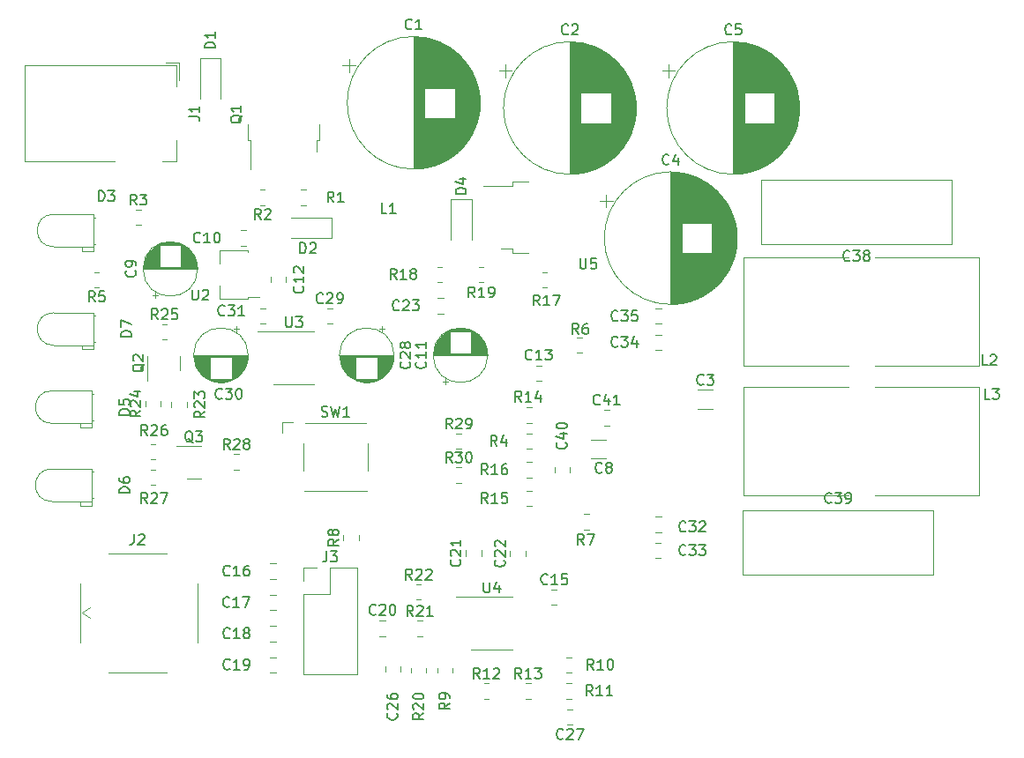
<source format=gbr>
%TF.GenerationSoftware,KiCad,Pcbnew,(6.0.0)*%
%TF.CreationDate,2022-12-17T21:28:13-05:00*%
%TF.ProjectId,TPA3255PBTL,54504133-3235-4355-9042-544c2e6b6963,rev?*%
%TF.SameCoordinates,Original*%
%TF.FileFunction,Legend,Top*%
%TF.FilePolarity,Positive*%
%FSLAX46Y46*%
G04 Gerber Fmt 4.6, Leading zero omitted, Abs format (unit mm)*
G04 Created by KiCad (PCBNEW (6.0.0)) date 2022-12-17 21:28:13*
%MOMM*%
%LPD*%
G01*
G04 APERTURE LIST*
%ADD10C,0.150000*%
%ADD11C,0.120000*%
G04 APERTURE END LIST*
D10*
%TO.C,U3*%
X94238095Y-74552380D02*
X94238095Y-75361904D01*
X94285714Y-75457142D01*
X94333333Y-75504761D01*
X94428571Y-75552380D01*
X94619047Y-75552380D01*
X94714285Y-75504761D01*
X94761904Y-75457142D01*
X94809523Y-75361904D01*
X94809523Y-74552380D01*
X95190476Y-74552380D02*
X95809523Y-74552380D01*
X95476190Y-74933333D01*
X95619047Y-74933333D01*
X95714285Y-74980952D01*
X95761904Y-75028571D01*
X95809523Y-75123809D01*
X95809523Y-75361904D01*
X95761904Y-75457142D01*
X95714285Y-75504761D01*
X95619047Y-75552380D01*
X95333333Y-75552380D01*
X95238095Y-75504761D01*
X95190476Y-75457142D01*
%TO.C,C3*%
X134333333Y-81007142D02*
X134285714Y-81054761D01*
X134142857Y-81102380D01*
X134047619Y-81102380D01*
X133904761Y-81054761D01*
X133809523Y-80959523D01*
X133761904Y-80864285D01*
X133714285Y-80673809D01*
X133714285Y-80530952D01*
X133761904Y-80340476D01*
X133809523Y-80245238D01*
X133904761Y-80150000D01*
X134047619Y-80102380D01*
X134142857Y-80102380D01*
X134285714Y-80150000D01*
X134333333Y-80197619D01*
X134666666Y-80102380D02*
X135285714Y-80102380D01*
X134952380Y-80483333D01*
X135095238Y-80483333D01*
X135190476Y-80530952D01*
X135238095Y-80578571D01*
X135285714Y-80673809D01*
X135285714Y-80911904D01*
X135238095Y-81007142D01*
X135190476Y-81054761D01*
X135095238Y-81102380D01*
X134809523Y-81102380D01*
X134714285Y-81054761D01*
X134666666Y-81007142D01*
%TO.C,R8*%
X99302380Y-95926666D02*
X98826190Y-96260000D01*
X99302380Y-96498095D02*
X98302380Y-96498095D01*
X98302380Y-96117142D01*
X98350000Y-96021904D01*
X98397619Y-95974285D01*
X98492857Y-95926666D01*
X98635714Y-95926666D01*
X98730952Y-95974285D01*
X98778571Y-96021904D01*
X98826190Y-96117142D01*
X98826190Y-96498095D01*
X98730952Y-95355238D02*
X98683333Y-95450476D01*
X98635714Y-95498095D01*
X98540476Y-95545714D01*
X98492857Y-95545714D01*
X98397619Y-95498095D01*
X98350000Y-95450476D01*
X98302380Y-95355238D01*
X98302380Y-95164761D01*
X98350000Y-95069523D01*
X98397619Y-95021904D01*
X98492857Y-94974285D01*
X98540476Y-94974285D01*
X98635714Y-95021904D01*
X98683333Y-95069523D01*
X98730952Y-95164761D01*
X98730952Y-95355238D01*
X98778571Y-95450476D01*
X98826190Y-95498095D01*
X98921428Y-95545714D01*
X99111904Y-95545714D01*
X99207142Y-95498095D01*
X99254761Y-95450476D01*
X99302380Y-95355238D01*
X99302380Y-95164761D01*
X99254761Y-95069523D01*
X99207142Y-95021904D01*
X99111904Y-94974285D01*
X98921428Y-94974285D01*
X98826190Y-95021904D01*
X98778571Y-95069523D01*
X98730952Y-95164761D01*
%TO.C,R3*%
X79920833Y-63802380D02*
X79587500Y-63326190D01*
X79349404Y-63802380D02*
X79349404Y-62802380D01*
X79730357Y-62802380D01*
X79825595Y-62850000D01*
X79873214Y-62897619D01*
X79920833Y-62992857D01*
X79920833Y-63135714D01*
X79873214Y-63230952D01*
X79825595Y-63278571D01*
X79730357Y-63326190D01*
X79349404Y-63326190D01*
X80254166Y-62802380D02*
X80873214Y-62802380D01*
X80539880Y-63183333D01*
X80682738Y-63183333D01*
X80777976Y-63230952D01*
X80825595Y-63278571D01*
X80873214Y-63373809D01*
X80873214Y-63611904D01*
X80825595Y-63707142D01*
X80777976Y-63754761D01*
X80682738Y-63802380D01*
X80397023Y-63802380D01*
X80301785Y-63754761D01*
X80254166Y-63707142D01*
%TO.C,C18*%
X88857142Y-105357142D02*
X88809523Y-105404761D01*
X88666666Y-105452380D01*
X88571428Y-105452380D01*
X88428571Y-105404761D01*
X88333333Y-105309523D01*
X88285714Y-105214285D01*
X88238095Y-105023809D01*
X88238095Y-104880952D01*
X88285714Y-104690476D01*
X88333333Y-104595238D01*
X88428571Y-104500000D01*
X88571428Y-104452380D01*
X88666666Y-104452380D01*
X88809523Y-104500000D01*
X88857142Y-104547619D01*
X89809523Y-105452380D02*
X89238095Y-105452380D01*
X89523809Y-105452380D02*
X89523809Y-104452380D01*
X89428571Y-104595238D01*
X89333333Y-104690476D01*
X89238095Y-104738095D01*
X90380952Y-104880952D02*
X90285714Y-104833333D01*
X90238095Y-104785714D01*
X90190476Y-104690476D01*
X90190476Y-104642857D01*
X90238095Y-104547619D01*
X90285714Y-104500000D01*
X90380952Y-104452380D01*
X90571428Y-104452380D01*
X90666666Y-104500000D01*
X90714285Y-104547619D01*
X90761904Y-104642857D01*
X90761904Y-104690476D01*
X90714285Y-104785714D01*
X90666666Y-104833333D01*
X90571428Y-104880952D01*
X90380952Y-104880952D01*
X90285714Y-104928571D01*
X90238095Y-104976190D01*
X90190476Y-105071428D01*
X90190476Y-105261904D01*
X90238095Y-105357142D01*
X90285714Y-105404761D01*
X90380952Y-105452380D01*
X90571428Y-105452380D01*
X90666666Y-105404761D01*
X90714285Y-105357142D01*
X90761904Y-105261904D01*
X90761904Y-105071428D01*
X90714285Y-104976190D01*
X90666666Y-104928571D01*
X90571428Y-104880952D01*
%TO.C,C22*%
X115177142Y-97942857D02*
X115224761Y-97990476D01*
X115272380Y-98133333D01*
X115272380Y-98228571D01*
X115224761Y-98371428D01*
X115129523Y-98466666D01*
X115034285Y-98514285D01*
X114843809Y-98561904D01*
X114700952Y-98561904D01*
X114510476Y-98514285D01*
X114415238Y-98466666D01*
X114320000Y-98371428D01*
X114272380Y-98228571D01*
X114272380Y-98133333D01*
X114320000Y-97990476D01*
X114367619Y-97942857D01*
X114367619Y-97561904D02*
X114320000Y-97514285D01*
X114272380Y-97419047D01*
X114272380Y-97180952D01*
X114320000Y-97085714D01*
X114367619Y-97038095D01*
X114462857Y-96990476D01*
X114558095Y-96990476D01*
X114700952Y-97038095D01*
X115272380Y-97609523D01*
X115272380Y-96990476D01*
X114367619Y-96609523D02*
X114320000Y-96561904D01*
X114272380Y-96466666D01*
X114272380Y-96228571D01*
X114320000Y-96133333D01*
X114367619Y-96085714D01*
X114462857Y-96038095D01*
X114558095Y-96038095D01*
X114700952Y-96085714D01*
X115272380Y-96657142D01*
X115272380Y-96038095D01*
%TO.C,R30*%
X110194642Y-88552380D02*
X109861309Y-88076190D01*
X109623214Y-88552380D02*
X109623214Y-87552380D01*
X110004166Y-87552380D01*
X110099404Y-87600000D01*
X110147023Y-87647619D01*
X110194642Y-87742857D01*
X110194642Y-87885714D01*
X110147023Y-87980952D01*
X110099404Y-88028571D01*
X110004166Y-88076190D01*
X109623214Y-88076190D01*
X110527976Y-87552380D02*
X111147023Y-87552380D01*
X110813690Y-87933333D01*
X110956547Y-87933333D01*
X111051785Y-87980952D01*
X111099404Y-88028571D01*
X111147023Y-88123809D01*
X111147023Y-88361904D01*
X111099404Y-88457142D01*
X111051785Y-88504761D01*
X110956547Y-88552380D01*
X110670833Y-88552380D01*
X110575595Y-88504761D01*
X110527976Y-88457142D01*
X111766071Y-87552380D02*
X111861309Y-87552380D01*
X111956547Y-87600000D01*
X112004166Y-87647619D01*
X112051785Y-87742857D01*
X112099404Y-87933333D01*
X112099404Y-88171428D01*
X112051785Y-88361904D01*
X112004166Y-88457142D01*
X111956547Y-88504761D01*
X111861309Y-88552380D01*
X111766071Y-88552380D01*
X111670833Y-88504761D01*
X111623214Y-88457142D01*
X111575595Y-88361904D01*
X111527976Y-88171428D01*
X111527976Y-87933333D01*
X111575595Y-87742857D01*
X111623214Y-87647619D01*
X111670833Y-87600000D01*
X111766071Y-87552380D01*
%TO.C,C9*%
X79757142Y-70121779D02*
X79804761Y-70169398D01*
X79852380Y-70312255D01*
X79852380Y-70407493D01*
X79804761Y-70550351D01*
X79709523Y-70645589D01*
X79614285Y-70693208D01*
X79423809Y-70740827D01*
X79280952Y-70740827D01*
X79090476Y-70693208D01*
X78995238Y-70645589D01*
X78900000Y-70550351D01*
X78852380Y-70407493D01*
X78852380Y-70312255D01*
X78900000Y-70169398D01*
X78947619Y-70121779D01*
X79852380Y-69645589D02*
X79852380Y-69455113D01*
X79804761Y-69359874D01*
X79757142Y-69312255D01*
X79614285Y-69217017D01*
X79423809Y-69169398D01*
X79042857Y-69169398D01*
X78947619Y-69217017D01*
X78900000Y-69264636D01*
X78852380Y-69359874D01*
X78852380Y-69550351D01*
X78900000Y-69645589D01*
X78947619Y-69693208D01*
X79042857Y-69740827D01*
X79280952Y-69740827D01*
X79376190Y-69693208D01*
X79423809Y-69645589D01*
X79471428Y-69550351D01*
X79471428Y-69359874D01*
X79423809Y-69264636D01*
X79376190Y-69217017D01*
X79280952Y-69169398D01*
%TO.C,C20*%
X102857142Y-103107142D02*
X102809523Y-103154761D01*
X102666666Y-103202380D01*
X102571428Y-103202380D01*
X102428571Y-103154761D01*
X102333333Y-103059523D01*
X102285714Y-102964285D01*
X102238095Y-102773809D01*
X102238095Y-102630952D01*
X102285714Y-102440476D01*
X102333333Y-102345238D01*
X102428571Y-102250000D01*
X102571428Y-102202380D01*
X102666666Y-102202380D01*
X102809523Y-102250000D01*
X102857142Y-102297619D01*
X103238095Y-102297619D02*
X103285714Y-102250000D01*
X103380952Y-102202380D01*
X103619047Y-102202380D01*
X103714285Y-102250000D01*
X103761904Y-102297619D01*
X103809523Y-102392857D01*
X103809523Y-102488095D01*
X103761904Y-102630952D01*
X103190476Y-103202380D01*
X103809523Y-103202380D01*
X104428571Y-102202380D02*
X104523809Y-102202380D01*
X104619047Y-102250000D01*
X104666666Y-102297619D01*
X104714285Y-102392857D01*
X104761904Y-102583333D01*
X104761904Y-102821428D01*
X104714285Y-103011904D01*
X104666666Y-103107142D01*
X104619047Y-103154761D01*
X104523809Y-103202380D01*
X104428571Y-103202380D01*
X104333333Y-103154761D01*
X104285714Y-103107142D01*
X104238095Y-103011904D01*
X104190476Y-102821428D01*
X104190476Y-102583333D01*
X104238095Y-102392857D01*
X104285714Y-102297619D01*
X104333333Y-102250000D01*
X104428571Y-102202380D01*
%TO.C,R19*%
X112357142Y-72702380D02*
X112023809Y-72226190D01*
X111785714Y-72702380D02*
X111785714Y-71702380D01*
X112166666Y-71702380D01*
X112261904Y-71750000D01*
X112309523Y-71797619D01*
X112357142Y-71892857D01*
X112357142Y-72035714D01*
X112309523Y-72130952D01*
X112261904Y-72178571D01*
X112166666Y-72226190D01*
X111785714Y-72226190D01*
X113309523Y-72702380D02*
X112738095Y-72702380D01*
X113023809Y-72702380D02*
X113023809Y-71702380D01*
X112928571Y-71845238D01*
X112833333Y-71940476D01*
X112738095Y-71988095D01*
X113785714Y-72702380D02*
X113976190Y-72702380D01*
X114071428Y-72654761D01*
X114119047Y-72607142D01*
X114214285Y-72464285D01*
X114261904Y-72273809D01*
X114261904Y-71892857D01*
X114214285Y-71797619D01*
X114166666Y-71750000D01*
X114071428Y-71702380D01*
X113880952Y-71702380D01*
X113785714Y-71750000D01*
X113738095Y-71797619D01*
X113690476Y-71892857D01*
X113690476Y-72130952D01*
X113738095Y-72226190D01*
X113785714Y-72273809D01*
X113880952Y-72321428D01*
X114071428Y-72321428D01*
X114166666Y-72273809D01*
X114214285Y-72226190D01*
X114261904Y-72130952D01*
%TO.C,R20*%
X107452380Y-112642857D02*
X106976190Y-112976190D01*
X107452380Y-113214285D02*
X106452380Y-113214285D01*
X106452380Y-112833333D01*
X106500000Y-112738095D01*
X106547619Y-112690476D01*
X106642857Y-112642857D01*
X106785714Y-112642857D01*
X106880952Y-112690476D01*
X106928571Y-112738095D01*
X106976190Y-112833333D01*
X106976190Y-113214285D01*
X106547619Y-112261904D02*
X106500000Y-112214285D01*
X106452380Y-112119047D01*
X106452380Y-111880952D01*
X106500000Y-111785714D01*
X106547619Y-111738095D01*
X106642857Y-111690476D01*
X106738095Y-111690476D01*
X106880952Y-111738095D01*
X107452380Y-112309523D01*
X107452380Y-111690476D01*
X106452380Y-111071428D02*
X106452380Y-110976190D01*
X106500000Y-110880952D01*
X106547619Y-110833333D01*
X106642857Y-110785714D01*
X106833333Y-110738095D01*
X107071428Y-110738095D01*
X107261904Y-110785714D01*
X107357142Y-110833333D01*
X107404761Y-110880952D01*
X107452380Y-110976190D01*
X107452380Y-111071428D01*
X107404761Y-111166666D01*
X107357142Y-111214285D01*
X107261904Y-111261904D01*
X107071428Y-111309523D01*
X106833333Y-111309523D01*
X106642857Y-111261904D01*
X106547619Y-111214285D01*
X106500000Y-111166666D01*
X106452380Y-111071428D01*
%TO.C,C11*%
X107607142Y-78892857D02*
X107654761Y-78940476D01*
X107702380Y-79083333D01*
X107702380Y-79178571D01*
X107654761Y-79321428D01*
X107559523Y-79416666D01*
X107464285Y-79464285D01*
X107273809Y-79511904D01*
X107130952Y-79511904D01*
X106940476Y-79464285D01*
X106845238Y-79416666D01*
X106750000Y-79321428D01*
X106702380Y-79178571D01*
X106702380Y-79083333D01*
X106750000Y-78940476D01*
X106797619Y-78892857D01*
X107702380Y-77940476D02*
X107702380Y-78511904D01*
X107702380Y-78226190D02*
X106702380Y-78226190D01*
X106845238Y-78321428D01*
X106940476Y-78416666D01*
X106988095Y-78511904D01*
X107702380Y-76988095D02*
X107702380Y-77559523D01*
X107702380Y-77273809D02*
X106702380Y-77273809D01*
X106845238Y-77369047D01*
X106940476Y-77464285D01*
X106988095Y-77559523D01*
%TO.C,R23*%
X86452380Y-83642857D02*
X85976190Y-83976190D01*
X86452380Y-84214285D02*
X85452380Y-84214285D01*
X85452380Y-83833333D01*
X85500000Y-83738095D01*
X85547619Y-83690476D01*
X85642857Y-83642857D01*
X85785714Y-83642857D01*
X85880952Y-83690476D01*
X85928571Y-83738095D01*
X85976190Y-83833333D01*
X85976190Y-84214285D01*
X85547619Y-83261904D02*
X85500000Y-83214285D01*
X85452380Y-83119047D01*
X85452380Y-82880952D01*
X85500000Y-82785714D01*
X85547619Y-82738095D01*
X85642857Y-82690476D01*
X85738095Y-82690476D01*
X85880952Y-82738095D01*
X86452380Y-83309523D01*
X86452380Y-82690476D01*
X85452380Y-82357142D02*
X85452380Y-81738095D01*
X85833333Y-82071428D01*
X85833333Y-81928571D01*
X85880952Y-81833333D01*
X85928571Y-81785714D01*
X86023809Y-81738095D01*
X86261904Y-81738095D01*
X86357142Y-81785714D01*
X86404761Y-81833333D01*
X86452380Y-81928571D01*
X86452380Y-82214285D01*
X86404761Y-82309523D01*
X86357142Y-82357142D01*
%TO.C,SW1*%
X97666666Y-84104761D02*
X97809523Y-84152380D01*
X98047619Y-84152380D01*
X98142857Y-84104761D01*
X98190476Y-84057142D01*
X98238095Y-83961904D01*
X98238095Y-83866666D01*
X98190476Y-83771428D01*
X98142857Y-83723809D01*
X98047619Y-83676190D01*
X97857142Y-83628571D01*
X97761904Y-83580952D01*
X97714285Y-83533333D01*
X97666666Y-83438095D01*
X97666666Y-83342857D01*
X97714285Y-83247619D01*
X97761904Y-83200000D01*
X97857142Y-83152380D01*
X98095238Y-83152380D01*
X98238095Y-83200000D01*
X98571428Y-83152380D02*
X98809523Y-84152380D01*
X99000000Y-83438095D01*
X99190476Y-84152380D01*
X99428571Y-83152380D01*
X100333333Y-84152380D02*
X99761904Y-84152380D01*
X100047619Y-84152380D02*
X100047619Y-83152380D01*
X99952380Y-83295238D01*
X99857142Y-83390476D01*
X99761904Y-83438095D01*
%TO.C,R29*%
X110194642Y-85302380D02*
X109861309Y-84826190D01*
X109623214Y-85302380D02*
X109623214Y-84302380D01*
X110004166Y-84302380D01*
X110099404Y-84350000D01*
X110147023Y-84397619D01*
X110194642Y-84492857D01*
X110194642Y-84635714D01*
X110147023Y-84730952D01*
X110099404Y-84778571D01*
X110004166Y-84826190D01*
X109623214Y-84826190D01*
X110575595Y-84397619D02*
X110623214Y-84350000D01*
X110718452Y-84302380D01*
X110956547Y-84302380D01*
X111051785Y-84350000D01*
X111099404Y-84397619D01*
X111147023Y-84492857D01*
X111147023Y-84588095D01*
X111099404Y-84730952D01*
X110527976Y-85302380D01*
X111147023Y-85302380D01*
X111623214Y-85302380D02*
X111813690Y-85302380D01*
X111908928Y-85254761D01*
X111956547Y-85207142D01*
X112051785Y-85064285D01*
X112099404Y-84873809D01*
X112099404Y-84492857D01*
X112051785Y-84397619D01*
X112004166Y-84350000D01*
X111908928Y-84302380D01*
X111718452Y-84302380D01*
X111623214Y-84350000D01*
X111575595Y-84397619D01*
X111527976Y-84492857D01*
X111527976Y-84730952D01*
X111575595Y-84826190D01*
X111623214Y-84873809D01*
X111718452Y-84921428D01*
X111908928Y-84921428D01*
X112004166Y-84873809D01*
X112051785Y-84826190D01*
X112099404Y-84730952D01*
%TO.C,C33*%
X132607142Y-97357142D02*
X132559523Y-97404761D01*
X132416666Y-97452380D01*
X132321428Y-97452380D01*
X132178571Y-97404761D01*
X132083333Y-97309523D01*
X132035714Y-97214285D01*
X131988095Y-97023809D01*
X131988095Y-96880952D01*
X132035714Y-96690476D01*
X132083333Y-96595238D01*
X132178571Y-96500000D01*
X132321428Y-96452380D01*
X132416666Y-96452380D01*
X132559523Y-96500000D01*
X132607142Y-96547619D01*
X132940476Y-96452380D02*
X133559523Y-96452380D01*
X133226190Y-96833333D01*
X133369047Y-96833333D01*
X133464285Y-96880952D01*
X133511904Y-96928571D01*
X133559523Y-97023809D01*
X133559523Y-97261904D01*
X133511904Y-97357142D01*
X133464285Y-97404761D01*
X133369047Y-97452380D01*
X133083333Y-97452380D01*
X132988095Y-97404761D01*
X132940476Y-97357142D01*
X133892857Y-96452380D02*
X134511904Y-96452380D01*
X134178571Y-96833333D01*
X134321428Y-96833333D01*
X134416666Y-96880952D01*
X134464285Y-96928571D01*
X134511904Y-97023809D01*
X134511904Y-97261904D01*
X134464285Y-97357142D01*
X134416666Y-97404761D01*
X134321428Y-97452380D01*
X134035714Y-97452380D01*
X133940476Y-97404761D01*
X133892857Y-97357142D01*
%TO.C,C39*%
X146607142Y-92357142D02*
X146559523Y-92404761D01*
X146416666Y-92452380D01*
X146321428Y-92452380D01*
X146178571Y-92404761D01*
X146083333Y-92309523D01*
X146035714Y-92214285D01*
X145988095Y-92023809D01*
X145988095Y-91880952D01*
X146035714Y-91690476D01*
X146083333Y-91595238D01*
X146178571Y-91500000D01*
X146321428Y-91452380D01*
X146416666Y-91452380D01*
X146559523Y-91500000D01*
X146607142Y-91547619D01*
X146940476Y-91452380D02*
X147559523Y-91452380D01*
X147226190Y-91833333D01*
X147369047Y-91833333D01*
X147464285Y-91880952D01*
X147511904Y-91928571D01*
X147559523Y-92023809D01*
X147559523Y-92261904D01*
X147511904Y-92357142D01*
X147464285Y-92404761D01*
X147369047Y-92452380D01*
X147083333Y-92452380D01*
X146988095Y-92404761D01*
X146940476Y-92357142D01*
X148035714Y-92452380D02*
X148226190Y-92452380D01*
X148321428Y-92404761D01*
X148369047Y-92357142D01*
X148464285Y-92214285D01*
X148511904Y-92023809D01*
X148511904Y-91642857D01*
X148464285Y-91547619D01*
X148416666Y-91500000D01*
X148321428Y-91452380D01*
X148130952Y-91452380D01*
X148035714Y-91500000D01*
X147988095Y-91547619D01*
X147940476Y-91642857D01*
X147940476Y-91880952D01*
X147988095Y-91976190D01*
X148035714Y-92023809D01*
X148130952Y-92071428D01*
X148321428Y-92071428D01*
X148416666Y-92023809D01*
X148464285Y-91976190D01*
X148511904Y-91880952D01*
%TO.C,R28*%
X88857142Y-87302380D02*
X88523809Y-86826190D01*
X88285714Y-87302380D02*
X88285714Y-86302380D01*
X88666666Y-86302380D01*
X88761904Y-86350000D01*
X88809523Y-86397619D01*
X88857142Y-86492857D01*
X88857142Y-86635714D01*
X88809523Y-86730952D01*
X88761904Y-86778571D01*
X88666666Y-86826190D01*
X88285714Y-86826190D01*
X89238095Y-86397619D02*
X89285714Y-86350000D01*
X89380952Y-86302380D01*
X89619047Y-86302380D01*
X89714285Y-86350000D01*
X89761904Y-86397619D01*
X89809523Y-86492857D01*
X89809523Y-86588095D01*
X89761904Y-86730952D01*
X89190476Y-87302380D01*
X89809523Y-87302380D01*
X90380952Y-86730952D02*
X90285714Y-86683333D01*
X90238095Y-86635714D01*
X90190476Y-86540476D01*
X90190476Y-86492857D01*
X90238095Y-86397619D01*
X90285714Y-86350000D01*
X90380952Y-86302380D01*
X90571428Y-86302380D01*
X90666666Y-86350000D01*
X90714285Y-86397619D01*
X90761904Y-86492857D01*
X90761904Y-86540476D01*
X90714285Y-86635714D01*
X90666666Y-86683333D01*
X90571428Y-86730952D01*
X90380952Y-86730952D01*
X90285714Y-86778571D01*
X90238095Y-86826190D01*
X90190476Y-86921428D01*
X90190476Y-87111904D01*
X90238095Y-87207142D01*
X90285714Y-87254761D01*
X90380952Y-87302380D01*
X90571428Y-87302380D01*
X90666666Y-87254761D01*
X90714285Y-87207142D01*
X90761904Y-87111904D01*
X90761904Y-86921428D01*
X90714285Y-86826190D01*
X90666666Y-86778571D01*
X90571428Y-86730952D01*
%TO.C,R14*%
X116857142Y-82702380D02*
X116523809Y-82226190D01*
X116285714Y-82702380D02*
X116285714Y-81702380D01*
X116666666Y-81702380D01*
X116761904Y-81750000D01*
X116809523Y-81797619D01*
X116857142Y-81892857D01*
X116857142Y-82035714D01*
X116809523Y-82130952D01*
X116761904Y-82178571D01*
X116666666Y-82226190D01*
X116285714Y-82226190D01*
X117809523Y-82702380D02*
X117238095Y-82702380D01*
X117523809Y-82702380D02*
X117523809Y-81702380D01*
X117428571Y-81845238D01*
X117333333Y-81940476D01*
X117238095Y-81988095D01*
X118666666Y-82035714D02*
X118666666Y-82702380D01*
X118428571Y-81654761D02*
X118190476Y-82369047D01*
X118809523Y-82369047D01*
%TO.C,C31*%
X88357142Y-74357142D02*
X88309523Y-74404761D01*
X88166666Y-74452380D01*
X88071428Y-74452380D01*
X87928571Y-74404761D01*
X87833333Y-74309523D01*
X87785714Y-74214285D01*
X87738095Y-74023809D01*
X87738095Y-73880952D01*
X87785714Y-73690476D01*
X87833333Y-73595238D01*
X87928571Y-73500000D01*
X88071428Y-73452380D01*
X88166666Y-73452380D01*
X88309523Y-73500000D01*
X88357142Y-73547619D01*
X88690476Y-73452380D02*
X89309523Y-73452380D01*
X88976190Y-73833333D01*
X89119047Y-73833333D01*
X89214285Y-73880952D01*
X89261904Y-73928571D01*
X89309523Y-74023809D01*
X89309523Y-74261904D01*
X89261904Y-74357142D01*
X89214285Y-74404761D01*
X89119047Y-74452380D01*
X88833333Y-74452380D01*
X88738095Y-74404761D01*
X88690476Y-74357142D01*
X90261904Y-74452380D02*
X89690476Y-74452380D01*
X89976190Y-74452380D02*
X89976190Y-73452380D01*
X89880952Y-73595238D01*
X89785714Y-73690476D01*
X89690476Y-73738095D01*
%TO.C,R12*%
X112857142Y-109302380D02*
X112523809Y-108826190D01*
X112285714Y-109302380D02*
X112285714Y-108302380D01*
X112666666Y-108302380D01*
X112761904Y-108350000D01*
X112809523Y-108397619D01*
X112857142Y-108492857D01*
X112857142Y-108635714D01*
X112809523Y-108730952D01*
X112761904Y-108778571D01*
X112666666Y-108826190D01*
X112285714Y-108826190D01*
X113809523Y-109302380D02*
X113238095Y-109302380D01*
X113523809Y-109302380D02*
X113523809Y-108302380D01*
X113428571Y-108445238D01*
X113333333Y-108540476D01*
X113238095Y-108588095D01*
X114190476Y-108397619D02*
X114238095Y-108350000D01*
X114333333Y-108302380D01*
X114571428Y-108302380D01*
X114666666Y-108350000D01*
X114714285Y-108397619D01*
X114761904Y-108492857D01*
X114761904Y-108588095D01*
X114714285Y-108730952D01*
X114142857Y-109302380D01*
X114761904Y-109302380D01*
%TO.C,C32*%
X132607142Y-95107142D02*
X132559523Y-95154761D01*
X132416666Y-95202380D01*
X132321428Y-95202380D01*
X132178571Y-95154761D01*
X132083333Y-95059523D01*
X132035714Y-94964285D01*
X131988095Y-94773809D01*
X131988095Y-94630952D01*
X132035714Y-94440476D01*
X132083333Y-94345238D01*
X132178571Y-94250000D01*
X132321428Y-94202380D01*
X132416666Y-94202380D01*
X132559523Y-94250000D01*
X132607142Y-94297619D01*
X132940476Y-94202380D02*
X133559523Y-94202380D01*
X133226190Y-94583333D01*
X133369047Y-94583333D01*
X133464285Y-94630952D01*
X133511904Y-94678571D01*
X133559523Y-94773809D01*
X133559523Y-95011904D01*
X133511904Y-95107142D01*
X133464285Y-95154761D01*
X133369047Y-95202380D01*
X133083333Y-95202380D01*
X132988095Y-95154761D01*
X132940476Y-95107142D01*
X133940476Y-94297619D02*
X133988095Y-94250000D01*
X134083333Y-94202380D01*
X134321428Y-94202380D01*
X134416666Y-94250000D01*
X134464285Y-94297619D01*
X134511904Y-94392857D01*
X134511904Y-94488095D01*
X134464285Y-94630952D01*
X133892857Y-95202380D01*
X134511904Y-95202380D01*
%TO.C,C12*%
X95857142Y-71642857D02*
X95904761Y-71690476D01*
X95952380Y-71833333D01*
X95952380Y-71928571D01*
X95904761Y-72071428D01*
X95809523Y-72166666D01*
X95714285Y-72214285D01*
X95523809Y-72261904D01*
X95380952Y-72261904D01*
X95190476Y-72214285D01*
X95095238Y-72166666D01*
X95000000Y-72071428D01*
X94952380Y-71928571D01*
X94952380Y-71833333D01*
X95000000Y-71690476D01*
X95047619Y-71642857D01*
X95952380Y-70690476D02*
X95952380Y-71261904D01*
X95952380Y-70976190D02*
X94952380Y-70976190D01*
X95095238Y-71071428D01*
X95190476Y-71166666D01*
X95238095Y-71261904D01*
X95047619Y-70309523D02*
X95000000Y-70261904D01*
X94952380Y-70166666D01*
X94952380Y-69928571D01*
X95000000Y-69833333D01*
X95047619Y-69785714D01*
X95142857Y-69738095D01*
X95238095Y-69738095D01*
X95380952Y-69785714D01*
X95952380Y-70357142D01*
X95952380Y-69738095D01*
%TO.C,R11*%
X123682142Y-110952380D02*
X123348809Y-110476190D01*
X123110714Y-110952380D02*
X123110714Y-109952380D01*
X123491666Y-109952380D01*
X123586904Y-110000000D01*
X123634523Y-110047619D01*
X123682142Y-110142857D01*
X123682142Y-110285714D01*
X123634523Y-110380952D01*
X123586904Y-110428571D01*
X123491666Y-110476190D01*
X123110714Y-110476190D01*
X124634523Y-110952380D02*
X124063095Y-110952380D01*
X124348809Y-110952380D02*
X124348809Y-109952380D01*
X124253571Y-110095238D01*
X124158333Y-110190476D01*
X124063095Y-110238095D01*
X125586904Y-110952380D02*
X125015476Y-110952380D01*
X125301190Y-110952380D02*
X125301190Y-109952380D01*
X125205952Y-110095238D01*
X125110714Y-110190476D01*
X125015476Y-110238095D01*
%TO.C,C23*%
X105107142Y-73857142D02*
X105059523Y-73904761D01*
X104916666Y-73952380D01*
X104821428Y-73952380D01*
X104678571Y-73904761D01*
X104583333Y-73809523D01*
X104535714Y-73714285D01*
X104488095Y-73523809D01*
X104488095Y-73380952D01*
X104535714Y-73190476D01*
X104583333Y-73095238D01*
X104678571Y-73000000D01*
X104821428Y-72952380D01*
X104916666Y-72952380D01*
X105059523Y-73000000D01*
X105107142Y-73047619D01*
X105488095Y-73047619D02*
X105535714Y-73000000D01*
X105630952Y-72952380D01*
X105869047Y-72952380D01*
X105964285Y-73000000D01*
X106011904Y-73047619D01*
X106059523Y-73142857D01*
X106059523Y-73238095D01*
X106011904Y-73380952D01*
X105440476Y-73952380D01*
X106059523Y-73952380D01*
X106392857Y-72952380D02*
X107011904Y-72952380D01*
X106678571Y-73333333D01*
X106821428Y-73333333D01*
X106916666Y-73380952D01*
X106964285Y-73428571D01*
X107011904Y-73523809D01*
X107011904Y-73761904D01*
X106964285Y-73857142D01*
X106916666Y-73904761D01*
X106821428Y-73952380D01*
X106535714Y-73952380D01*
X106440476Y-73904761D01*
X106392857Y-73857142D01*
%TO.C,R21*%
X106444642Y-103302380D02*
X106111309Y-102826190D01*
X105873214Y-103302380D02*
X105873214Y-102302380D01*
X106254166Y-102302380D01*
X106349404Y-102350000D01*
X106397023Y-102397619D01*
X106444642Y-102492857D01*
X106444642Y-102635714D01*
X106397023Y-102730952D01*
X106349404Y-102778571D01*
X106254166Y-102826190D01*
X105873214Y-102826190D01*
X106825595Y-102397619D02*
X106873214Y-102350000D01*
X106968452Y-102302380D01*
X107206547Y-102302380D01*
X107301785Y-102350000D01*
X107349404Y-102397619D01*
X107397023Y-102492857D01*
X107397023Y-102588095D01*
X107349404Y-102730952D01*
X106777976Y-103302380D01*
X107397023Y-103302380D01*
X108349404Y-103302380D02*
X107777976Y-103302380D01*
X108063690Y-103302380D02*
X108063690Y-102302380D01*
X107968452Y-102445238D01*
X107873214Y-102540476D01*
X107777976Y-102588095D01*
%TO.C,C29*%
X97807142Y-73177142D02*
X97759523Y-73224761D01*
X97616666Y-73272380D01*
X97521428Y-73272380D01*
X97378571Y-73224761D01*
X97283333Y-73129523D01*
X97235714Y-73034285D01*
X97188095Y-72843809D01*
X97188095Y-72700952D01*
X97235714Y-72510476D01*
X97283333Y-72415238D01*
X97378571Y-72320000D01*
X97521428Y-72272380D01*
X97616666Y-72272380D01*
X97759523Y-72320000D01*
X97807142Y-72367619D01*
X98188095Y-72367619D02*
X98235714Y-72320000D01*
X98330952Y-72272380D01*
X98569047Y-72272380D01*
X98664285Y-72320000D01*
X98711904Y-72367619D01*
X98759523Y-72462857D01*
X98759523Y-72558095D01*
X98711904Y-72700952D01*
X98140476Y-73272380D01*
X98759523Y-73272380D01*
X99235714Y-73272380D02*
X99426190Y-73272380D01*
X99521428Y-73224761D01*
X99569047Y-73177142D01*
X99664285Y-73034285D01*
X99711904Y-72843809D01*
X99711904Y-72462857D01*
X99664285Y-72367619D01*
X99616666Y-72320000D01*
X99521428Y-72272380D01*
X99330952Y-72272380D01*
X99235714Y-72320000D01*
X99188095Y-72367619D01*
X99140476Y-72462857D01*
X99140476Y-72700952D01*
X99188095Y-72796190D01*
X99235714Y-72843809D01*
X99330952Y-72891428D01*
X99521428Y-72891428D01*
X99616666Y-72843809D01*
X99664285Y-72796190D01*
X99711904Y-72700952D01*
%TO.C,J3*%
X98161666Y-97082380D02*
X98161666Y-97796666D01*
X98114047Y-97939523D01*
X98018809Y-98034761D01*
X97875952Y-98082380D01*
X97780714Y-98082380D01*
X98542619Y-97082380D02*
X99161666Y-97082380D01*
X98828333Y-97463333D01*
X98971190Y-97463333D01*
X99066428Y-97510952D01*
X99114047Y-97558571D01*
X99161666Y-97653809D01*
X99161666Y-97891904D01*
X99114047Y-97987142D01*
X99066428Y-98034761D01*
X98971190Y-98082380D01*
X98685476Y-98082380D01*
X98590238Y-98034761D01*
X98542619Y-97987142D01*
%TO.C,C38*%
X148357142Y-69107142D02*
X148309523Y-69154761D01*
X148166666Y-69202380D01*
X148071428Y-69202380D01*
X147928571Y-69154761D01*
X147833333Y-69059523D01*
X147785714Y-68964285D01*
X147738095Y-68773809D01*
X147738095Y-68630952D01*
X147785714Y-68440476D01*
X147833333Y-68345238D01*
X147928571Y-68250000D01*
X148071428Y-68202380D01*
X148166666Y-68202380D01*
X148309523Y-68250000D01*
X148357142Y-68297619D01*
X148690476Y-68202380D02*
X149309523Y-68202380D01*
X148976190Y-68583333D01*
X149119047Y-68583333D01*
X149214285Y-68630952D01*
X149261904Y-68678571D01*
X149309523Y-68773809D01*
X149309523Y-69011904D01*
X149261904Y-69107142D01*
X149214285Y-69154761D01*
X149119047Y-69202380D01*
X148833333Y-69202380D01*
X148738095Y-69154761D01*
X148690476Y-69107142D01*
X149880952Y-68630952D02*
X149785714Y-68583333D01*
X149738095Y-68535714D01*
X149690476Y-68440476D01*
X149690476Y-68392857D01*
X149738095Y-68297619D01*
X149785714Y-68250000D01*
X149880952Y-68202380D01*
X150071428Y-68202380D01*
X150166666Y-68250000D01*
X150214285Y-68297619D01*
X150261904Y-68392857D01*
X150261904Y-68440476D01*
X150214285Y-68535714D01*
X150166666Y-68583333D01*
X150071428Y-68630952D01*
X149880952Y-68630952D01*
X149785714Y-68678571D01*
X149738095Y-68726190D01*
X149690476Y-68821428D01*
X149690476Y-69011904D01*
X149738095Y-69107142D01*
X149785714Y-69154761D01*
X149880952Y-69202380D01*
X150071428Y-69202380D01*
X150166666Y-69154761D01*
X150214285Y-69107142D01*
X150261904Y-69011904D01*
X150261904Y-68821428D01*
X150214285Y-68726190D01*
X150166666Y-68678571D01*
X150071428Y-68630952D01*
%TO.C,R9*%
X109952380Y-111666666D02*
X109476190Y-112000000D01*
X109952380Y-112238095D02*
X108952380Y-112238095D01*
X108952380Y-111857142D01*
X109000000Y-111761904D01*
X109047619Y-111714285D01*
X109142857Y-111666666D01*
X109285714Y-111666666D01*
X109380952Y-111714285D01*
X109428571Y-111761904D01*
X109476190Y-111857142D01*
X109476190Y-112238095D01*
X109952380Y-111190476D02*
X109952380Y-111000000D01*
X109904761Y-110904761D01*
X109857142Y-110857142D01*
X109714285Y-110761904D01*
X109523809Y-110714285D01*
X109142857Y-110714285D01*
X109047619Y-110761904D01*
X109000000Y-110809523D01*
X108952380Y-110904761D01*
X108952380Y-111095238D01*
X109000000Y-111190476D01*
X109047619Y-111238095D01*
X109142857Y-111285714D01*
X109380952Y-111285714D01*
X109476190Y-111238095D01*
X109523809Y-111190476D01*
X109571428Y-111095238D01*
X109571428Y-110904761D01*
X109523809Y-110809523D01*
X109476190Y-110761904D01*
X109380952Y-110714285D01*
%TO.C,R24*%
X80302380Y-83555357D02*
X79826190Y-83888690D01*
X80302380Y-84126785D02*
X79302380Y-84126785D01*
X79302380Y-83745833D01*
X79350000Y-83650595D01*
X79397619Y-83602976D01*
X79492857Y-83555357D01*
X79635714Y-83555357D01*
X79730952Y-83602976D01*
X79778571Y-83650595D01*
X79826190Y-83745833D01*
X79826190Y-84126785D01*
X79397619Y-83174404D02*
X79350000Y-83126785D01*
X79302380Y-83031547D01*
X79302380Y-82793452D01*
X79350000Y-82698214D01*
X79397619Y-82650595D01*
X79492857Y-82602976D01*
X79588095Y-82602976D01*
X79730952Y-82650595D01*
X80302380Y-83222023D01*
X80302380Y-82602976D01*
X79635714Y-81745833D02*
X80302380Y-81745833D01*
X79254761Y-81983928D02*
X79969047Y-82222023D01*
X79969047Y-81602976D01*
%TO.C,J2*%
X79666666Y-95452380D02*
X79666666Y-96166666D01*
X79619047Y-96309523D01*
X79523809Y-96404761D01*
X79380952Y-96452380D01*
X79285714Y-96452380D01*
X80095238Y-95547619D02*
X80142857Y-95500000D01*
X80238095Y-95452380D01*
X80476190Y-95452380D01*
X80571428Y-95500000D01*
X80619047Y-95547619D01*
X80666666Y-95642857D01*
X80666666Y-95738095D01*
X80619047Y-95880952D01*
X80047619Y-96452380D01*
X80666666Y-96452380D01*
%TO.C,R5*%
X75920833Y-73102380D02*
X75587500Y-72626190D01*
X75349404Y-73102380D02*
X75349404Y-72102380D01*
X75730357Y-72102380D01*
X75825595Y-72150000D01*
X75873214Y-72197619D01*
X75920833Y-72292857D01*
X75920833Y-72435714D01*
X75873214Y-72530952D01*
X75825595Y-72578571D01*
X75730357Y-72626190D01*
X75349404Y-72626190D01*
X76825595Y-72102380D02*
X76349404Y-72102380D01*
X76301785Y-72578571D01*
X76349404Y-72530952D01*
X76444642Y-72483333D01*
X76682738Y-72483333D01*
X76777976Y-72530952D01*
X76825595Y-72578571D01*
X76873214Y-72673809D01*
X76873214Y-72911904D01*
X76825595Y-73007142D01*
X76777976Y-73054761D01*
X76682738Y-73102380D01*
X76444642Y-73102380D01*
X76349404Y-73054761D01*
X76301785Y-73007142D01*
%TO.C,R6*%
X122333333Y-76202380D02*
X122000000Y-75726190D01*
X121761904Y-76202380D02*
X121761904Y-75202380D01*
X122142857Y-75202380D01*
X122238095Y-75250000D01*
X122285714Y-75297619D01*
X122333333Y-75392857D01*
X122333333Y-75535714D01*
X122285714Y-75630952D01*
X122238095Y-75678571D01*
X122142857Y-75726190D01*
X121761904Y-75726190D01*
X123190476Y-75202380D02*
X123000000Y-75202380D01*
X122904761Y-75250000D01*
X122857142Y-75297619D01*
X122761904Y-75440476D01*
X122714285Y-75630952D01*
X122714285Y-76011904D01*
X122761904Y-76107142D01*
X122809523Y-76154761D01*
X122904761Y-76202380D01*
X123095238Y-76202380D01*
X123190476Y-76154761D01*
X123238095Y-76107142D01*
X123285714Y-76011904D01*
X123285714Y-75773809D01*
X123238095Y-75678571D01*
X123190476Y-75630952D01*
X123095238Y-75583333D01*
X122904761Y-75583333D01*
X122809523Y-75630952D01*
X122761904Y-75678571D01*
X122714285Y-75773809D01*
%TO.C,C15*%
X119357142Y-100177142D02*
X119309523Y-100224761D01*
X119166666Y-100272380D01*
X119071428Y-100272380D01*
X118928571Y-100224761D01*
X118833333Y-100129523D01*
X118785714Y-100034285D01*
X118738095Y-99843809D01*
X118738095Y-99700952D01*
X118785714Y-99510476D01*
X118833333Y-99415238D01*
X118928571Y-99320000D01*
X119071428Y-99272380D01*
X119166666Y-99272380D01*
X119309523Y-99320000D01*
X119357142Y-99367619D01*
X120309523Y-100272380D02*
X119738095Y-100272380D01*
X120023809Y-100272380D02*
X120023809Y-99272380D01*
X119928571Y-99415238D01*
X119833333Y-99510476D01*
X119738095Y-99558095D01*
X121214285Y-99272380D02*
X120738095Y-99272380D01*
X120690476Y-99748571D01*
X120738095Y-99700952D01*
X120833333Y-99653333D01*
X121071428Y-99653333D01*
X121166666Y-99700952D01*
X121214285Y-99748571D01*
X121261904Y-99843809D01*
X121261904Y-100081904D01*
X121214285Y-100177142D01*
X121166666Y-100224761D01*
X121071428Y-100272380D01*
X120833333Y-100272380D01*
X120738095Y-100224761D01*
X120690476Y-100177142D01*
%TO.C,C13*%
X117857142Y-78607142D02*
X117809523Y-78654761D01*
X117666666Y-78702380D01*
X117571428Y-78702380D01*
X117428571Y-78654761D01*
X117333333Y-78559523D01*
X117285714Y-78464285D01*
X117238095Y-78273809D01*
X117238095Y-78130952D01*
X117285714Y-77940476D01*
X117333333Y-77845238D01*
X117428571Y-77750000D01*
X117571428Y-77702380D01*
X117666666Y-77702380D01*
X117809523Y-77750000D01*
X117857142Y-77797619D01*
X118809523Y-78702380D02*
X118238095Y-78702380D01*
X118523809Y-78702380D02*
X118523809Y-77702380D01*
X118428571Y-77845238D01*
X118333333Y-77940476D01*
X118238095Y-77988095D01*
X119142857Y-77702380D02*
X119761904Y-77702380D01*
X119428571Y-78083333D01*
X119571428Y-78083333D01*
X119666666Y-78130952D01*
X119714285Y-78178571D01*
X119761904Y-78273809D01*
X119761904Y-78511904D01*
X119714285Y-78607142D01*
X119666666Y-78654761D01*
X119571428Y-78702380D01*
X119285714Y-78702380D01*
X119190476Y-78654761D01*
X119142857Y-78607142D01*
%TO.C,L3*%
X161833333Y-82452380D02*
X161357142Y-82452380D01*
X161357142Y-81452380D01*
X162071428Y-81452380D02*
X162690476Y-81452380D01*
X162357142Y-81833333D01*
X162500000Y-81833333D01*
X162595238Y-81880952D01*
X162642857Y-81928571D01*
X162690476Y-82023809D01*
X162690476Y-82261904D01*
X162642857Y-82357142D01*
X162595238Y-82404761D01*
X162500000Y-82452380D01*
X162214285Y-82452380D01*
X162119047Y-82404761D01*
X162071428Y-82357142D01*
%TO.C,C21*%
X110927142Y-97892857D02*
X110974761Y-97940476D01*
X111022380Y-98083333D01*
X111022380Y-98178571D01*
X110974761Y-98321428D01*
X110879523Y-98416666D01*
X110784285Y-98464285D01*
X110593809Y-98511904D01*
X110450952Y-98511904D01*
X110260476Y-98464285D01*
X110165238Y-98416666D01*
X110070000Y-98321428D01*
X110022380Y-98178571D01*
X110022380Y-98083333D01*
X110070000Y-97940476D01*
X110117619Y-97892857D01*
X110117619Y-97511904D02*
X110070000Y-97464285D01*
X110022380Y-97369047D01*
X110022380Y-97130952D01*
X110070000Y-97035714D01*
X110117619Y-96988095D01*
X110212857Y-96940476D01*
X110308095Y-96940476D01*
X110450952Y-96988095D01*
X111022380Y-97559523D01*
X111022380Y-96940476D01*
X111022380Y-95988095D02*
X111022380Y-96559523D01*
X111022380Y-96273809D02*
X110022380Y-96273809D01*
X110165238Y-96369047D01*
X110260476Y-96464285D01*
X110308095Y-96559523D01*
%TO.C,R7*%
X122833333Y-96452380D02*
X122500000Y-95976190D01*
X122261904Y-96452380D02*
X122261904Y-95452380D01*
X122642857Y-95452380D01*
X122738095Y-95500000D01*
X122785714Y-95547619D01*
X122833333Y-95642857D01*
X122833333Y-95785714D01*
X122785714Y-95880952D01*
X122738095Y-95928571D01*
X122642857Y-95976190D01*
X122261904Y-95976190D01*
X123166666Y-95452380D02*
X123833333Y-95452380D01*
X123404761Y-96452380D01*
%TO.C,C30*%
X88107142Y-82357142D02*
X88059523Y-82404761D01*
X87916666Y-82452380D01*
X87821428Y-82452380D01*
X87678571Y-82404761D01*
X87583333Y-82309523D01*
X87535714Y-82214285D01*
X87488095Y-82023809D01*
X87488095Y-81880952D01*
X87535714Y-81690476D01*
X87583333Y-81595238D01*
X87678571Y-81500000D01*
X87821428Y-81452380D01*
X87916666Y-81452380D01*
X88059523Y-81500000D01*
X88107142Y-81547619D01*
X88440476Y-81452380D02*
X89059523Y-81452380D01*
X88726190Y-81833333D01*
X88869047Y-81833333D01*
X88964285Y-81880952D01*
X89011904Y-81928571D01*
X89059523Y-82023809D01*
X89059523Y-82261904D01*
X89011904Y-82357142D01*
X88964285Y-82404761D01*
X88869047Y-82452380D01*
X88583333Y-82452380D01*
X88488095Y-82404761D01*
X88440476Y-82357142D01*
X89678571Y-81452380D02*
X89773809Y-81452380D01*
X89869047Y-81500000D01*
X89916666Y-81547619D01*
X89964285Y-81642857D01*
X90011904Y-81833333D01*
X90011904Y-82071428D01*
X89964285Y-82261904D01*
X89916666Y-82357142D01*
X89869047Y-82404761D01*
X89773809Y-82452380D01*
X89678571Y-82452380D01*
X89583333Y-82404761D01*
X89535714Y-82357142D01*
X89488095Y-82261904D01*
X89440476Y-82071428D01*
X89440476Y-81833333D01*
X89488095Y-81642857D01*
X89535714Y-81547619D01*
X89583333Y-81500000D01*
X89678571Y-81452380D01*
%TO.C,C10*%
X86007142Y-67357142D02*
X85959523Y-67404761D01*
X85816666Y-67452380D01*
X85721428Y-67452380D01*
X85578571Y-67404761D01*
X85483333Y-67309523D01*
X85435714Y-67214285D01*
X85388095Y-67023809D01*
X85388095Y-66880952D01*
X85435714Y-66690476D01*
X85483333Y-66595238D01*
X85578571Y-66500000D01*
X85721428Y-66452380D01*
X85816666Y-66452380D01*
X85959523Y-66500000D01*
X86007142Y-66547619D01*
X86959523Y-67452380D02*
X86388095Y-67452380D01*
X86673809Y-67452380D02*
X86673809Y-66452380D01*
X86578571Y-66595238D01*
X86483333Y-66690476D01*
X86388095Y-66738095D01*
X87578571Y-66452380D02*
X87673809Y-66452380D01*
X87769047Y-66500000D01*
X87816666Y-66547619D01*
X87864285Y-66642857D01*
X87911904Y-66833333D01*
X87911904Y-67071428D01*
X87864285Y-67261904D01*
X87816666Y-67357142D01*
X87769047Y-67404761D01*
X87673809Y-67452380D01*
X87578571Y-67452380D01*
X87483333Y-67404761D01*
X87435714Y-67357142D01*
X87388095Y-67261904D01*
X87340476Y-67071428D01*
X87340476Y-66833333D01*
X87388095Y-66642857D01*
X87435714Y-66547619D01*
X87483333Y-66500000D01*
X87578571Y-66452380D01*
%TO.C,C28*%
X106107142Y-78892857D02*
X106154761Y-78940476D01*
X106202380Y-79083333D01*
X106202380Y-79178571D01*
X106154761Y-79321428D01*
X106059523Y-79416666D01*
X105964285Y-79464285D01*
X105773809Y-79511904D01*
X105630952Y-79511904D01*
X105440476Y-79464285D01*
X105345238Y-79416666D01*
X105250000Y-79321428D01*
X105202380Y-79178571D01*
X105202380Y-79083333D01*
X105250000Y-78940476D01*
X105297619Y-78892857D01*
X105297619Y-78511904D02*
X105250000Y-78464285D01*
X105202380Y-78369047D01*
X105202380Y-78130952D01*
X105250000Y-78035714D01*
X105297619Y-77988095D01*
X105392857Y-77940476D01*
X105488095Y-77940476D01*
X105630952Y-77988095D01*
X106202380Y-78559523D01*
X106202380Y-77940476D01*
X105630952Y-77369047D02*
X105583333Y-77464285D01*
X105535714Y-77511904D01*
X105440476Y-77559523D01*
X105392857Y-77559523D01*
X105297619Y-77511904D01*
X105250000Y-77464285D01*
X105202380Y-77369047D01*
X105202380Y-77178571D01*
X105250000Y-77083333D01*
X105297619Y-77035714D01*
X105392857Y-76988095D01*
X105440476Y-76988095D01*
X105535714Y-77035714D01*
X105583333Y-77083333D01*
X105630952Y-77178571D01*
X105630952Y-77369047D01*
X105678571Y-77464285D01*
X105726190Y-77511904D01*
X105821428Y-77559523D01*
X106011904Y-77559523D01*
X106107142Y-77511904D01*
X106154761Y-77464285D01*
X106202380Y-77369047D01*
X106202380Y-77178571D01*
X106154761Y-77083333D01*
X106107142Y-77035714D01*
X106011904Y-76988095D01*
X105821428Y-76988095D01*
X105726190Y-77035714D01*
X105678571Y-77083333D01*
X105630952Y-77178571D01*
%TO.C,C34*%
X126107142Y-77357142D02*
X126059523Y-77404761D01*
X125916666Y-77452380D01*
X125821428Y-77452380D01*
X125678571Y-77404761D01*
X125583333Y-77309523D01*
X125535714Y-77214285D01*
X125488095Y-77023809D01*
X125488095Y-76880952D01*
X125535714Y-76690476D01*
X125583333Y-76595238D01*
X125678571Y-76500000D01*
X125821428Y-76452380D01*
X125916666Y-76452380D01*
X126059523Y-76500000D01*
X126107142Y-76547619D01*
X126440476Y-76452380D02*
X127059523Y-76452380D01*
X126726190Y-76833333D01*
X126869047Y-76833333D01*
X126964285Y-76880952D01*
X127011904Y-76928571D01*
X127059523Y-77023809D01*
X127059523Y-77261904D01*
X127011904Y-77357142D01*
X126964285Y-77404761D01*
X126869047Y-77452380D01*
X126583333Y-77452380D01*
X126488095Y-77404761D01*
X126440476Y-77357142D01*
X127916666Y-76785714D02*
X127916666Y-77452380D01*
X127678571Y-76404761D02*
X127440476Y-77119047D01*
X128059523Y-77119047D01*
%TO.C,R25*%
X81944642Y-74802380D02*
X81611309Y-74326190D01*
X81373214Y-74802380D02*
X81373214Y-73802380D01*
X81754166Y-73802380D01*
X81849404Y-73850000D01*
X81897023Y-73897619D01*
X81944642Y-73992857D01*
X81944642Y-74135714D01*
X81897023Y-74230952D01*
X81849404Y-74278571D01*
X81754166Y-74326190D01*
X81373214Y-74326190D01*
X82325595Y-73897619D02*
X82373214Y-73850000D01*
X82468452Y-73802380D01*
X82706547Y-73802380D01*
X82801785Y-73850000D01*
X82849404Y-73897619D01*
X82897023Y-73992857D01*
X82897023Y-74088095D01*
X82849404Y-74230952D01*
X82277976Y-74802380D01*
X82897023Y-74802380D01*
X83801785Y-73802380D02*
X83325595Y-73802380D01*
X83277976Y-74278571D01*
X83325595Y-74230952D01*
X83420833Y-74183333D01*
X83658928Y-74183333D01*
X83754166Y-74230952D01*
X83801785Y-74278571D01*
X83849404Y-74373809D01*
X83849404Y-74611904D01*
X83801785Y-74707142D01*
X83754166Y-74754761D01*
X83658928Y-74802380D01*
X83420833Y-74802380D01*
X83325595Y-74754761D01*
X83277976Y-74707142D01*
%TO.C,D1*%
X87452380Y-48738095D02*
X86452380Y-48738095D01*
X86452380Y-48500000D01*
X86500000Y-48357142D01*
X86595238Y-48261904D01*
X86690476Y-48214285D01*
X86880952Y-48166666D01*
X87023809Y-48166666D01*
X87214285Y-48214285D01*
X87309523Y-48261904D01*
X87404761Y-48357142D01*
X87452380Y-48500000D01*
X87452380Y-48738095D01*
X87452380Y-47214285D02*
X87452380Y-47785714D01*
X87452380Y-47500000D02*
X86452380Y-47500000D01*
X86595238Y-47595238D01*
X86690476Y-47690476D01*
X86738095Y-47785714D01*
%TO.C,C41*%
X124382142Y-82927142D02*
X124334523Y-82974761D01*
X124191666Y-83022380D01*
X124096428Y-83022380D01*
X123953571Y-82974761D01*
X123858333Y-82879523D01*
X123810714Y-82784285D01*
X123763095Y-82593809D01*
X123763095Y-82450952D01*
X123810714Y-82260476D01*
X123858333Y-82165238D01*
X123953571Y-82070000D01*
X124096428Y-82022380D01*
X124191666Y-82022380D01*
X124334523Y-82070000D01*
X124382142Y-82117619D01*
X125239285Y-82355714D02*
X125239285Y-83022380D01*
X125001190Y-81974761D02*
X124763095Y-82689047D01*
X125382142Y-82689047D01*
X126286904Y-83022380D02*
X125715476Y-83022380D01*
X126001190Y-83022380D02*
X126001190Y-82022380D01*
X125905952Y-82165238D01*
X125810714Y-82260476D01*
X125715476Y-82308095D01*
%TO.C,C40*%
X121107142Y-86642857D02*
X121154761Y-86690476D01*
X121202380Y-86833333D01*
X121202380Y-86928571D01*
X121154761Y-87071428D01*
X121059523Y-87166666D01*
X120964285Y-87214285D01*
X120773809Y-87261904D01*
X120630952Y-87261904D01*
X120440476Y-87214285D01*
X120345238Y-87166666D01*
X120250000Y-87071428D01*
X120202380Y-86928571D01*
X120202380Y-86833333D01*
X120250000Y-86690476D01*
X120297619Y-86642857D01*
X120535714Y-85785714D02*
X121202380Y-85785714D01*
X120154761Y-86023809D02*
X120869047Y-86261904D01*
X120869047Y-85642857D01*
X120202380Y-85071428D02*
X120202380Y-84976190D01*
X120250000Y-84880952D01*
X120297619Y-84833333D01*
X120392857Y-84785714D01*
X120583333Y-84738095D01*
X120821428Y-84738095D01*
X121011904Y-84785714D01*
X121107142Y-84833333D01*
X121154761Y-84880952D01*
X121202380Y-84976190D01*
X121202380Y-85071428D01*
X121154761Y-85166666D01*
X121107142Y-85214285D01*
X121011904Y-85261904D01*
X120821428Y-85309523D01*
X120583333Y-85309523D01*
X120392857Y-85261904D01*
X120297619Y-85214285D01*
X120250000Y-85166666D01*
X120202380Y-85071428D01*
%TO.C,C35*%
X126107142Y-74857142D02*
X126059523Y-74904761D01*
X125916666Y-74952380D01*
X125821428Y-74952380D01*
X125678571Y-74904761D01*
X125583333Y-74809523D01*
X125535714Y-74714285D01*
X125488095Y-74523809D01*
X125488095Y-74380952D01*
X125535714Y-74190476D01*
X125583333Y-74095238D01*
X125678571Y-74000000D01*
X125821428Y-73952380D01*
X125916666Y-73952380D01*
X126059523Y-74000000D01*
X126107142Y-74047619D01*
X126440476Y-73952380D02*
X127059523Y-73952380D01*
X126726190Y-74333333D01*
X126869047Y-74333333D01*
X126964285Y-74380952D01*
X127011904Y-74428571D01*
X127059523Y-74523809D01*
X127059523Y-74761904D01*
X127011904Y-74857142D01*
X126964285Y-74904761D01*
X126869047Y-74952380D01*
X126583333Y-74952380D01*
X126488095Y-74904761D01*
X126440476Y-74857142D01*
X127964285Y-73952380D02*
X127488095Y-73952380D01*
X127440476Y-74428571D01*
X127488095Y-74380952D01*
X127583333Y-74333333D01*
X127821428Y-74333333D01*
X127916666Y-74380952D01*
X127964285Y-74428571D01*
X128011904Y-74523809D01*
X128011904Y-74761904D01*
X127964285Y-74857142D01*
X127916666Y-74904761D01*
X127821428Y-74952380D01*
X127583333Y-74952380D01*
X127488095Y-74904761D01*
X127440476Y-74857142D01*
%TO.C,J1*%
X84952380Y-55333333D02*
X85666666Y-55333333D01*
X85809523Y-55380952D01*
X85904761Y-55476190D01*
X85952380Y-55619047D01*
X85952380Y-55714285D01*
X85952380Y-54333333D02*
X85952380Y-54904761D01*
X85952380Y-54619047D02*
X84952380Y-54619047D01*
X85095238Y-54714285D01*
X85190476Y-54809523D01*
X85238095Y-54904761D01*
%TO.C,R22*%
X106357142Y-99802380D02*
X106023809Y-99326190D01*
X105785714Y-99802380D02*
X105785714Y-98802380D01*
X106166666Y-98802380D01*
X106261904Y-98850000D01*
X106309523Y-98897619D01*
X106357142Y-98992857D01*
X106357142Y-99135714D01*
X106309523Y-99230952D01*
X106261904Y-99278571D01*
X106166666Y-99326190D01*
X105785714Y-99326190D01*
X106738095Y-98897619D02*
X106785714Y-98850000D01*
X106880952Y-98802380D01*
X107119047Y-98802380D01*
X107214285Y-98850000D01*
X107261904Y-98897619D01*
X107309523Y-98992857D01*
X107309523Y-99088095D01*
X107261904Y-99230952D01*
X106690476Y-99802380D01*
X107309523Y-99802380D01*
X107690476Y-98897619D02*
X107738095Y-98850000D01*
X107833333Y-98802380D01*
X108071428Y-98802380D01*
X108166666Y-98850000D01*
X108214285Y-98897619D01*
X108261904Y-98992857D01*
X108261904Y-99088095D01*
X108214285Y-99230952D01*
X107642857Y-99802380D01*
X108261904Y-99802380D01*
%TO.C,C4*%
X131009374Y-59857142D02*
X130961755Y-59904761D01*
X130818898Y-59952380D01*
X130723660Y-59952380D01*
X130580802Y-59904761D01*
X130485564Y-59809523D01*
X130437945Y-59714285D01*
X130390326Y-59523809D01*
X130390326Y-59380952D01*
X130437945Y-59190476D01*
X130485564Y-59095238D01*
X130580802Y-59000000D01*
X130723660Y-58952380D01*
X130818898Y-58952380D01*
X130961755Y-59000000D01*
X131009374Y-59047619D01*
X131866517Y-59285714D02*
X131866517Y-59952380D01*
X131628421Y-58904761D02*
X131390326Y-59619047D01*
X132009374Y-59619047D01*
%TO.C,R15*%
X113607142Y-92452380D02*
X113273809Y-91976190D01*
X113035714Y-92452380D02*
X113035714Y-91452380D01*
X113416666Y-91452380D01*
X113511904Y-91500000D01*
X113559523Y-91547619D01*
X113607142Y-91642857D01*
X113607142Y-91785714D01*
X113559523Y-91880952D01*
X113511904Y-91928571D01*
X113416666Y-91976190D01*
X113035714Y-91976190D01*
X114559523Y-92452380D02*
X113988095Y-92452380D01*
X114273809Y-92452380D02*
X114273809Y-91452380D01*
X114178571Y-91595238D01*
X114083333Y-91690476D01*
X113988095Y-91738095D01*
X115464285Y-91452380D02*
X114988095Y-91452380D01*
X114940476Y-91928571D01*
X114988095Y-91880952D01*
X115083333Y-91833333D01*
X115321428Y-91833333D01*
X115416666Y-91880952D01*
X115464285Y-91928571D01*
X115511904Y-92023809D01*
X115511904Y-92261904D01*
X115464285Y-92357142D01*
X115416666Y-92404761D01*
X115321428Y-92452380D01*
X115083333Y-92452380D01*
X114988095Y-92404761D01*
X114940476Y-92357142D01*
%TO.C,Q3*%
X85317261Y-86647619D02*
X85222023Y-86600000D01*
X85126785Y-86504761D01*
X84983928Y-86361904D01*
X84888690Y-86314285D01*
X84793452Y-86314285D01*
X84841071Y-86552380D02*
X84745833Y-86504761D01*
X84650595Y-86409523D01*
X84602976Y-86219047D01*
X84602976Y-85885714D01*
X84650595Y-85695238D01*
X84745833Y-85600000D01*
X84841071Y-85552380D01*
X85031547Y-85552380D01*
X85126785Y-85600000D01*
X85222023Y-85695238D01*
X85269642Y-85885714D01*
X85269642Y-86219047D01*
X85222023Y-86409523D01*
X85126785Y-86504761D01*
X85031547Y-86552380D01*
X84841071Y-86552380D01*
X85602976Y-85552380D02*
X86222023Y-85552380D01*
X85888690Y-85933333D01*
X86031547Y-85933333D01*
X86126785Y-85980952D01*
X86174404Y-86028571D01*
X86222023Y-86123809D01*
X86222023Y-86361904D01*
X86174404Y-86457142D01*
X86126785Y-86504761D01*
X86031547Y-86552380D01*
X85745833Y-86552380D01*
X85650595Y-86504761D01*
X85602976Y-86457142D01*
%TO.C,R17*%
X118607142Y-73452380D02*
X118273809Y-72976190D01*
X118035714Y-73452380D02*
X118035714Y-72452380D01*
X118416666Y-72452380D01*
X118511904Y-72500000D01*
X118559523Y-72547619D01*
X118607142Y-72642857D01*
X118607142Y-72785714D01*
X118559523Y-72880952D01*
X118511904Y-72928571D01*
X118416666Y-72976190D01*
X118035714Y-72976190D01*
X119559523Y-73452380D02*
X118988095Y-73452380D01*
X119273809Y-73452380D02*
X119273809Y-72452380D01*
X119178571Y-72595238D01*
X119083333Y-72690476D01*
X118988095Y-72738095D01*
X119892857Y-72452380D02*
X120559523Y-72452380D01*
X120130952Y-73452380D01*
%TO.C,U4*%
X113238095Y-100052380D02*
X113238095Y-100861904D01*
X113285714Y-100957142D01*
X113333333Y-101004761D01*
X113428571Y-101052380D01*
X113619047Y-101052380D01*
X113714285Y-101004761D01*
X113761904Y-100957142D01*
X113809523Y-100861904D01*
X113809523Y-100052380D01*
X114714285Y-100385714D02*
X114714285Y-101052380D01*
X114476190Y-100004761D02*
X114238095Y-100719047D01*
X114857142Y-100719047D01*
%TO.C,R16*%
X113607142Y-89702380D02*
X113273809Y-89226190D01*
X113035714Y-89702380D02*
X113035714Y-88702380D01*
X113416666Y-88702380D01*
X113511904Y-88750000D01*
X113559523Y-88797619D01*
X113607142Y-88892857D01*
X113607142Y-89035714D01*
X113559523Y-89130952D01*
X113511904Y-89178571D01*
X113416666Y-89226190D01*
X113035714Y-89226190D01*
X114559523Y-89702380D02*
X113988095Y-89702380D01*
X114273809Y-89702380D02*
X114273809Y-88702380D01*
X114178571Y-88845238D01*
X114083333Y-88940476D01*
X113988095Y-88988095D01*
X115416666Y-88702380D02*
X115226190Y-88702380D01*
X115130952Y-88750000D01*
X115083333Y-88797619D01*
X114988095Y-88940476D01*
X114940476Y-89130952D01*
X114940476Y-89511904D01*
X114988095Y-89607142D01*
X115035714Y-89654761D01*
X115130952Y-89702380D01*
X115321428Y-89702380D01*
X115416666Y-89654761D01*
X115464285Y-89607142D01*
X115511904Y-89511904D01*
X115511904Y-89273809D01*
X115464285Y-89178571D01*
X115416666Y-89130952D01*
X115321428Y-89083333D01*
X115130952Y-89083333D01*
X115035714Y-89130952D01*
X114988095Y-89178571D01*
X114940476Y-89273809D01*
%TO.C,D4*%
X111539880Y-62738095D02*
X110539880Y-62738095D01*
X110539880Y-62500000D01*
X110587500Y-62357142D01*
X110682738Y-62261904D01*
X110777976Y-62214285D01*
X110968452Y-62166666D01*
X111111309Y-62166666D01*
X111301785Y-62214285D01*
X111397023Y-62261904D01*
X111492261Y-62357142D01*
X111539880Y-62500000D01*
X111539880Y-62738095D01*
X110873214Y-61309523D02*
X111539880Y-61309523D01*
X110492261Y-61547619D02*
X111206547Y-61785714D01*
X111206547Y-61166666D01*
%TO.C,C5*%
X137009374Y-47357142D02*
X136961755Y-47404761D01*
X136818898Y-47452380D01*
X136723660Y-47452380D01*
X136580802Y-47404761D01*
X136485564Y-47309523D01*
X136437945Y-47214285D01*
X136390326Y-47023809D01*
X136390326Y-46880952D01*
X136437945Y-46690476D01*
X136485564Y-46595238D01*
X136580802Y-46500000D01*
X136723660Y-46452380D01*
X136818898Y-46452380D01*
X136961755Y-46500000D01*
X137009374Y-46547619D01*
X137914136Y-46452380D02*
X137437945Y-46452380D01*
X137390326Y-46928571D01*
X137437945Y-46880952D01*
X137533183Y-46833333D01*
X137771279Y-46833333D01*
X137866517Y-46880952D01*
X137914136Y-46928571D01*
X137961755Y-47023809D01*
X137961755Y-47261904D01*
X137914136Y-47357142D01*
X137866517Y-47404761D01*
X137771279Y-47452380D01*
X137533183Y-47452380D01*
X137437945Y-47404761D01*
X137390326Y-47357142D01*
%TO.C,L2*%
X161583333Y-79202380D02*
X161107142Y-79202380D01*
X161107142Y-78202380D01*
X161869047Y-78297619D02*
X161916666Y-78250000D01*
X162011904Y-78202380D01*
X162250000Y-78202380D01*
X162345238Y-78250000D01*
X162392857Y-78297619D01*
X162440476Y-78392857D01*
X162440476Y-78488095D01*
X162392857Y-78630952D01*
X161821428Y-79202380D01*
X162440476Y-79202380D01*
%TO.C,C16*%
X88857142Y-99357142D02*
X88809523Y-99404761D01*
X88666666Y-99452380D01*
X88571428Y-99452380D01*
X88428571Y-99404761D01*
X88333333Y-99309523D01*
X88285714Y-99214285D01*
X88238095Y-99023809D01*
X88238095Y-98880952D01*
X88285714Y-98690476D01*
X88333333Y-98595238D01*
X88428571Y-98500000D01*
X88571428Y-98452380D01*
X88666666Y-98452380D01*
X88809523Y-98500000D01*
X88857142Y-98547619D01*
X89809523Y-99452380D02*
X89238095Y-99452380D01*
X89523809Y-99452380D02*
X89523809Y-98452380D01*
X89428571Y-98595238D01*
X89333333Y-98690476D01*
X89238095Y-98738095D01*
X90666666Y-98452380D02*
X90476190Y-98452380D01*
X90380952Y-98500000D01*
X90333333Y-98547619D01*
X90238095Y-98690476D01*
X90190476Y-98880952D01*
X90190476Y-99261904D01*
X90238095Y-99357142D01*
X90285714Y-99404761D01*
X90380952Y-99452380D01*
X90571428Y-99452380D01*
X90666666Y-99404761D01*
X90714285Y-99357142D01*
X90761904Y-99261904D01*
X90761904Y-99023809D01*
X90714285Y-98928571D01*
X90666666Y-98880952D01*
X90571428Y-98833333D01*
X90380952Y-98833333D01*
X90285714Y-98880952D01*
X90238095Y-98928571D01*
X90190476Y-99023809D01*
%TO.C,D3*%
X76261904Y-63452380D02*
X76261904Y-62452380D01*
X76500000Y-62452380D01*
X76642857Y-62500000D01*
X76738095Y-62595238D01*
X76785714Y-62690476D01*
X76833333Y-62880952D01*
X76833333Y-63023809D01*
X76785714Y-63214285D01*
X76738095Y-63309523D01*
X76642857Y-63404761D01*
X76500000Y-63452380D01*
X76261904Y-63452380D01*
X77166666Y-62452380D02*
X77785714Y-62452380D01*
X77452380Y-62833333D01*
X77595238Y-62833333D01*
X77690476Y-62880952D01*
X77738095Y-62928571D01*
X77785714Y-63023809D01*
X77785714Y-63261904D01*
X77738095Y-63357142D01*
X77690476Y-63404761D01*
X77595238Y-63452380D01*
X77309523Y-63452380D01*
X77214285Y-63404761D01*
X77166666Y-63357142D01*
%TO.C,C27*%
X120857142Y-115037142D02*
X120809523Y-115084761D01*
X120666666Y-115132380D01*
X120571428Y-115132380D01*
X120428571Y-115084761D01*
X120333333Y-114989523D01*
X120285714Y-114894285D01*
X120238095Y-114703809D01*
X120238095Y-114560952D01*
X120285714Y-114370476D01*
X120333333Y-114275238D01*
X120428571Y-114180000D01*
X120571428Y-114132380D01*
X120666666Y-114132380D01*
X120809523Y-114180000D01*
X120857142Y-114227619D01*
X121238095Y-114227619D02*
X121285714Y-114180000D01*
X121380952Y-114132380D01*
X121619047Y-114132380D01*
X121714285Y-114180000D01*
X121761904Y-114227619D01*
X121809523Y-114322857D01*
X121809523Y-114418095D01*
X121761904Y-114560952D01*
X121190476Y-115132380D01*
X121809523Y-115132380D01*
X122142857Y-114132380D02*
X122809523Y-114132380D01*
X122380952Y-115132380D01*
%TO.C,L1*%
X103920833Y-64636380D02*
X103444642Y-64636380D01*
X103444642Y-63636380D01*
X104777976Y-64636380D02*
X104206547Y-64636380D01*
X104492261Y-64636380D02*
X104492261Y-63636380D01*
X104397023Y-63779238D01*
X104301785Y-63874476D01*
X104206547Y-63922095D01*
%TO.C,R2*%
X91833333Y-65202380D02*
X91500000Y-64726190D01*
X91261904Y-65202380D02*
X91261904Y-64202380D01*
X91642857Y-64202380D01*
X91738095Y-64250000D01*
X91785714Y-64297619D01*
X91833333Y-64392857D01*
X91833333Y-64535714D01*
X91785714Y-64630952D01*
X91738095Y-64678571D01*
X91642857Y-64726190D01*
X91261904Y-64726190D01*
X92214285Y-64297619D02*
X92261904Y-64250000D01*
X92357142Y-64202380D01*
X92595238Y-64202380D01*
X92690476Y-64250000D01*
X92738095Y-64297619D01*
X92785714Y-64392857D01*
X92785714Y-64488095D01*
X92738095Y-64630952D01*
X92166666Y-65202380D01*
X92785714Y-65202380D01*
%TO.C,C26*%
X104857142Y-112642857D02*
X104904761Y-112690476D01*
X104952380Y-112833333D01*
X104952380Y-112928571D01*
X104904761Y-113071428D01*
X104809523Y-113166666D01*
X104714285Y-113214285D01*
X104523809Y-113261904D01*
X104380952Y-113261904D01*
X104190476Y-113214285D01*
X104095238Y-113166666D01*
X104000000Y-113071428D01*
X103952380Y-112928571D01*
X103952380Y-112833333D01*
X104000000Y-112690476D01*
X104047619Y-112642857D01*
X104047619Y-112261904D02*
X104000000Y-112214285D01*
X103952380Y-112119047D01*
X103952380Y-111880952D01*
X104000000Y-111785714D01*
X104047619Y-111738095D01*
X104142857Y-111690476D01*
X104238095Y-111690476D01*
X104380952Y-111738095D01*
X104952380Y-112309523D01*
X104952380Y-111690476D01*
X103952380Y-110833333D02*
X103952380Y-111023809D01*
X104000000Y-111119047D01*
X104047619Y-111166666D01*
X104190476Y-111261904D01*
X104380952Y-111309523D01*
X104761904Y-111309523D01*
X104857142Y-111261904D01*
X104904761Y-111214285D01*
X104952380Y-111119047D01*
X104952380Y-110928571D01*
X104904761Y-110833333D01*
X104857142Y-110785714D01*
X104761904Y-110738095D01*
X104523809Y-110738095D01*
X104428571Y-110785714D01*
X104380952Y-110833333D01*
X104333333Y-110928571D01*
X104333333Y-111119047D01*
X104380952Y-111214285D01*
X104428571Y-111261904D01*
X104523809Y-111309523D01*
%TO.C,R4*%
X114508333Y-86952380D02*
X114175000Y-86476190D01*
X113936904Y-86952380D02*
X113936904Y-85952380D01*
X114317857Y-85952380D01*
X114413095Y-86000000D01*
X114460714Y-86047619D01*
X114508333Y-86142857D01*
X114508333Y-86285714D01*
X114460714Y-86380952D01*
X114413095Y-86428571D01*
X114317857Y-86476190D01*
X113936904Y-86476190D01*
X115365476Y-86285714D02*
X115365476Y-86952380D01*
X115127380Y-85904761D02*
X114889285Y-86619047D01*
X115508333Y-86619047D01*
%TO.C,R10*%
X123769642Y-108452380D02*
X123436309Y-107976190D01*
X123198214Y-108452380D02*
X123198214Y-107452380D01*
X123579166Y-107452380D01*
X123674404Y-107500000D01*
X123722023Y-107547619D01*
X123769642Y-107642857D01*
X123769642Y-107785714D01*
X123722023Y-107880952D01*
X123674404Y-107928571D01*
X123579166Y-107976190D01*
X123198214Y-107976190D01*
X124722023Y-108452380D02*
X124150595Y-108452380D01*
X124436309Y-108452380D02*
X124436309Y-107452380D01*
X124341071Y-107595238D01*
X124245833Y-107690476D01*
X124150595Y-107738095D01*
X125341071Y-107452380D02*
X125436309Y-107452380D01*
X125531547Y-107500000D01*
X125579166Y-107547619D01*
X125626785Y-107642857D01*
X125674404Y-107833333D01*
X125674404Y-108071428D01*
X125626785Y-108261904D01*
X125579166Y-108357142D01*
X125531547Y-108404761D01*
X125436309Y-108452380D01*
X125341071Y-108452380D01*
X125245833Y-108404761D01*
X125198214Y-108357142D01*
X125150595Y-108261904D01*
X125102976Y-108071428D01*
X125102976Y-107833333D01*
X125150595Y-107642857D01*
X125198214Y-107547619D01*
X125245833Y-107500000D01*
X125341071Y-107452380D01*
%TO.C,D6*%
X79237380Y-91468095D02*
X78237380Y-91468095D01*
X78237380Y-91230000D01*
X78285000Y-91087142D01*
X78380238Y-90991904D01*
X78475476Y-90944285D01*
X78665952Y-90896666D01*
X78808809Y-90896666D01*
X78999285Y-90944285D01*
X79094523Y-90991904D01*
X79189761Y-91087142D01*
X79237380Y-91230000D01*
X79237380Y-91468095D01*
X78237380Y-90039523D02*
X78237380Y-90230000D01*
X78285000Y-90325238D01*
X78332619Y-90372857D01*
X78475476Y-90468095D01*
X78665952Y-90515714D01*
X79046904Y-90515714D01*
X79142142Y-90468095D01*
X79189761Y-90420476D01*
X79237380Y-90325238D01*
X79237380Y-90134761D01*
X79189761Y-90039523D01*
X79142142Y-89991904D01*
X79046904Y-89944285D01*
X78808809Y-89944285D01*
X78713571Y-89991904D01*
X78665952Y-90039523D01*
X78618333Y-90134761D01*
X78618333Y-90325238D01*
X78665952Y-90420476D01*
X78713571Y-90468095D01*
X78808809Y-90515714D01*
%TO.C,R1*%
X98833333Y-63552380D02*
X98500000Y-63076190D01*
X98261904Y-63552380D02*
X98261904Y-62552380D01*
X98642857Y-62552380D01*
X98738095Y-62600000D01*
X98785714Y-62647619D01*
X98833333Y-62742857D01*
X98833333Y-62885714D01*
X98785714Y-62980952D01*
X98738095Y-63028571D01*
X98642857Y-63076190D01*
X98261904Y-63076190D01*
X99785714Y-63552380D02*
X99214285Y-63552380D01*
X99500000Y-63552380D02*
X99500000Y-62552380D01*
X99404761Y-62695238D01*
X99309523Y-62790476D01*
X99214285Y-62838095D01*
%TO.C,U5*%
X122488095Y-68952380D02*
X122488095Y-69761904D01*
X122535714Y-69857142D01*
X122583333Y-69904761D01*
X122678571Y-69952380D01*
X122869047Y-69952380D01*
X122964285Y-69904761D01*
X123011904Y-69857142D01*
X123059523Y-69761904D01*
X123059523Y-68952380D01*
X124011904Y-68952380D02*
X123535714Y-68952380D01*
X123488095Y-69428571D01*
X123535714Y-69380952D01*
X123630952Y-69333333D01*
X123869047Y-69333333D01*
X123964285Y-69380952D01*
X124011904Y-69428571D01*
X124059523Y-69523809D01*
X124059523Y-69761904D01*
X124011904Y-69857142D01*
X123964285Y-69904761D01*
X123869047Y-69952380D01*
X123630952Y-69952380D01*
X123535714Y-69904761D01*
X123488095Y-69857142D01*
%TO.C,Q1*%
X90047619Y-55195238D02*
X90000000Y-55290476D01*
X89904761Y-55385714D01*
X89761904Y-55528571D01*
X89714285Y-55623809D01*
X89714285Y-55719047D01*
X89952380Y-55671428D02*
X89904761Y-55766666D01*
X89809523Y-55861904D01*
X89619047Y-55909523D01*
X89285714Y-55909523D01*
X89095238Y-55861904D01*
X89000000Y-55766666D01*
X88952380Y-55671428D01*
X88952380Y-55480952D01*
X89000000Y-55385714D01*
X89095238Y-55290476D01*
X89285714Y-55242857D01*
X89619047Y-55242857D01*
X89809523Y-55290476D01*
X89904761Y-55385714D01*
X89952380Y-55480952D01*
X89952380Y-55671428D01*
X89952380Y-54290476D02*
X89952380Y-54861904D01*
X89952380Y-54576190D02*
X88952380Y-54576190D01*
X89095238Y-54671428D01*
X89190476Y-54766666D01*
X89238095Y-54861904D01*
%TO.C,R18*%
X104857142Y-70952380D02*
X104523809Y-70476190D01*
X104285714Y-70952380D02*
X104285714Y-69952380D01*
X104666666Y-69952380D01*
X104761904Y-70000000D01*
X104809523Y-70047619D01*
X104857142Y-70142857D01*
X104857142Y-70285714D01*
X104809523Y-70380952D01*
X104761904Y-70428571D01*
X104666666Y-70476190D01*
X104285714Y-70476190D01*
X105809523Y-70952380D02*
X105238095Y-70952380D01*
X105523809Y-70952380D02*
X105523809Y-69952380D01*
X105428571Y-70095238D01*
X105333333Y-70190476D01*
X105238095Y-70238095D01*
X106380952Y-70380952D02*
X106285714Y-70333333D01*
X106238095Y-70285714D01*
X106190476Y-70190476D01*
X106190476Y-70142857D01*
X106238095Y-70047619D01*
X106285714Y-70000000D01*
X106380952Y-69952380D01*
X106571428Y-69952380D01*
X106666666Y-70000000D01*
X106714285Y-70047619D01*
X106761904Y-70142857D01*
X106761904Y-70190476D01*
X106714285Y-70285714D01*
X106666666Y-70333333D01*
X106571428Y-70380952D01*
X106380952Y-70380952D01*
X106285714Y-70428571D01*
X106238095Y-70476190D01*
X106190476Y-70571428D01*
X106190476Y-70761904D01*
X106238095Y-70857142D01*
X106285714Y-70904761D01*
X106380952Y-70952380D01*
X106571428Y-70952380D01*
X106666666Y-70904761D01*
X106714285Y-70857142D01*
X106761904Y-70761904D01*
X106761904Y-70571428D01*
X106714285Y-70476190D01*
X106666666Y-70428571D01*
X106571428Y-70380952D01*
%TO.C,C19*%
X88857142Y-108357142D02*
X88809523Y-108404761D01*
X88666666Y-108452380D01*
X88571428Y-108452380D01*
X88428571Y-108404761D01*
X88333333Y-108309523D01*
X88285714Y-108214285D01*
X88238095Y-108023809D01*
X88238095Y-107880952D01*
X88285714Y-107690476D01*
X88333333Y-107595238D01*
X88428571Y-107500000D01*
X88571428Y-107452380D01*
X88666666Y-107452380D01*
X88809523Y-107500000D01*
X88857142Y-107547619D01*
X89809523Y-108452380D02*
X89238095Y-108452380D01*
X89523809Y-108452380D02*
X89523809Y-107452380D01*
X89428571Y-107595238D01*
X89333333Y-107690476D01*
X89238095Y-107738095D01*
X90285714Y-108452380D02*
X90476190Y-108452380D01*
X90571428Y-108404761D01*
X90619047Y-108357142D01*
X90714285Y-108214285D01*
X90761904Y-108023809D01*
X90761904Y-107642857D01*
X90714285Y-107547619D01*
X90666666Y-107500000D01*
X90571428Y-107452380D01*
X90380952Y-107452380D01*
X90285714Y-107500000D01*
X90238095Y-107547619D01*
X90190476Y-107642857D01*
X90190476Y-107880952D01*
X90238095Y-107976190D01*
X90285714Y-108023809D01*
X90380952Y-108071428D01*
X90571428Y-108071428D01*
X90666666Y-108023809D01*
X90714285Y-107976190D01*
X90761904Y-107880952D01*
%TO.C,R26*%
X80944642Y-85952380D02*
X80611309Y-85476190D01*
X80373214Y-85952380D02*
X80373214Y-84952380D01*
X80754166Y-84952380D01*
X80849404Y-85000000D01*
X80897023Y-85047619D01*
X80944642Y-85142857D01*
X80944642Y-85285714D01*
X80897023Y-85380952D01*
X80849404Y-85428571D01*
X80754166Y-85476190D01*
X80373214Y-85476190D01*
X81325595Y-85047619D02*
X81373214Y-85000000D01*
X81468452Y-84952380D01*
X81706547Y-84952380D01*
X81801785Y-85000000D01*
X81849404Y-85047619D01*
X81897023Y-85142857D01*
X81897023Y-85238095D01*
X81849404Y-85380952D01*
X81277976Y-85952380D01*
X81897023Y-85952380D01*
X82754166Y-84952380D02*
X82563690Y-84952380D01*
X82468452Y-85000000D01*
X82420833Y-85047619D01*
X82325595Y-85190476D01*
X82277976Y-85380952D01*
X82277976Y-85761904D01*
X82325595Y-85857142D01*
X82373214Y-85904761D01*
X82468452Y-85952380D01*
X82658928Y-85952380D01*
X82754166Y-85904761D01*
X82801785Y-85857142D01*
X82849404Y-85761904D01*
X82849404Y-85523809D01*
X82801785Y-85428571D01*
X82754166Y-85380952D01*
X82658928Y-85333333D01*
X82468452Y-85333333D01*
X82373214Y-85380952D01*
X82325595Y-85428571D01*
X82277976Y-85523809D01*
%TO.C,D7*%
X79412380Y-76468095D02*
X78412380Y-76468095D01*
X78412380Y-76230000D01*
X78460000Y-76087142D01*
X78555238Y-75991904D01*
X78650476Y-75944285D01*
X78840952Y-75896666D01*
X78983809Y-75896666D01*
X79174285Y-75944285D01*
X79269523Y-75991904D01*
X79364761Y-76087142D01*
X79412380Y-76230000D01*
X79412380Y-76468095D01*
X78412380Y-75563333D02*
X78412380Y-74896666D01*
X79412380Y-75325238D01*
%TO.C,U2*%
X85238095Y-71952380D02*
X85238095Y-72761904D01*
X85285714Y-72857142D01*
X85333333Y-72904761D01*
X85428571Y-72952380D01*
X85619047Y-72952380D01*
X85714285Y-72904761D01*
X85761904Y-72857142D01*
X85809523Y-72761904D01*
X85809523Y-71952380D01*
X86238095Y-72047619D02*
X86285714Y-72000000D01*
X86380952Y-71952380D01*
X86619047Y-71952380D01*
X86714285Y-72000000D01*
X86761904Y-72047619D01*
X86809523Y-72142857D01*
X86809523Y-72238095D01*
X86761904Y-72380952D01*
X86190476Y-72952380D01*
X86809523Y-72952380D01*
%TO.C,D2*%
X95611904Y-68452380D02*
X95611904Y-67452380D01*
X95850000Y-67452380D01*
X95992857Y-67500000D01*
X96088095Y-67595238D01*
X96135714Y-67690476D01*
X96183333Y-67880952D01*
X96183333Y-68023809D01*
X96135714Y-68214285D01*
X96088095Y-68309523D01*
X95992857Y-68404761D01*
X95850000Y-68452380D01*
X95611904Y-68452380D01*
X96564285Y-67547619D02*
X96611904Y-67500000D01*
X96707142Y-67452380D01*
X96945238Y-67452380D01*
X97040476Y-67500000D01*
X97088095Y-67547619D01*
X97135714Y-67642857D01*
X97135714Y-67738095D01*
X97088095Y-67880952D01*
X96516666Y-68452380D01*
X97135714Y-68452380D01*
%TO.C,R27*%
X80944642Y-92452380D02*
X80611309Y-91976190D01*
X80373214Y-92452380D02*
X80373214Y-91452380D01*
X80754166Y-91452380D01*
X80849404Y-91500000D01*
X80897023Y-91547619D01*
X80944642Y-91642857D01*
X80944642Y-91785714D01*
X80897023Y-91880952D01*
X80849404Y-91928571D01*
X80754166Y-91976190D01*
X80373214Y-91976190D01*
X81325595Y-91547619D02*
X81373214Y-91500000D01*
X81468452Y-91452380D01*
X81706547Y-91452380D01*
X81801785Y-91500000D01*
X81849404Y-91547619D01*
X81897023Y-91642857D01*
X81897023Y-91738095D01*
X81849404Y-91880952D01*
X81277976Y-92452380D01*
X81897023Y-92452380D01*
X82230357Y-91452380D02*
X82897023Y-91452380D01*
X82468452Y-92452380D01*
%TO.C,C2*%
X121333333Y-47357142D02*
X121285714Y-47404761D01*
X121142857Y-47452380D01*
X121047619Y-47452380D01*
X120904761Y-47404761D01*
X120809523Y-47309523D01*
X120761904Y-47214285D01*
X120714285Y-47023809D01*
X120714285Y-46880952D01*
X120761904Y-46690476D01*
X120809523Y-46595238D01*
X120904761Y-46500000D01*
X121047619Y-46452380D01*
X121142857Y-46452380D01*
X121285714Y-46500000D01*
X121333333Y-46547619D01*
X121714285Y-46547619D02*
X121761904Y-46500000D01*
X121857142Y-46452380D01*
X122095238Y-46452380D01*
X122190476Y-46500000D01*
X122238095Y-46547619D01*
X122285714Y-46642857D01*
X122285714Y-46738095D01*
X122238095Y-46880952D01*
X121666666Y-47452380D01*
X122285714Y-47452380D01*
%TO.C,R13*%
X116857142Y-109302380D02*
X116523809Y-108826190D01*
X116285714Y-109302380D02*
X116285714Y-108302380D01*
X116666666Y-108302380D01*
X116761904Y-108350000D01*
X116809523Y-108397619D01*
X116857142Y-108492857D01*
X116857142Y-108635714D01*
X116809523Y-108730952D01*
X116761904Y-108778571D01*
X116666666Y-108826190D01*
X116285714Y-108826190D01*
X117809523Y-109302380D02*
X117238095Y-109302380D01*
X117523809Y-109302380D02*
X117523809Y-108302380D01*
X117428571Y-108445238D01*
X117333333Y-108540476D01*
X117238095Y-108588095D01*
X118142857Y-108302380D02*
X118761904Y-108302380D01*
X118428571Y-108683333D01*
X118571428Y-108683333D01*
X118666666Y-108730952D01*
X118714285Y-108778571D01*
X118761904Y-108873809D01*
X118761904Y-109111904D01*
X118714285Y-109207142D01*
X118666666Y-109254761D01*
X118571428Y-109302380D01*
X118285714Y-109302380D01*
X118190476Y-109254761D01*
X118142857Y-109207142D01*
%TO.C,Q2*%
X80647619Y-79095238D02*
X80600000Y-79190476D01*
X80504761Y-79285714D01*
X80361904Y-79428571D01*
X80314285Y-79523809D01*
X80314285Y-79619047D01*
X80552380Y-79571428D02*
X80504761Y-79666666D01*
X80409523Y-79761904D01*
X80219047Y-79809523D01*
X79885714Y-79809523D01*
X79695238Y-79761904D01*
X79600000Y-79666666D01*
X79552380Y-79571428D01*
X79552380Y-79380952D01*
X79600000Y-79285714D01*
X79695238Y-79190476D01*
X79885714Y-79142857D01*
X80219047Y-79142857D01*
X80409523Y-79190476D01*
X80504761Y-79285714D01*
X80552380Y-79380952D01*
X80552380Y-79571428D01*
X79647619Y-78761904D02*
X79600000Y-78714285D01*
X79552380Y-78619047D01*
X79552380Y-78380952D01*
X79600000Y-78285714D01*
X79647619Y-78238095D01*
X79742857Y-78190476D01*
X79838095Y-78190476D01*
X79980952Y-78238095D01*
X80552380Y-78809523D01*
X80552380Y-78190476D01*
%TO.C,D5*%
X79237380Y-83968095D02*
X78237380Y-83968095D01*
X78237380Y-83730000D01*
X78285000Y-83587142D01*
X78380238Y-83491904D01*
X78475476Y-83444285D01*
X78665952Y-83396666D01*
X78808809Y-83396666D01*
X78999285Y-83444285D01*
X79094523Y-83491904D01*
X79189761Y-83587142D01*
X79237380Y-83730000D01*
X79237380Y-83968095D01*
X78237380Y-82491904D02*
X78237380Y-82968095D01*
X78713571Y-83015714D01*
X78665952Y-82968095D01*
X78618333Y-82872857D01*
X78618333Y-82634761D01*
X78665952Y-82539523D01*
X78713571Y-82491904D01*
X78808809Y-82444285D01*
X79046904Y-82444285D01*
X79142142Y-82491904D01*
X79189761Y-82539523D01*
X79237380Y-82634761D01*
X79237380Y-82872857D01*
X79189761Y-82968095D01*
X79142142Y-83015714D01*
%TO.C,C8*%
X124583333Y-89457142D02*
X124535714Y-89504761D01*
X124392857Y-89552380D01*
X124297619Y-89552380D01*
X124154761Y-89504761D01*
X124059523Y-89409523D01*
X124011904Y-89314285D01*
X123964285Y-89123809D01*
X123964285Y-88980952D01*
X124011904Y-88790476D01*
X124059523Y-88695238D01*
X124154761Y-88600000D01*
X124297619Y-88552380D01*
X124392857Y-88552380D01*
X124535714Y-88600000D01*
X124583333Y-88647619D01*
X125154761Y-88980952D02*
X125059523Y-88933333D01*
X125011904Y-88885714D01*
X124964285Y-88790476D01*
X124964285Y-88742857D01*
X125011904Y-88647619D01*
X125059523Y-88600000D01*
X125154761Y-88552380D01*
X125345238Y-88552380D01*
X125440476Y-88600000D01*
X125488095Y-88647619D01*
X125535714Y-88742857D01*
X125535714Y-88790476D01*
X125488095Y-88885714D01*
X125440476Y-88933333D01*
X125345238Y-88980952D01*
X125154761Y-88980952D01*
X125059523Y-89028571D01*
X125011904Y-89076190D01*
X124964285Y-89171428D01*
X124964285Y-89361904D01*
X125011904Y-89457142D01*
X125059523Y-89504761D01*
X125154761Y-89552380D01*
X125345238Y-89552380D01*
X125440476Y-89504761D01*
X125488095Y-89457142D01*
X125535714Y-89361904D01*
X125535714Y-89171428D01*
X125488095Y-89076190D01*
X125440476Y-89028571D01*
X125345238Y-88980952D01*
%TO.C,C17*%
X88807142Y-102357142D02*
X88759523Y-102404761D01*
X88616666Y-102452380D01*
X88521428Y-102452380D01*
X88378571Y-102404761D01*
X88283333Y-102309523D01*
X88235714Y-102214285D01*
X88188095Y-102023809D01*
X88188095Y-101880952D01*
X88235714Y-101690476D01*
X88283333Y-101595238D01*
X88378571Y-101500000D01*
X88521428Y-101452380D01*
X88616666Y-101452380D01*
X88759523Y-101500000D01*
X88807142Y-101547619D01*
X89759523Y-102452380D02*
X89188095Y-102452380D01*
X89473809Y-102452380D02*
X89473809Y-101452380D01*
X89378571Y-101595238D01*
X89283333Y-101690476D01*
X89188095Y-101738095D01*
X90092857Y-101452380D02*
X90759523Y-101452380D01*
X90330952Y-102452380D01*
%TO.C,C1*%
X106333333Y-46857142D02*
X106285714Y-46904761D01*
X106142857Y-46952380D01*
X106047619Y-46952380D01*
X105904761Y-46904761D01*
X105809523Y-46809523D01*
X105761904Y-46714285D01*
X105714285Y-46523809D01*
X105714285Y-46380952D01*
X105761904Y-46190476D01*
X105809523Y-46095238D01*
X105904761Y-46000000D01*
X106047619Y-45952380D01*
X106142857Y-45952380D01*
X106285714Y-46000000D01*
X106333333Y-46047619D01*
X107285714Y-46952380D02*
X106714285Y-46952380D01*
X107000000Y-46952380D02*
X107000000Y-45952380D01*
X106904761Y-46095238D01*
X106809523Y-46190476D01*
X106714285Y-46238095D01*
D11*
%TO.C,U3*%
X95000000Y-81060000D02*
X93050000Y-81060000D01*
X95000000Y-81060000D02*
X96950000Y-81060000D01*
X95000000Y-75940000D02*
X96950000Y-75940000D01*
X95000000Y-75940000D02*
X91550000Y-75940000D01*
%TO.C,C3*%
X133788748Y-81590000D02*
X135211252Y-81590000D01*
X133788748Y-83410000D02*
X135211252Y-83410000D01*
%TO.C,R8*%
X99765000Y-95987064D02*
X99765000Y-95532936D01*
X101235000Y-95987064D02*
X101235000Y-95532936D01*
%TO.C,R3*%
X79860436Y-65735000D02*
X80314564Y-65735000D01*
X79860436Y-64265000D02*
X80314564Y-64265000D01*
%TO.C,C18*%
X92738748Y-104265000D02*
X93261252Y-104265000D01*
X92738748Y-105735000D02*
X93261252Y-105735000D01*
%TO.C,C22*%
X115765000Y-97561252D02*
X115765000Y-97038748D01*
X117235000Y-97561252D02*
X117235000Y-97038748D01*
%TO.C,R30*%
X110610436Y-90485000D02*
X111064564Y-90485000D01*
X110610436Y-89015000D02*
X111064564Y-89015000D01*
%TO.C,C9*%
X80594000Y-69595113D02*
X82110000Y-69595113D01*
X84190000Y-67794113D02*
X84593000Y-67794113D01*
X81249000Y-68194113D02*
X82110000Y-68194113D01*
X84190000Y-68434113D02*
X85245000Y-68434113D01*
X84190000Y-68154113D02*
X85014000Y-68154113D01*
X81675000Y-72759888D02*
X81675000Y-72259888D01*
X80670000Y-69234113D02*
X82110000Y-69234113D01*
X80802000Y-68874113D02*
X82110000Y-68874113D01*
X84190000Y-67714113D02*
X84469000Y-67714113D01*
X81001000Y-68514113D02*
X82110000Y-68514113D01*
X80570000Y-69955113D02*
X85730000Y-69955113D01*
X84190000Y-68994113D02*
X85548000Y-68994113D01*
X84190000Y-68834113D02*
X85479000Y-68834113D01*
X81972000Y-67634113D02*
X84328000Y-67634113D01*
X84190000Y-68594113D02*
X85350000Y-68594113D01*
X80768000Y-68954113D02*
X82110000Y-68954113D01*
X81286000Y-68154113D02*
X82110000Y-68154113D01*
X84190000Y-67874113D02*
X84704000Y-67874113D01*
X81596000Y-67874113D02*
X82110000Y-67874113D01*
X80926000Y-68634113D02*
X82110000Y-68634113D01*
X84190000Y-69194113D02*
X85618000Y-69194113D01*
X80639000Y-69355113D02*
X82110000Y-69355113D01*
X84190000Y-68234113D02*
X85087000Y-68234113D01*
X80607000Y-69515113D02*
X82110000Y-69515113D01*
X84190000Y-69515113D02*
X85693000Y-69515113D01*
X82473000Y-67434113D02*
X83827000Y-67434113D01*
X84190000Y-68314113D02*
X85154000Y-68314113D01*
X81831000Y-67714113D02*
X82110000Y-67714113D01*
X81767000Y-67754113D02*
X82110000Y-67754113D01*
X80860000Y-68754113D02*
X82110000Y-68754113D01*
X82139000Y-67554113D02*
X84161000Y-67554113D01*
X84190000Y-67674113D02*
X84401000Y-67674113D01*
X80574000Y-69795113D02*
X85726000Y-69795113D01*
X84190000Y-68394113D02*
X85215000Y-68394113D01*
X80571000Y-69875113D02*
X85729000Y-69875113D01*
X84190000Y-68794113D02*
X85460000Y-68794113D01*
X80570000Y-69915113D02*
X85730000Y-69915113D01*
X84190000Y-68674113D02*
X85397000Y-68674113D01*
X80577000Y-69755113D02*
X85723000Y-69755113D01*
X84190000Y-68954113D02*
X85532000Y-68954113D01*
X82235000Y-67514113D02*
X84065000Y-67514113D01*
X84190000Y-67754113D02*
X84533000Y-67754113D01*
X84190000Y-68354113D02*
X85185000Y-68354113D01*
X80695000Y-69154113D02*
X82110000Y-69154113D01*
X84190000Y-68634113D02*
X85374000Y-68634113D01*
X80589000Y-69635113D02*
X82110000Y-69635113D01*
X81425000Y-72509888D02*
X81925000Y-72509888D01*
X84190000Y-69074113D02*
X85578000Y-69074113D01*
X80903000Y-68674113D02*
X82110000Y-68674113D01*
X81055000Y-68434113D02*
X82110000Y-68434113D01*
X84190000Y-69234113D02*
X85630000Y-69234113D01*
X80975000Y-68554113D02*
X82110000Y-68554113D01*
X84190000Y-69395113D02*
X85670000Y-69395113D01*
X84190000Y-69154113D02*
X85605000Y-69154113D01*
X80840000Y-68794113D02*
X82110000Y-68794113D01*
X84190000Y-67954113D02*
X84803000Y-67954113D01*
X81650000Y-67834113D02*
X82110000Y-67834113D01*
X81028000Y-68474113D02*
X82110000Y-68474113D01*
X81407000Y-68034113D02*
X82110000Y-68034113D01*
X80682000Y-69194113D02*
X82110000Y-69194113D01*
X80614000Y-69475113D02*
X82110000Y-69475113D01*
X84190000Y-68914113D02*
X85515000Y-68914113D01*
X84190000Y-69114113D02*
X85592000Y-69114113D01*
X84190000Y-69475113D02*
X85686000Y-69475113D01*
X80622000Y-69435113D02*
X82110000Y-69435113D01*
X84190000Y-68874113D02*
X85498000Y-68874113D01*
X80708000Y-69114113D02*
X82110000Y-69114113D01*
X84190000Y-68714113D02*
X85418000Y-68714113D01*
X80581000Y-69715113D02*
X82110000Y-69715113D01*
X84190000Y-69435113D02*
X85678000Y-69435113D01*
X81545000Y-67914113D02*
X82110000Y-67914113D01*
X82632000Y-67394113D02*
X83668000Y-67394113D01*
X80950000Y-68594113D02*
X82110000Y-68594113D01*
X84190000Y-68194113D02*
X85051000Y-68194113D01*
X81365000Y-68074113D02*
X82110000Y-68074113D01*
X82052000Y-67594113D02*
X84248000Y-67594113D01*
X80659000Y-69275113D02*
X82110000Y-69275113D01*
X81085000Y-68394113D02*
X82110000Y-68394113D01*
X84190000Y-69635113D02*
X85711000Y-69635113D01*
X84190000Y-68514113D02*
X85299000Y-68514113D01*
X84190000Y-69715113D02*
X85719000Y-69715113D01*
X81324000Y-68114113D02*
X82110000Y-68114113D01*
X84190000Y-68074113D02*
X84935000Y-68074113D01*
X84190000Y-68754113D02*
X85440000Y-68754113D01*
X80722000Y-69074113D02*
X82110000Y-69074113D01*
X81497000Y-67954113D02*
X82110000Y-67954113D01*
X84190000Y-68274113D02*
X85121000Y-68274113D01*
X84190000Y-69275113D02*
X85641000Y-69275113D01*
X80736000Y-69034113D02*
X82110000Y-69034113D01*
X84190000Y-67914113D02*
X84755000Y-67914113D01*
X84190000Y-69315113D02*
X85651000Y-69315113D01*
X80572000Y-69835113D02*
X85728000Y-69835113D01*
X84190000Y-68114113D02*
X84976000Y-68114113D01*
X80785000Y-68914113D02*
X82110000Y-68914113D01*
X84190000Y-67834113D02*
X84650000Y-67834113D01*
X81451000Y-67994113D02*
X82110000Y-67994113D01*
X80752000Y-68994113D02*
X82110000Y-68994113D01*
X80882000Y-68714113D02*
X82110000Y-68714113D01*
X82345000Y-67474113D02*
X83955000Y-67474113D01*
X81899000Y-67674113D02*
X82110000Y-67674113D01*
X81115000Y-68354113D02*
X82110000Y-68354113D01*
X84190000Y-69675113D02*
X85715000Y-69675113D01*
X84190000Y-69034113D02*
X85564000Y-69034113D01*
X82866000Y-67354113D02*
X83434000Y-67354113D01*
X80585000Y-69675113D02*
X82110000Y-69675113D01*
X84190000Y-67994113D02*
X84849000Y-67994113D01*
X80600000Y-69555113D02*
X82110000Y-69555113D01*
X84190000Y-68034113D02*
X84893000Y-68034113D01*
X84190000Y-68474113D02*
X85272000Y-68474113D01*
X81146000Y-68314113D02*
X82110000Y-68314113D01*
X84190000Y-69355113D02*
X85661000Y-69355113D01*
X84190000Y-68554113D02*
X85325000Y-68554113D01*
X81213000Y-68234113D02*
X82110000Y-68234113D01*
X80821000Y-68834113D02*
X82110000Y-68834113D01*
X84190000Y-69595113D02*
X85706000Y-69595113D01*
X81707000Y-67794113D02*
X82110000Y-67794113D01*
X81179000Y-68274113D02*
X82110000Y-68274113D01*
X84190000Y-69555113D02*
X85700000Y-69555113D01*
X80630000Y-69395113D02*
X82110000Y-69395113D01*
X80649000Y-69315113D02*
X82110000Y-69315113D01*
X85770000Y-69955113D02*
G75*
G03*
X85770000Y-69955113I-2620000J0D01*
G01*
%TO.C,C20*%
X103238748Y-103765000D02*
X103761252Y-103765000D01*
X103238748Y-105235000D02*
X103761252Y-105235000D01*
%TO.C,R19*%
X112772936Y-69765000D02*
X113227064Y-69765000D01*
X112772936Y-71235000D02*
X113227064Y-71235000D01*
%TO.C,R20*%
X107735000Y-108272936D02*
X107735000Y-108727064D01*
X106265000Y-108272936D02*
X106265000Y-108727064D01*
%TO.C,C11*%
X112040000Y-76409000D02*
X112826000Y-76409000D01*
X112040000Y-77610000D02*
X113501000Y-77610000D01*
X112040000Y-77289000D02*
X113398000Y-77289000D01*
X112040000Y-77409000D02*
X113442000Y-77409000D01*
X112040000Y-77249000D02*
X113382000Y-77249000D01*
X108489000Y-77650000D02*
X109960000Y-77650000D01*
X112040000Y-77169000D02*
X113348000Y-77169000D01*
X109681000Y-76009000D02*
X109960000Y-76009000D01*
X112040000Y-77329000D02*
X113414000Y-77329000D01*
X112040000Y-77570000D02*
X113491000Y-77570000D01*
X112040000Y-76369000D02*
X112785000Y-76369000D01*
X112040000Y-76169000D02*
X112554000Y-76169000D01*
X108586000Y-77329000D02*
X109960000Y-77329000D01*
X109347000Y-76249000D02*
X109960000Y-76249000D01*
X112040000Y-76729000D02*
X113095000Y-76729000D01*
X108935000Y-76689000D02*
X109960000Y-76689000D01*
X108545000Y-77449000D02*
X109960000Y-77449000D01*
X109215000Y-76369000D02*
X109960000Y-76369000D01*
X112040000Y-77449000D02*
X113455000Y-77449000D01*
X108420000Y-78250000D02*
X113580000Y-78250000D01*
X112040000Y-78010000D02*
X113569000Y-78010000D01*
X108800000Y-76889000D02*
X109960000Y-76889000D01*
X112040000Y-76089000D02*
X112443000Y-76089000D01*
X112040000Y-77089000D02*
X113310000Y-77089000D01*
X108457000Y-77810000D02*
X109960000Y-77810000D01*
X112040000Y-77650000D02*
X113511000Y-77650000D01*
X108732000Y-77009000D02*
X109960000Y-77009000D01*
X110085000Y-75809000D02*
X111915000Y-75809000D01*
X108635000Y-77209000D02*
X109960000Y-77209000D01*
X112040000Y-77930000D02*
X113561000Y-77930000D01*
X109989000Y-75849000D02*
X112011000Y-75849000D01*
X112040000Y-76449000D02*
X112864000Y-76449000D01*
X109136000Y-76449000D02*
X109960000Y-76449000D01*
X108558000Y-77409000D02*
X109960000Y-77409000D01*
X108532000Y-77489000D02*
X109960000Y-77489000D01*
X112040000Y-76129000D02*
X112500000Y-76129000D01*
X112040000Y-77009000D02*
X113268000Y-77009000D01*
X112040000Y-77970000D02*
X113565000Y-77970000D01*
X109275000Y-80804775D02*
X109775000Y-80804775D01*
X109749000Y-75969000D02*
X109960000Y-75969000D01*
X109525000Y-81054775D02*
X109525000Y-80554775D01*
X112040000Y-76249000D02*
X112653000Y-76249000D01*
X108420000Y-78210000D02*
X113580000Y-78210000D01*
X108431000Y-78010000D02*
X109960000Y-78010000D01*
X109822000Y-75929000D02*
X112178000Y-75929000D01*
X110323000Y-75729000D02*
X111677000Y-75729000D01*
X108464000Y-77770000D02*
X109960000Y-77770000D01*
X112040000Y-77890000D02*
X113556000Y-77890000D01*
X108965000Y-76649000D02*
X109960000Y-76649000D01*
X112040000Y-77850000D02*
X113550000Y-77850000D01*
X112040000Y-76209000D02*
X112605000Y-76209000D01*
X112040000Y-76289000D02*
X112699000Y-76289000D01*
X112040000Y-76849000D02*
X113175000Y-76849000D01*
X108427000Y-78050000D02*
X113573000Y-78050000D01*
X108710000Y-77049000D02*
X109960000Y-77049000D01*
X108520000Y-77529000D02*
X109960000Y-77529000D01*
X112040000Y-77690000D02*
X113520000Y-77690000D01*
X112040000Y-76569000D02*
X112971000Y-76569000D01*
X109301000Y-76289000D02*
X109960000Y-76289000D01*
X112040000Y-76609000D02*
X113004000Y-76609000D01*
X109446000Y-76169000D02*
X109960000Y-76169000D01*
X108439000Y-77930000D02*
X109960000Y-77930000D01*
X112040000Y-77810000D02*
X113543000Y-77810000D01*
X108421000Y-78170000D02*
X113579000Y-78170000D01*
X108435000Y-77970000D02*
X109960000Y-77970000D01*
X112040000Y-75969000D02*
X112251000Y-75969000D01*
X112040000Y-76889000D02*
X113200000Y-76889000D01*
X112040000Y-77770000D02*
X113536000Y-77770000D01*
X108878000Y-76769000D02*
X109960000Y-76769000D01*
X112040000Y-77049000D02*
X113290000Y-77049000D01*
X108652000Y-77169000D02*
X109960000Y-77169000D01*
X108618000Y-77249000D02*
X109960000Y-77249000D01*
X108422000Y-78130000D02*
X113578000Y-78130000D01*
X109500000Y-76129000D02*
X109960000Y-76129000D01*
X112040000Y-76809000D02*
X113149000Y-76809000D01*
X112040000Y-76689000D02*
X113065000Y-76689000D01*
X112040000Y-76969000D02*
X113247000Y-76969000D01*
X108905000Y-76729000D02*
X109960000Y-76729000D01*
X108424000Y-78090000D02*
X113576000Y-78090000D01*
X108996000Y-76609000D02*
X109960000Y-76609000D01*
X109099000Y-76489000D02*
X109960000Y-76489000D01*
X108499000Y-77610000D02*
X109960000Y-77610000D01*
X108690000Y-77089000D02*
X109960000Y-77089000D01*
X112040000Y-77730000D02*
X113528000Y-77730000D01*
X112040000Y-76329000D02*
X112743000Y-76329000D01*
X112040000Y-77209000D02*
X113365000Y-77209000D01*
X112040000Y-76489000D02*
X112901000Y-76489000D01*
X108450000Y-77850000D02*
X109960000Y-77850000D01*
X112040000Y-77129000D02*
X113329000Y-77129000D01*
X112040000Y-76769000D02*
X113122000Y-76769000D01*
X110482000Y-75689000D02*
X111518000Y-75689000D01*
X108572000Y-77369000D02*
X109960000Y-77369000D01*
X112040000Y-77369000D02*
X113428000Y-77369000D01*
X110716000Y-75649000D02*
X111284000Y-75649000D01*
X112040000Y-77529000D02*
X113480000Y-77529000D01*
X108776000Y-76929000D02*
X109960000Y-76929000D01*
X108671000Y-77129000D02*
X109960000Y-77129000D01*
X112040000Y-77489000D02*
X113468000Y-77489000D01*
X110195000Y-75769000D02*
X111805000Y-75769000D01*
X108509000Y-77570000D02*
X109960000Y-77570000D01*
X112040000Y-76009000D02*
X112319000Y-76009000D01*
X109395000Y-76209000D02*
X109960000Y-76209000D01*
X108851000Y-76809000D02*
X109960000Y-76809000D01*
X112040000Y-76649000D02*
X113035000Y-76649000D01*
X108472000Y-77730000D02*
X109960000Y-77730000D01*
X109174000Y-76409000D02*
X109960000Y-76409000D01*
X112040000Y-76529000D02*
X112937000Y-76529000D01*
X109617000Y-76049000D02*
X109960000Y-76049000D01*
X108753000Y-76969000D02*
X109960000Y-76969000D01*
X109029000Y-76569000D02*
X109960000Y-76569000D01*
X108480000Y-77690000D02*
X109960000Y-77690000D01*
X108444000Y-77890000D02*
X109960000Y-77890000D01*
X112040000Y-76929000D02*
X113224000Y-76929000D01*
X109902000Y-75889000D02*
X112098000Y-75889000D01*
X109063000Y-76529000D02*
X109960000Y-76529000D01*
X108825000Y-76849000D02*
X109960000Y-76849000D01*
X112040000Y-76049000D02*
X112383000Y-76049000D01*
X109557000Y-76089000D02*
X109960000Y-76089000D01*
X109257000Y-76329000D02*
X109960000Y-76329000D01*
X108602000Y-77289000D02*
X109960000Y-77289000D01*
X113620000Y-78250000D02*
G75*
G03*
X113620000Y-78250000I-2620000J0D01*
G01*
%TO.C,R23*%
X84735000Y-83227064D02*
X84735000Y-82772936D01*
X83265000Y-83227064D02*
X83265000Y-82772936D01*
%TO.C,SW1*%
X93900000Y-85700000D02*
X93900000Y-84700000D01*
X95900000Y-86700000D02*
X95900000Y-89300000D01*
X101900000Y-84750000D02*
X96100000Y-84750000D01*
X93900000Y-84700000D02*
X94900000Y-84700000D01*
X102000000Y-91250000D02*
X96000000Y-91250000D01*
X102100000Y-86700000D02*
X102100000Y-89300000D01*
%TO.C,R29*%
X110610436Y-87235000D02*
X111064564Y-87235000D01*
X110610436Y-85765000D02*
X111064564Y-85765000D01*
%TO.C,C33*%
X130236252Y-96265000D02*
X129713748Y-96265000D01*
X130236252Y-97735000D02*
X129713748Y-97735000D01*
%TO.C,C39*%
X138130000Y-99370000D02*
X156370000Y-99370000D01*
X138130000Y-93130000D02*
X156370000Y-93130000D01*
X156370000Y-93130000D02*
X156370000Y-99370000D01*
X138130000Y-93130000D02*
X138130000Y-99370000D01*
%TO.C,R28*%
X89272936Y-87765000D02*
X89727064Y-87765000D01*
X89272936Y-89235000D02*
X89727064Y-89235000D01*
%TO.C,R14*%
X117360436Y-84735000D02*
X117814564Y-84735000D01*
X117360436Y-83265000D02*
X117814564Y-83265000D01*
%TO.C,C31*%
X92311252Y-73765000D02*
X91788748Y-73765000D01*
X92311252Y-75235000D02*
X91788748Y-75235000D01*
%TO.C,R12*%
X113272936Y-109765000D02*
X113727064Y-109765000D01*
X113272936Y-111235000D02*
X113727064Y-111235000D01*
%TO.C,C32*%
X130261252Y-93765000D02*
X129738748Y-93765000D01*
X130261252Y-95235000D02*
X129738748Y-95235000D01*
%TO.C,C12*%
X94235000Y-71261252D02*
X94235000Y-70738748D01*
X92765000Y-71261252D02*
X92765000Y-70738748D01*
%TO.C,R11*%
X121185436Y-109765000D02*
X121639564Y-109765000D01*
X121185436Y-111235000D02*
X121639564Y-111235000D01*
%TO.C,C23*%
X108826248Y-72765000D02*
X109348752Y-72765000D01*
X108826248Y-74235000D02*
X109348752Y-74235000D01*
%TO.C,R21*%
X106860436Y-105235000D02*
X107314564Y-105235000D01*
X106860436Y-103765000D02*
X107314564Y-103765000D01*
%TO.C,C29*%
X98188748Y-73765000D02*
X98711252Y-73765000D01*
X98188748Y-75235000D02*
X98711252Y-75235000D01*
%TO.C,J3*%
X98495000Y-98630000D02*
X101095000Y-98630000D01*
X95895000Y-101230000D02*
X95895000Y-108910000D01*
X98495000Y-101230000D02*
X98495000Y-98630000D01*
X95895000Y-101230000D02*
X98495000Y-101230000D01*
X95895000Y-99960000D02*
X95895000Y-98630000D01*
X95895000Y-98630000D02*
X97225000Y-98630000D01*
X95895000Y-108910000D02*
X101095000Y-108910000D01*
X101095000Y-98630000D02*
X101095000Y-108910000D01*
%TO.C,C38*%
X158120000Y-67620000D02*
X158120000Y-61380000D01*
X139880000Y-67620000D02*
X139880000Y-61380000D01*
X158120000Y-61380000D02*
X139880000Y-61380000D01*
X158120000Y-67620000D02*
X139880000Y-67620000D01*
%TO.C,R9*%
X108765000Y-108727064D02*
X108765000Y-108272936D01*
X110235000Y-108727064D02*
X110235000Y-108272936D01*
%TO.C,R24*%
X80765000Y-83139564D02*
X80765000Y-82685436D01*
X82235000Y-83139564D02*
X82235000Y-82685436D01*
%TO.C,J2*%
X74700000Y-103000000D02*
X75400000Y-102500000D01*
X85730000Y-105825000D02*
X85730000Y-100175000D01*
X74500000Y-100175000D02*
X74500000Y-105825000D01*
X77175000Y-108730000D02*
X82825000Y-108730000D01*
X74700000Y-103000000D02*
X75400000Y-103500000D01*
X82825000Y-97270000D02*
X77175000Y-97270000D01*
%TO.C,R5*%
X76314564Y-71735000D02*
X75860436Y-71735000D01*
X76314564Y-70265000D02*
X75860436Y-70265000D01*
%TO.C,R6*%
X122185436Y-76515000D02*
X122639564Y-76515000D01*
X122185436Y-77985000D02*
X122639564Y-77985000D01*
%TO.C,C15*%
X119738748Y-100765000D02*
X120261252Y-100765000D01*
X119738748Y-102235000D02*
X120261252Y-102235000D01*
%TO.C,C13*%
X118786252Y-79265000D02*
X118263748Y-79265000D01*
X118786252Y-80735000D02*
X118263748Y-80735000D01*
%TO.C,L3*%
X150779000Y-91720000D02*
X160820000Y-91720000D01*
X150779000Y-81280000D02*
X160820000Y-81280000D01*
X160820000Y-81280000D02*
X160820000Y-91720000D01*
X138180000Y-91720000D02*
X148221000Y-91720000D01*
X138180000Y-81280000D02*
X148221000Y-81280000D01*
X138180000Y-81280000D02*
X138180000Y-91720000D01*
%TO.C,C21*%
X111515000Y-97511252D02*
X111515000Y-96988748D01*
X112985000Y-97511252D02*
X112985000Y-96988748D01*
%TO.C,R7*%
X122860436Y-94985000D02*
X123314564Y-94985000D01*
X122860436Y-93515000D02*
X123314564Y-93515000D01*
%TO.C,C30*%
X86960000Y-79611000D02*
X85800000Y-79611000D01*
X88677000Y-80771000D02*
X87323000Y-80771000D01*
X89319000Y-80491000D02*
X89040000Y-80491000D01*
X89251000Y-80531000D02*
X89040000Y-80531000D01*
X90580000Y-78250000D02*
X85420000Y-78250000D01*
X90520000Y-78810000D02*
X89040000Y-78810000D01*
X88518000Y-80811000D02*
X87482000Y-80811000D01*
X86960000Y-78610000D02*
X85444000Y-78610000D01*
X90290000Y-79451000D02*
X89040000Y-79451000D01*
X86960000Y-80291000D02*
X86395000Y-80291000D01*
X90035000Y-79851000D02*
X89040000Y-79851000D01*
X86960000Y-78850000D02*
X85489000Y-78850000D01*
X86960000Y-80211000D02*
X86301000Y-80211000D01*
X86960000Y-79691000D02*
X85851000Y-79691000D01*
X89864000Y-80051000D02*
X89040000Y-80051000D01*
X86960000Y-80091000D02*
X86174000Y-80091000D01*
X86960000Y-79251000D02*
X85618000Y-79251000D01*
X90565000Y-78530000D02*
X89040000Y-78530000D01*
X86960000Y-79851000D02*
X85965000Y-79851000D01*
X90398000Y-79211000D02*
X89040000Y-79211000D01*
X89653000Y-80251000D02*
X89040000Y-80251000D01*
X86960000Y-79731000D02*
X85878000Y-79731000D01*
X90200000Y-79611000D02*
X89040000Y-79611000D01*
X89383000Y-80451000D02*
X89040000Y-80451000D01*
X89605000Y-80291000D02*
X89040000Y-80291000D01*
X88284000Y-80851000D02*
X87716000Y-80851000D01*
X86960000Y-80131000D02*
X86215000Y-80131000D01*
X90579000Y-78330000D02*
X85421000Y-78330000D01*
X90348000Y-79331000D02*
X89040000Y-79331000D01*
X90455000Y-79051000D02*
X89040000Y-79051000D01*
X90414000Y-79171000D02*
X89040000Y-79171000D01*
X90580000Y-78290000D02*
X85420000Y-78290000D01*
X86960000Y-78810000D02*
X85480000Y-78810000D01*
X90004000Y-79891000D02*
X89040000Y-79891000D01*
X86960000Y-79571000D02*
X85776000Y-79571000D01*
X90573000Y-78450000D02*
X85427000Y-78450000D01*
X89178000Y-80571000D02*
X86822000Y-80571000D01*
X90468000Y-79011000D02*
X89040000Y-79011000D01*
X90561000Y-78570000D02*
X89040000Y-78570000D01*
X86960000Y-78570000D02*
X85439000Y-78570000D01*
X89725000Y-75695225D02*
X89225000Y-75695225D01*
X90543000Y-78690000D02*
X89040000Y-78690000D01*
X86960000Y-79491000D02*
X85732000Y-79491000D01*
X89785000Y-80131000D02*
X89040000Y-80131000D01*
X86960000Y-79291000D02*
X85635000Y-79291000D01*
X90556000Y-78610000D02*
X89040000Y-78610000D01*
X89937000Y-79971000D02*
X89040000Y-79971000D01*
X90428000Y-79131000D02*
X89040000Y-79131000D01*
X86960000Y-78930000D02*
X85509000Y-78930000D01*
X89554000Y-80331000D02*
X89040000Y-80331000D01*
X90569000Y-78490000D02*
X89040000Y-78490000D01*
X86960000Y-78530000D02*
X85435000Y-78530000D01*
X89098000Y-80611000D02*
X86902000Y-80611000D01*
X86960000Y-78890000D02*
X85499000Y-78890000D01*
X86960000Y-80171000D02*
X86257000Y-80171000D01*
X86960000Y-78690000D02*
X85457000Y-78690000D01*
X89971000Y-79931000D02*
X89040000Y-79931000D01*
X90224000Y-79571000D02*
X89040000Y-79571000D01*
X86960000Y-80051000D02*
X86136000Y-80051000D01*
X90550000Y-78650000D02*
X89040000Y-78650000D01*
X89743000Y-80171000D02*
X89040000Y-80171000D01*
X90442000Y-79091000D02*
X89040000Y-79091000D01*
X86960000Y-79131000D02*
X85572000Y-79131000D01*
X89826000Y-80091000D02*
X89040000Y-80091000D01*
X86960000Y-80251000D02*
X86347000Y-80251000D01*
X86960000Y-79771000D02*
X85905000Y-79771000D01*
X86960000Y-79971000D02*
X86063000Y-79971000D01*
X86960000Y-78650000D02*
X85450000Y-78650000D01*
X86960000Y-78490000D02*
X85431000Y-78490000D01*
X86960000Y-79931000D02*
X86029000Y-79931000D01*
X90536000Y-78730000D02*
X89040000Y-78730000D01*
X86960000Y-79811000D02*
X85935000Y-79811000D01*
X89443000Y-80411000D02*
X89040000Y-80411000D01*
X90329000Y-79371000D02*
X89040000Y-79371000D01*
X90268000Y-79491000D02*
X89040000Y-79491000D01*
X90310000Y-79411000D02*
X89040000Y-79411000D01*
X90175000Y-79651000D02*
X89040000Y-79651000D01*
X90501000Y-78890000D02*
X89040000Y-78890000D01*
X86960000Y-80011000D02*
X86099000Y-80011000D01*
X86960000Y-80331000D02*
X86446000Y-80331000D01*
X89901000Y-80011000D02*
X89040000Y-80011000D01*
X89699000Y-80211000D02*
X89040000Y-80211000D01*
X88915000Y-80691000D02*
X87085000Y-80691000D01*
X90365000Y-79291000D02*
X89040000Y-79291000D01*
X86960000Y-79651000D02*
X85825000Y-79651000D01*
X90578000Y-78370000D02*
X85422000Y-78370000D01*
X86960000Y-79371000D02*
X85671000Y-79371000D01*
X90528000Y-78770000D02*
X89040000Y-78770000D01*
X89500000Y-80371000D02*
X89040000Y-80371000D01*
X86960000Y-78730000D02*
X85464000Y-78730000D01*
X90247000Y-79531000D02*
X89040000Y-79531000D01*
X86960000Y-79891000D02*
X85996000Y-79891000D01*
X86960000Y-79171000D02*
X85586000Y-79171000D01*
X86960000Y-78971000D02*
X85520000Y-78971000D01*
X86960000Y-80411000D02*
X86557000Y-80411000D01*
X90576000Y-78410000D02*
X85424000Y-78410000D01*
X86960000Y-80531000D02*
X86749000Y-80531000D01*
X86960000Y-79331000D02*
X85652000Y-79331000D01*
X90491000Y-78930000D02*
X89040000Y-78930000D01*
X86960000Y-79051000D02*
X85545000Y-79051000D01*
X90095000Y-79771000D02*
X89040000Y-79771000D01*
X90382000Y-79251000D02*
X89040000Y-79251000D01*
X89011000Y-80651000D02*
X86989000Y-80651000D01*
X86960000Y-78770000D02*
X85472000Y-78770000D01*
X90122000Y-79731000D02*
X89040000Y-79731000D01*
X86960000Y-79531000D02*
X85753000Y-79531000D01*
X89475000Y-75445225D02*
X89475000Y-75945225D01*
X90065000Y-79811000D02*
X89040000Y-79811000D01*
X90511000Y-78850000D02*
X89040000Y-78850000D01*
X86960000Y-80371000D02*
X86500000Y-80371000D01*
X86960000Y-79011000D02*
X85532000Y-79011000D01*
X86960000Y-80451000D02*
X86617000Y-80451000D01*
X86960000Y-80491000D02*
X86681000Y-80491000D01*
X90149000Y-79691000D02*
X89040000Y-79691000D01*
X86960000Y-79451000D02*
X85710000Y-79451000D01*
X86960000Y-79411000D02*
X85690000Y-79411000D01*
X86960000Y-79091000D02*
X85558000Y-79091000D01*
X86960000Y-79211000D02*
X85602000Y-79211000D01*
X88805000Y-80731000D02*
X87195000Y-80731000D01*
X90480000Y-78971000D02*
X89040000Y-78971000D01*
X90620000Y-78250000D02*
G75*
G03*
X90620000Y-78250000I-2620000J0D01*
G01*
%TO.C,C10*%
X90461252Y-67735000D02*
X89938748Y-67735000D01*
X90461252Y-66265000D02*
X89938748Y-66265000D01*
%TO.C,C28*%
X104095000Y-79771000D02*
X103040000Y-79771000D01*
X100960000Y-79251000D02*
X99618000Y-79251000D01*
X104004000Y-79891000D02*
X103040000Y-79891000D01*
X103251000Y-80531000D02*
X103040000Y-80531000D01*
X100960000Y-78490000D02*
X99431000Y-78490000D01*
X100960000Y-78890000D02*
X99499000Y-78890000D01*
X104573000Y-78450000D02*
X99427000Y-78450000D01*
X100960000Y-78650000D02*
X99450000Y-78650000D01*
X100960000Y-79931000D02*
X100029000Y-79931000D01*
X100960000Y-79091000D02*
X99558000Y-79091000D01*
X100960000Y-80531000D02*
X100749000Y-80531000D01*
X100960000Y-80251000D02*
X100347000Y-80251000D01*
X104200000Y-79611000D02*
X103040000Y-79611000D01*
X103605000Y-80291000D02*
X103040000Y-80291000D01*
X103971000Y-79931000D02*
X103040000Y-79931000D01*
X104442000Y-79091000D02*
X103040000Y-79091000D01*
X100960000Y-79971000D02*
X100063000Y-79971000D01*
X100960000Y-79211000D02*
X99602000Y-79211000D01*
X103937000Y-79971000D02*
X103040000Y-79971000D01*
X104065000Y-79811000D02*
X103040000Y-79811000D01*
X103383000Y-80451000D02*
X103040000Y-80451000D01*
X104536000Y-78730000D02*
X103040000Y-78730000D01*
X103743000Y-80171000D02*
X103040000Y-80171000D01*
X104480000Y-78971000D02*
X103040000Y-78971000D01*
X100960000Y-78730000D02*
X99464000Y-78730000D01*
X104565000Y-78530000D02*
X103040000Y-78530000D01*
X100960000Y-79851000D02*
X99965000Y-79851000D01*
X100960000Y-80411000D02*
X100557000Y-80411000D01*
X104468000Y-79011000D02*
X103040000Y-79011000D01*
X103475000Y-75445225D02*
X103475000Y-75945225D01*
X104414000Y-79171000D02*
X103040000Y-79171000D01*
X104491000Y-78930000D02*
X103040000Y-78930000D01*
X100960000Y-79291000D02*
X99635000Y-79291000D01*
X102677000Y-80771000D02*
X101323000Y-80771000D01*
X100960000Y-79131000D02*
X99572000Y-79131000D01*
X100960000Y-78690000D02*
X99457000Y-78690000D01*
X103785000Y-80131000D02*
X103040000Y-80131000D01*
X104579000Y-78330000D02*
X99421000Y-78330000D01*
X103098000Y-80611000D02*
X100902000Y-80611000D01*
X104528000Y-78770000D02*
X103040000Y-78770000D01*
X100960000Y-79891000D02*
X99996000Y-79891000D01*
X102518000Y-80811000D02*
X101482000Y-80811000D01*
X102284000Y-80851000D02*
X101716000Y-80851000D01*
X100960000Y-79371000D02*
X99671000Y-79371000D01*
X103653000Y-80251000D02*
X103040000Y-80251000D01*
X103901000Y-80011000D02*
X103040000Y-80011000D01*
X100960000Y-80211000D02*
X100301000Y-80211000D01*
X104382000Y-79251000D02*
X103040000Y-79251000D01*
X104365000Y-79291000D02*
X103040000Y-79291000D01*
X100960000Y-78610000D02*
X99444000Y-78610000D01*
X100960000Y-78930000D02*
X99509000Y-78930000D01*
X100960000Y-80331000D02*
X100446000Y-80331000D01*
X100960000Y-80051000D02*
X100136000Y-80051000D01*
X100960000Y-80131000D02*
X100215000Y-80131000D01*
X100960000Y-80491000D02*
X100681000Y-80491000D01*
X104310000Y-79411000D02*
X103040000Y-79411000D01*
X103864000Y-80051000D02*
X103040000Y-80051000D01*
X100960000Y-80171000D02*
X100257000Y-80171000D01*
X104455000Y-79051000D02*
X103040000Y-79051000D01*
X104290000Y-79451000D02*
X103040000Y-79451000D01*
X102805000Y-80731000D02*
X101195000Y-80731000D01*
X104543000Y-78690000D02*
X103040000Y-78690000D01*
X103500000Y-80371000D02*
X103040000Y-80371000D01*
X104035000Y-79851000D02*
X103040000Y-79851000D01*
X104268000Y-79491000D02*
X103040000Y-79491000D01*
X104224000Y-79571000D02*
X103040000Y-79571000D01*
X104149000Y-79691000D02*
X103040000Y-79691000D01*
X100960000Y-78810000D02*
X99480000Y-78810000D01*
X100960000Y-79451000D02*
X99710000Y-79451000D01*
X100960000Y-79491000D02*
X99732000Y-79491000D01*
X104247000Y-79531000D02*
X103040000Y-79531000D01*
X104122000Y-79731000D02*
X103040000Y-79731000D01*
X100960000Y-80451000D02*
X100617000Y-80451000D01*
X100960000Y-79691000D02*
X99851000Y-79691000D01*
X104511000Y-78850000D02*
X103040000Y-78850000D01*
X104175000Y-79651000D02*
X103040000Y-79651000D01*
X104348000Y-79331000D02*
X103040000Y-79331000D01*
X100960000Y-78770000D02*
X99472000Y-78770000D01*
X104501000Y-78890000D02*
X103040000Y-78890000D01*
X103443000Y-80411000D02*
X103040000Y-80411000D01*
X100960000Y-79611000D02*
X99800000Y-79611000D01*
X100960000Y-79771000D02*
X99905000Y-79771000D01*
X103011000Y-80651000D02*
X100989000Y-80651000D01*
X100960000Y-79811000D02*
X99935000Y-79811000D01*
X100960000Y-79171000D02*
X99586000Y-79171000D01*
X104520000Y-78810000D02*
X103040000Y-78810000D01*
X100960000Y-78570000D02*
X99439000Y-78570000D01*
X103725000Y-75695225D02*
X103225000Y-75695225D01*
X100960000Y-80371000D02*
X100500000Y-80371000D01*
X103554000Y-80331000D02*
X103040000Y-80331000D01*
X100960000Y-79571000D02*
X99776000Y-79571000D01*
X104428000Y-79131000D02*
X103040000Y-79131000D01*
X104398000Y-79211000D02*
X103040000Y-79211000D01*
X103178000Y-80571000D02*
X100822000Y-80571000D01*
X104569000Y-78490000D02*
X103040000Y-78490000D01*
X104561000Y-78570000D02*
X103040000Y-78570000D01*
X103826000Y-80091000D02*
X103040000Y-80091000D01*
X100960000Y-79411000D02*
X99690000Y-79411000D01*
X104580000Y-78290000D02*
X99420000Y-78290000D01*
X104329000Y-79371000D02*
X103040000Y-79371000D01*
X100960000Y-78530000D02*
X99435000Y-78530000D01*
X103319000Y-80491000D02*
X103040000Y-80491000D01*
X100960000Y-80291000D02*
X100395000Y-80291000D01*
X104578000Y-78370000D02*
X99422000Y-78370000D01*
X104576000Y-78410000D02*
X99424000Y-78410000D01*
X100960000Y-79331000D02*
X99652000Y-79331000D01*
X102915000Y-80691000D02*
X101085000Y-80691000D01*
X100960000Y-79731000D02*
X99878000Y-79731000D01*
X104556000Y-78610000D02*
X103040000Y-78610000D01*
X100960000Y-80091000D02*
X100174000Y-80091000D01*
X104580000Y-78250000D02*
X99420000Y-78250000D01*
X100960000Y-80011000D02*
X100099000Y-80011000D01*
X100960000Y-79011000D02*
X99532000Y-79011000D01*
X100960000Y-78971000D02*
X99520000Y-78971000D01*
X103699000Y-80211000D02*
X103040000Y-80211000D01*
X100960000Y-78850000D02*
X99489000Y-78850000D01*
X100960000Y-79531000D02*
X99753000Y-79531000D01*
X100960000Y-79051000D02*
X99545000Y-79051000D01*
X104550000Y-78650000D02*
X103040000Y-78650000D01*
X100960000Y-79651000D02*
X99825000Y-79651000D01*
X104620000Y-78250000D02*
G75*
G03*
X104620000Y-78250000I-2620000J0D01*
G01*
%TO.C,C34*%
X130261252Y-77735000D02*
X129738748Y-77735000D01*
X130261252Y-76265000D02*
X129738748Y-76265000D01*
%TO.C,R25*%
X82360436Y-76735000D02*
X82814564Y-76735000D01*
X82360436Y-75265000D02*
X82814564Y-75265000D01*
%TO.C,D1*%
X88000000Y-49750000D02*
X86000000Y-49750000D01*
X88000000Y-49750000D02*
X88000000Y-53650000D01*
X86000000Y-49750000D02*
X86000000Y-53650000D01*
%TO.C,C41*%
X124763748Y-83515000D02*
X125286252Y-83515000D01*
X124763748Y-84985000D02*
X125286252Y-84985000D01*
%TO.C,C40*%
X120015000Y-88988748D02*
X120015000Y-89511252D01*
X121485000Y-88988748D02*
X121485000Y-89511252D01*
%TO.C,C35*%
X130261252Y-73765000D02*
X129738748Y-73765000D01*
X130261252Y-75235000D02*
X129738748Y-75235000D01*
%TO.C,J1*%
X69200000Y-59600000D02*
X69200000Y-50400000D01*
X83700000Y-57600000D02*
X83700000Y-59600000D01*
X84000000Y-51800000D02*
X84000000Y-50100000D01*
X84000000Y-50100000D02*
X82700000Y-50100000D01*
X83700000Y-59600000D02*
X82400000Y-59600000D01*
X83700000Y-50400000D02*
X83700000Y-52400000D01*
X77800000Y-59600000D02*
X69200000Y-59600000D01*
X69200000Y-50400000D02*
X83700000Y-50400000D01*
%TO.C,R22*%
X106772936Y-101735000D02*
X107227064Y-101735000D01*
X106772936Y-100265000D02*
X107227064Y-100265000D01*
%TO.C,C4*%
X134577041Y-61653000D02*
X134577041Y-65560000D01*
X133097041Y-60966000D02*
X133097041Y-65560000D01*
X136337041Y-63304000D02*
X136337041Y-70696000D01*
X133297041Y-68440000D02*
X133297041Y-72967000D01*
X136897041Y-64236000D02*
X136897041Y-69764000D01*
X136377041Y-63360000D02*
X136377041Y-70640000D01*
X132257041Y-68440000D02*
X132257041Y-73238000D01*
X134177041Y-61420000D02*
X134177041Y-65560000D01*
X132177041Y-60748000D02*
X132177041Y-73252000D01*
X131696041Y-60691000D02*
X131696041Y-73309000D01*
X132097041Y-60736000D02*
X132097041Y-73264000D01*
X135697041Y-62551000D02*
X135697041Y-71449000D01*
X135977041Y-62852000D02*
X135977041Y-71148000D01*
X135097041Y-68440000D02*
X135097041Y-71982000D01*
X133817041Y-61242000D02*
X133817041Y-65560000D01*
X133697041Y-68440000D02*
X133697041Y-72811000D01*
X135617041Y-62472000D02*
X135617041Y-71528000D01*
X133897041Y-68440000D02*
X133897041Y-72721000D01*
X135657041Y-62511000D02*
X135657041Y-71489000D01*
X131536041Y-60680000D02*
X131536041Y-73320000D01*
X135217041Y-62115000D02*
X135217041Y-71885000D01*
X134817041Y-61812000D02*
X134817041Y-65560000D01*
X134057041Y-61358000D02*
X134057041Y-65560000D01*
X136297041Y-63250000D02*
X136297041Y-70750000D01*
X132337041Y-68440000D02*
X132337041Y-73224000D01*
X135297041Y-62181000D02*
X135297041Y-71819000D01*
X131736041Y-60694000D02*
X131736041Y-73306000D01*
X134257041Y-68440000D02*
X134257041Y-72536000D01*
X132697041Y-60854000D02*
X132697041Y-65560000D01*
X132497041Y-60808000D02*
X132497041Y-65560000D01*
X131376041Y-60673000D02*
X131376041Y-73327000D01*
X132977041Y-68440000D02*
X132977041Y-73071000D01*
X132457041Y-68440000D02*
X132457041Y-73201000D01*
X135537041Y-62395000D02*
X135537041Y-71605000D01*
X136857041Y-64156000D02*
X136857041Y-69844000D01*
X135137041Y-62050000D02*
X135137041Y-71950000D01*
X134857041Y-68440000D02*
X134857041Y-72160000D01*
X136097041Y-62993000D02*
X136097041Y-71007000D01*
X131897041Y-60710000D02*
X131897041Y-73290000D01*
X134297041Y-61486000D02*
X134297041Y-65560000D01*
X137057041Y-64590000D02*
X137057041Y-69410000D01*
X133217041Y-61005000D02*
X133217041Y-65560000D01*
X132897041Y-60906000D02*
X132897041Y-65560000D01*
X137377041Y-65578000D02*
X137377041Y-68422000D01*
X134977041Y-61927000D02*
X134977041Y-65560000D01*
X133697041Y-61189000D02*
X133697041Y-65560000D01*
X135177041Y-62082000D02*
X135177041Y-71918000D01*
X135057041Y-68440000D02*
X135057041Y-72012000D01*
X135817041Y-62675000D02*
X135817041Y-71325000D01*
X131816041Y-60702000D02*
X131816041Y-73298000D01*
X136537041Y-63598000D02*
X136537041Y-70402000D01*
X137257041Y-65139000D02*
X137257041Y-68861000D01*
X134497041Y-68440000D02*
X134497041Y-72397000D01*
X131576041Y-60682000D02*
X131576041Y-73318000D01*
X136817041Y-64079000D02*
X136817041Y-69921000D01*
X133377041Y-61061000D02*
X133377041Y-65560000D01*
X134657041Y-68440000D02*
X134657041Y-72296000D01*
X137137041Y-64791000D02*
X137137041Y-69209000D01*
X136977041Y-64406000D02*
X136977041Y-69594000D01*
X132017041Y-60725000D02*
X132017041Y-73275000D01*
X137497041Y-66243000D02*
X137497041Y-67757000D01*
X134417041Y-61555000D02*
X134417041Y-65560000D01*
X134337041Y-68440000D02*
X134337041Y-72491000D01*
X133137041Y-68440000D02*
X133137041Y-73021000D01*
X133937041Y-61298000D02*
X133937041Y-65560000D01*
X134217041Y-61442000D02*
X134217041Y-65560000D01*
X134657041Y-61704000D02*
X134657041Y-65560000D01*
X136457041Y-63476000D02*
X136457041Y-70524000D01*
X134577041Y-68440000D02*
X134577041Y-72347000D01*
X135457041Y-62322000D02*
X135457041Y-71678000D01*
X132777041Y-60874000D02*
X132777041Y-65560000D01*
X132657041Y-60844000D02*
X132657041Y-65560000D01*
X134857041Y-61840000D02*
X134857041Y-65560000D01*
X132337041Y-60776000D02*
X132337041Y-65560000D01*
X133417041Y-68440000D02*
X133417041Y-72924000D01*
X136217041Y-63144000D02*
X136217041Y-70856000D01*
X134897041Y-61869000D02*
X134897041Y-65560000D01*
X133457041Y-61092000D02*
X133457041Y-65560000D01*
X137217041Y-65016000D02*
X137217041Y-68984000D01*
X132977041Y-60929000D02*
X132977041Y-65560000D01*
X134697041Y-68440000D02*
X134697041Y-72270000D01*
X135097041Y-62018000D02*
X135097041Y-65560000D01*
X133217041Y-68440000D02*
X133217041Y-72995000D01*
X136257041Y-63196000D02*
X136257041Y-70804000D01*
X133617041Y-61155000D02*
X133617041Y-65560000D01*
X132937041Y-60917000D02*
X132937041Y-65560000D01*
X136737041Y-63931000D02*
X136737041Y-70069000D01*
X132377041Y-68440000D02*
X132377041Y-73216000D01*
X134897041Y-68440000D02*
X134897041Y-72131000D01*
X132417041Y-68440000D02*
X132417041Y-73209000D01*
X137297041Y-65272000D02*
X137297041Y-68728000D01*
X136177041Y-63093000D02*
X136177041Y-70907000D01*
X131256041Y-60670000D02*
X131256041Y-73330000D01*
X135737041Y-62592000D02*
X135737041Y-71408000D01*
X133777041Y-61224000D02*
X133777041Y-65560000D01*
X133177041Y-60992000D02*
X133177041Y-65560000D01*
X136657041Y-63792000D02*
X136657041Y-70208000D01*
X132417041Y-60791000D02*
X132417041Y-65560000D01*
X132057041Y-60731000D02*
X132057041Y-73269000D01*
X133297041Y-61033000D02*
X133297041Y-65560000D01*
X134377041Y-61532000D02*
X134377041Y-65560000D01*
X133457041Y-68440000D02*
X133457041Y-72908000D01*
X134097041Y-68440000D02*
X134097041Y-72622000D01*
X135577041Y-62433000D02*
X135577041Y-71567000D01*
X136057041Y-62945000D02*
X136057041Y-71055000D01*
X132577041Y-68440000D02*
X132577041Y-73175000D01*
X135017041Y-61957000D02*
X135017041Y-65560000D01*
X131216041Y-60670000D02*
X131216041Y-73330000D01*
X134537041Y-68440000D02*
X134537041Y-72372000D01*
X133857041Y-61261000D02*
X133857041Y-65560000D01*
X137457041Y-65972000D02*
X137457041Y-68028000D01*
X133617041Y-68440000D02*
X133617041Y-72845000D01*
X133257041Y-68440000D02*
X133257041Y-72981000D01*
X132537041Y-68440000D02*
X132537041Y-73184000D01*
X134497041Y-61603000D02*
X134497041Y-65560000D01*
X133977041Y-68440000D02*
X133977041Y-72682000D01*
X133657041Y-61172000D02*
X133657041Y-65560000D01*
X131616041Y-60685000D02*
X131616041Y-73315000D01*
X135377041Y-62250000D02*
X135377041Y-71750000D01*
X132817041Y-60884000D02*
X132817041Y-65560000D01*
X135857041Y-62718000D02*
X135857041Y-71282000D01*
X136017041Y-62898000D02*
X136017041Y-71102000D01*
X134937041Y-68440000D02*
X134937041Y-72102000D01*
X133657041Y-68440000D02*
X133657041Y-72828000D01*
X132257041Y-60762000D02*
X132257041Y-65560000D01*
X134737041Y-61757000D02*
X134737041Y-65560000D01*
X133817041Y-68440000D02*
X133817041Y-72758000D01*
X134097041Y-61378000D02*
X134097041Y-65560000D01*
X134137041Y-61399000D02*
X134137041Y-65560000D01*
X132937041Y-68440000D02*
X132937041Y-73083000D01*
X131296041Y-60671000D02*
X131296041Y-73329000D01*
X132537041Y-60816000D02*
X132537041Y-65560000D01*
X134777041Y-68440000D02*
X134777041Y-72216000D01*
X133937041Y-68440000D02*
X133937041Y-72702000D01*
X136777041Y-64004000D02*
X136777041Y-69996000D01*
X134617041Y-68440000D02*
X134617041Y-72322000D01*
X133337041Y-68440000D02*
X133337041Y-72953000D01*
X135497041Y-62358000D02*
X135497041Y-71642000D01*
X134457041Y-61579000D02*
X134457041Y-65560000D01*
X132137041Y-60742000D02*
X132137041Y-73258000D01*
X135057041Y-61988000D02*
X135057041Y-65560000D01*
X131456041Y-60676000D02*
X131456041Y-73324000D01*
X133057041Y-68440000D02*
X133057041Y-73047000D01*
X136417041Y-63417000D02*
X136417041Y-70583000D01*
X135257041Y-62148000D02*
X135257041Y-71852000D01*
X132897041Y-68440000D02*
X132897041Y-73094000D01*
X135777041Y-62633000D02*
X135777041Y-71367000D01*
X137177041Y-64900000D02*
X137177041Y-69100000D01*
X132497041Y-68440000D02*
X132497041Y-73192000D01*
X133097041Y-68440000D02*
X133097041Y-73034000D01*
X133777041Y-68440000D02*
X133777041Y-72776000D01*
X134777041Y-61784000D02*
X134777041Y-65560000D01*
X134737041Y-68440000D02*
X134737041Y-72243000D01*
X131416041Y-60674000D02*
X131416041Y-73326000D01*
X136697041Y-63860000D02*
X136697041Y-70140000D01*
X134057041Y-68440000D02*
X134057041Y-72642000D01*
X131336041Y-60672000D02*
X131336041Y-73328000D01*
X132577041Y-60825000D02*
X132577041Y-65560000D01*
X134977041Y-68440000D02*
X134977041Y-72073000D01*
X133577041Y-61139000D02*
X133577041Y-65560000D01*
X134817041Y-68440000D02*
X134817041Y-72188000D01*
X133977041Y-61318000D02*
X133977041Y-65560000D01*
X134377041Y-68440000D02*
X134377041Y-72468000D01*
X132857041Y-60895000D02*
X132857041Y-65560000D01*
X137537041Y-66683000D02*
X137537041Y-67317000D01*
X134137041Y-68440000D02*
X134137041Y-72601000D01*
X132817041Y-68440000D02*
X132817041Y-73116000D01*
X136497041Y-63536000D02*
X136497041Y-70464000D01*
X132217041Y-60755000D02*
X132217041Y-73245000D01*
X133497041Y-68440000D02*
X133497041Y-72893000D01*
X134217041Y-68440000D02*
X134217041Y-72558000D01*
X131656041Y-60688000D02*
X131656041Y-73312000D01*
X131496041Y-60678000D02*
X131496041Y-73322000D01*
X133857041Y-68440000D02*
X133857041Y-72739000D01*
X135417041Y-62286000D02*
X135417041Y-71714000D01*
X132377041Y-60784000D02*
X132377041Y-65560000D01*
X133737041Y-61207000D02*
X133737041Y-65560000D01*
X134337041Y-61509000D02*
X134337041Y-65560000D01*
X134937041Y-61898000D02*
X134937041Y-65560000D01*
X134697041Y-61730000D02*
X134697041Y-65560000D01*
X131176041Y-60670000D02*
X131176041Y-73330000D01*
X135937041Y-62806000D02*
X135937041Y-71194000D01*
X133017041Y-68440000D02*
X133017041Y-73059000D01*
X133257041Y-61019000D02*
X133257041Y-65560000D01*
X132857041Y-68440000D02*
X132857041Y-73105000D01*
X136137041Y-63043000D02*
X136137041Y-70957000D01*
X132657041Y-68440000D02*
X132657041Y-73156000D01*
X132697041Y-68440000D02*
X132697041Y-73146000D01*
X137017041Y-64496000D02*
X137017041Y-69504000D01*
X137337041Y-65417000D02*
X137337041Y-68583000D01*
X134017041Y-61338000D02*
X134017041Y-65560000D01*
X131856041Y-60706000D02*
X131856041Y-73294000D01*
X135897041Y-62762000D02*
X135897041Y-71238000D01*
X132617041Y-60834000D02*
X132617041Y-65560000D01*
X136617041Y-63725000D02*
X136617041Y-70275000D01*
X132777041Y-68440000D02*
X132777041Y-73126000D01*
X134417041Y-68440000D02*
X134417041Y-72445000D01*
X133737041Y-68440000D02*
X133737041Y-72793000D01*
X134297041Y-68440000D02*
X134297041Y-72514000D01*
X134177041Y-68440000D02*
X134177041Y-72580000D01*
X134457041Y-68440000D02*
X134457041Y-72421000D01*
X132617041Y-68440000D02*
X132617041Y-73166000D01*
X133177041Y-68440000D02*
X133177041Y-73008000D01*
X133537041Y-68440000D02*
X133537041Y-72877000D01*
X136937041Y-64319000D02*
X136937041Y-69681000D01*
X133417041Y-61076000D02*
X133417041Y-65560000D01*
X134017041Y-68440000D02*
X134017041Y-72662000D01*
X133057041Y-60953000D02*
X133057041Y-65560000D01*
X133377041Y-68440000D02*
X133377041Y-72939000D01*
X132457041Y-60799000D02*
X132457041Y-65560000D01*
X131776041Y-60698000D02*
X131776041Y-73302000D01*
X133017041Y-60941000D02*
X133017041Y-65560000D01*
X137097041Y-64688000D02*
X137097041Y-69312000D01*
X132737041Y-68440000D02*
X132737041Y-73137000D01*
X124358959Y-63425000D02*
X125608959Y-63425000D01*
X134537041Y-61628000D02*
X134537041Y-65560000D01*
X124983959Y-62800000D02*
X124983959Y-64050000D01*
X135337041Y-62215000D02*
X135337041Y-71785000D01*
X132297041Y-60769000D02*
X132297041Y-65560000D01*
X133897041Y-61279000D02*
X133897041Y-65560000D01*
X135017041Y-68440000D02*
X135017041Y-72043000D01*
X134617041Y-61678000D02*
X134617041Y-65560000D01*
X133577041Y-68440000D02*
X133577041Y-72861000D01*
X132737041Y-60863000D02*
X132737041Y-65560000D01*
X134257041Y-61464000D02*
X134257041Y-65560000D01*
X133137041Y-60979000D02*
X133137041Y-65560000D01*
X137417041Y-65759000D02*
X137417041Y-68241000D01*
X131937041Y-60715000D02*
X131937041Y-73285000D01*
X132297041Y-68440000D02*
X132297041Y-73231000D01*
X133537041Y-61123000D02*
X133537041Y-65560000D01*
X133337041Y-61047000D02*
X133337041Y-65560000D01*
X133497041Y-61107000D02*
X133497041Y-65560000D01*
X131977041Y-60720000D02*
X131977041Y-73280000D01*
X136577041Y-63661000D02*
X136577041Y-70339000D01*
X137546041Y-67000000D02*
G75*
G03*
X137546041Y-67000000I-6370000J0D01*
G01*
%TO.C,R15*%
X117360436Y-92735000D02*
X117814564Y-92735000D01*
X117360436Y-91265000D02*
X117814564Y-91265000D01*
%TO.C,Q3*%
X85412500Y-86940000D02*
X83737500Y-86940000D01*
X85412500Y-90060000D02*
X84762500Y-90060000D01*
X85412500Y-86940000D02*
X86062500Y-86940000D01*
X85412500Y-90060000D02*
X86062500Y-90060000D01*
%TO.C,R17*%
X118860436Y-70265000D02*
X119314564Y-70265000D01*
X118860436Y-71735000D02*
X119314564Y-71735000D01*
%TO.C,U4*%
X114000000Y-106560000D02*
X115950000Y-106560000D01*
X114000000Y-106560000D02*
X112050000Y-106560000D01*
X114000000Y-101440000D02*
X115950000Y-101440000D01*
X114000000Y-101440000D02*
X110550000Y-101440000D01*
%TO.C,R16*%
X117360436Y-88515000D02*
X117814564Y-88515000D01*
X117360436Y-89985000D02*
X117814564Y-89985000D01*
%TO.C,D4*%
X110087500Y-63250000D02*
X110087500Y-67150000D01*
X112087500Y-63250000D02*
X110087500Y-63250000D01*
X112087500Y-63250000D02*
X112087500Y-67150000D01*
%TO.C,C5*%
X140977041Y-49427000D02*
X140977041Y-53060000D01*
X139377041Y-48561000D02*
X139377041Y-53060000D01*
X141097041Y-55940000D02*
X141097041Y-59482000D01*
X139977041Y-48818000D02*
X139977041Y-53060000D01*
X140297041Y-48986000D02*
X140297041Y-53060000D01*
X143137041Y-52291000D02*
X143137041Y-56709000D01*
X141497041Y-49858000D02*
X141497041Y-59142000D01*
X138977041Y-55940000D02*
X138977041Y-60571000D01*
X141177041Y-49582000D02*
X141177041Y-59418000D01*
X139217041Y-55940000D02*
X139217041Y-60495000D01*
X140537041Y-55940000D02*
X140537041Y-59872000D01*
X143377041Y-53078000D02*
X143377041Y-55922000D01*
X140257041Y-48964000D02*
X140257041Y-53060000D01*
X137416041Y-48174000D02*
X137416041Y-60826000D01*
X139617041Y-55940000D02*
X139617041Y-60345000D01*
X140097041Y-48878000D02*
X140097041Y-53060000D01*
X138057041Y-48231000D02*
X138057041Y-60769000D01*
X141017041Y-49457000D02*
X141017041Y-53060000D01*
X140497041Y-55940000D02*
X140497041Y-59897000D01*
X143097041Y-52188000D02*
X143097041Y-56812000D01*
X139417041Y-48576000D02*
X139417041Y-53060000D01*
X137776041Y-48198000D02*
X137776041Y-60802000D01*
X139897041Y-48779000D02*
X139897041Y-53060000D01*
X142697041Y-51360000D02*
X142697041Y-57640000D01*
X139577041Y-55940000D02*
X139577041Y-60361000D01*
X143177041Y-52400000D02*
X143177041Y-56600000D01*
X138377041Y-55940000D02*
X138377041Y-60716000D01*
X141897041Y-50262000D02*
X141897041Y-58738000D01*
X143417041Y-53259000D02*
X143417041Y-55741000D01*
X140137041Y-55940000D02*
X140137041Y-60101000D01*
X137576041Y-48182000D02*
X137576041Y-60818000D01*
X139537041Y-55940000D02*
X139537041Y-60377000D01*
X138817041Y-48384000D02*
X138817041Y-53060000D01*
X138737041Y-55940000D02*
X138737041Y-60637000D01*
X140177041Y-55940000D02*
X140177041Y-60080000D01*
X140857041Y-55940000D02*
X140857041Y-59660000D01*
X137176041Y-48170000D02*
X137176041Y-60830000D01*
X142657041Y-51292000D02*
X142657041Y-57708000D01*
X138537041Y-48316000D02*
X138537041Y-53060000D01*
X139897041Y-55940000D02*
X139897041Y-60221000D01*
X140777041Y-55940000D02*
X140777041Y-59716000D01*
X141057041Y-49488000D02*
X141057041Y-53060000D01*
X138497041Y-48308000D02*
X138497041Y-53060000D01*
X140817041Y-55940000D02*
X140817041Y-59688000D01*
X143497041Y-53743000D02*
X143497041Y-55257000D01*
X137856041Y-48206000D02*
X137856041Y-60794000D01*
X141657041Y-50011000D02*
X141657041Y-58989000D01*
X138697041Y-48354000D02*
X138697041Y-53060000D01*
X143457041Y-53472000D02*
X143457041Y-55528000D01*
X141097041Y-49518000D02*
X141097041Y-53060000D01*
X137696041Y-48191000D02*
X137696041Y-60809000D01*
X139457041Y-55940000D02*
X139457041Y-60408000D01*
X140017041Y-55940000D02*
X140017041Y-60162000D01*
X140537041Y-49128000D02*
X140537041Y-53060000D01*
X140577041Y-55940000D02*
X140577041Y-59847000D01*
X138857041Y-48395000D02*
X138857041Y-53060000D01*
X138897041Y-48406000D02*
X138897041Y-53060000D01*
X140297041Y-55940000D02*
X140297041Y-60014000D01*
X142777041Y-51504000D02*
X142777041Y-57496000D01*
X142977041Y-51906000D02*
X142977041Y-57094000D01*
X139497041Y-55940000D02*
X139497041Y-60393000D01*
X140657041Y-55940000D02*
X140657041Y-59796000D01*
X141457041Y-49822000D02*
X141457041Y-59178000D01*
X139817041Y-55940000D02*
X139817041Y-60258000D01*
X138337041Y-55940000D02*
X138337041Y-60724000D01*
X141377041Y-49750000D02*
X141377041Y-59250000D01*
X143217041Y-52516000D02*
X143217041Y-56484000D01*
X139617041Y-48655000D02*
X139617041Y-53060000D01*
X142617041Y-51225000D02*
X142617041Y-57775000D01*
X143537041Y-54183000D02*
X143537041Y-54817000D01*
X139137041Y-55940000D02*
X139137041Y-60521000D01*
X137736041Y-48194000D02*
X137736041Y-60806000D01*
X139297041Y-48533000D02*
X139297041Y-53060000D01*
X138937041Y-55940000D02*
X138937041Y-60583000D01*
X140457041Y-49079000D02*
X140457041Y-53060000D01*
X138657041Y-55940000D02*
X138657041Y-60656000D01*
X141777041Y-50133000D02*
X141777041Y-58867000D01*
X140137041Y-48899000D02*
X140137041Y-53060000D01*
X138497041Y-55940000D02*
X138497041Y-60692000D01*
X143257041Y-52639000D02*
X143257041Y-56361000D01*
X139657041Y-55940000D02*
X139657041Y-60328000D01*
X139137041Y-48479000D02*
X139137041Y-53060000D01*
X143337041Y-52917000D02*
X143337041Y-56083000D01*
X140097041Y-55940000D02*
X140097041Y-60122000D01*
X141577041Y-49933000D02*
X141577041Y-59067000D01*
X138017041Y-48225000D02*
X138017041Y-60775000D01*
X139377041Y-55940000D02*
X139377041Y-60439000D01*
X137296041Y-48171000D02*
X137296041Y-60829000D01*
X139737041Y-55940000D02*
X139737041Y-60293000D01*
X143057041Y-52090000D02*
X143057041Y-56910000D01*
X142537041Y-51098000D02*
X142537041Y-57902000D01*
X137937041Y-48215000D02*
X137937041Y-60785000D01*
X140417041Y-55940000D02*
X140417041Y-59945000D01*
X137656041Y-48188000D02*
X137656041Y-60812000D01*
X139177041Y-48492000D02*
X139177041Y-53060000D01*
X139297041Y-55940000D02*
X139297041Y-60467000D01*
X141537041Y-49895000D02*
X141537041Y-59105000D01*
X142937041Y-51819000D02*
X142937041Y-57181000D01*
X143017041Y-51996000D02*
X143017041Y-57004000D01*
X139657041Y-48672000D02*
X139657041Y-53060000D01*
X140857041Y-49340000D02*
X140857041Y-53060000D01*
X138297041Y-55940000D02*
X138297041Y-60731000D01*
X138977041Y-48429000D02*
X138977041Y-53060000D01*
X138817041Y-55940000D02*
X138817041Y-60616000D01*
X140777041Y-49284000D02*
X140777041Y-53060000D01*
X140497041Y-49103000D02*
X140497041Y-53060000D01*
X140937041Y-49398000D02*
X140937041Y-53060000D01*
X139697041Y-55940000D02*
X139697041Y-60311000D01*
X140377041Y-49032000D02*
X140377041Y-53060000D01*
X141057041Y-55940000D02*
X141057041Y-59512000D01*
X140337041Y-49009000D02*
X140337041Y-53060000D01*
X140017041Y-48838000D02*
X140017041Y-53060000D01*
X138337041Y-48276000D02*
X138337041Y-53060000D01*
X139857041Y-48761000D02*
X139857041Y-53060000D01*
X139537041Y-48623000D02*
X139537041Y-53060000D01*
X139977041Y-55940000D02*
X139977041Y-60182000D01*
X140177041Y-48920000D02*
X140177041Y-53060000D01*
X142137041Y-50543000D02*
X142137041Y-58457000D01*
X140217041Y-55940000D02*
X140217041Y-60058000D01*
X138457041Y-48299000D02*
X138457041Y-53060000D01*
X142737041Y-51431000D02*
X142737041Y-57569000D01*
X140697041Y-55940000D02*
X140697041Y-59770000D01*
X143297041Y-52772000D02*
X143297041Y-56228000D01*
X139017041Y-48441000D02*
X139017041Y-53060000D01*
X138137041Y-48242000D02*
X138137041Y-60758000D01*
X130983959Y-50300000D02*
X130983959Y-51550000D01*
X140577041Y-49153000D02*
X140577041Y-53060000D01*
X142497041Y-51036000D02*
X142497041Y-57964000D01*
X139177041Y-55940000D02*
X139177041Y-60508000D01*
X140897041Y-55940000D02*
X140897041Y-59631000D01*
X139217041Y-48505000D02*
X139217041Y-53060000D01*
X138897041Y-55940000D02*
X138897041Y-60594000D01*
X138537041Y-55940000D02*
X138537041Y-60684000D01*
X140737041Y-55940000D02*
X140737041Y-59743000D01*
X138417041Y-55940000D02*
X138417041Y-60709000D01*
X142017041Y-50398000D02*
X142017041Y-58602000D01*
X137216041Y-48170000D02*
X137216041Y-60830000D01*
X139937041Y-55940000D02*
X139937041Y-60202000D01*
X137256041Y-48170000D02*
X137256041Y-60830000D01*
X138657041Y-48344000D02*
X138657041Y-53060000D01*
X139097041Y-55940000D02*
X139097041Y-60534000D01*
X140257041Y-55940000D02*
X140257041Y-60036000D01*
X138577041Y-48325000D02*
X138577041Y-53060000D01*
X140057041Y-48858000D02*
X140057041Y-53060000D01*
X139257041Y-55940000D02*
X139257041Y-60481000D01*
X137816041Y-48202000D02*
X137816041Y-60798000D01*
X141217041Y-49615000D02*
X141217041Y-59385000D01*
X141817041Y-50175000D02*
X141817041Y-58825000D01*
X139097041Y-48466000D02*
X139097041Y-53060000D01*
X139937041Y-48798000D02*
X139937041Y-53060000D01*
X138617041Y-55940000D02*
X138617041Y-60666000D01*
X138857041Y-55940000D02*
X138857041Y-60605000D01*
X140897041Y-49369000D02*
X140897041Y-53060000D01*
X141737041Y-50092000D02*
X141737041Y-58908000D01*
X139817041Y-48742000D02*
X139817041Y-53060000D01*
X138217041Y-48255000D02*
X138217041Y-60745000D01*
X142297041Y-50750000D02*
X142297041Y-58250000D01*
X137616041Y-48185000D02*
X137616041Y-60815000D01*
X139257041Y-48519000D02*
X139257041Y-53060000D01*
X138577041Y-55940000D02*
X138577041Y-60675000D01*
X141417041Y-49786000D02*
X141417041Y-59214000D01*
X141697041Y-50051000D02*
X141697041Y-58949000D01*
X141017041Y-55940000D02*
X141017041Y-59543000D01*
X140617041Y-49178000D02*
X140617041Y-53060000D01*
X139857041Y-55940000D02*
X139857041Y-60239000D01*
X140737041Y-49257000D02*
X140737041Y-53060000D01*
X137456041Y-48176000D02*
X137456041Y-60824000D01*
X137536041Y-48180000D02*
X137536041Y-60820000D01*
X142817041Y-51579000D02*
X142817041Y-57421000D01*
X142857041Y-51656000D02*
X142857041Y-57344000D01*
X137977041Y-48220000D02*
X137977041Y-60780000D01*
X139777041Y-48724000D02*
X139777041Y-53060000D01*
X137376041Y-48173000D02*
X137376041Y-60827000D01*
X138937041Y-48417000D02*
X138937041Y-53060000D01*
X141297041Y-49681000D02*
X141297041Y-59319000D01*
X140217041Y-48942000D02*
X140217041Y-53060000D01*
X140697041Y-49230000D02*
X140697041Y-53060000D01*
X138457041Y-55940000D02*
X138457041Y-60701000D01*
X138417041Y-48291000D02*
X138417041Y-53060000D01*
X140937041Y-55940000D02*
X140937041Y-59602000D01*
X130358959Y-50925000D02*
X131608959Y-50925000D01*
X142577041Y-51161000D02*
X142577041Y-57839000D01*
X139337041Y-55940000D02*
X139337041Y-60453000D01*
X142257041Y-50696000D02*
X142257041Y-58304000D01*
X139057041Y-55940000D02*
X139057041Y-60547000D01*
X141257041Y-49648000D02*
X141257041Y-59352000D01*
X139457041Y-48592000D02*
X139457041Y-53060000D01*
X142097041Y-50493000D02*
X142097041Y-58507000D01*
X142377041Y-50860000D02*
X142377041Y-58140000D01*
X141977041Y-50352000D02*
X141977041Y-58648000D01*
X138697041Y-55940000D02*
X138697041Y-60646000D01*
X139337041Y-48547000D02*
X139337041Y-53060000D01*
X141137041Y-49550000D02*
X141137041Y-59450000D01*
X138377041Y-48284000D02*
X138377041Y-53060000D01*
X142457041Y-50976000D02*
X142457041Y-58024000D01*
X141337041Y-49715000D02*
X141337041Y-59285000D01*
X137496041Y-48178000D02*
X137496041Y-60822000D01*
X137336041Y-48172000D02*
X137336041Y-60828000D01*
X142337041Y-50804000D02*
X142337041Y-58196000D01*
X140377041Y-55940000D02*
X140377041Y-59968000D01*
X142057041Y-50445000D02*
X142057041Y-58555000D01*
X140057041Y-55940000D02*
X140057041Y-60142000D01*
X140657041Y-49204000D02*
X140657041Y-53060000D01*
X140457041Y-55940000D02*
X140457041Y-59921000D01*
X138777041Y-55940000D02*
X138777041Y-60626000D01*
X138257041Y-48262000D02*
X138257041Y-53060000D01*
X141617041Y-49972000D02*
X141617041Y-59028000D01*
X140977041Y-55940000D02*
X140977041Y-59573000D01*
X142217041Y-50644000D02*
X142217041Y-58356000D01*
X138737041Y-48363000D02*
X138737041Y-53060000D01*
X142177041Y-50593000D02*
X142177041Y-58407000D01*
X142417041Y-50917000D02*
X142417041Y-58083000D01*
X139017041Y-55940000D02*
X139017041Y-60559000D01*
X139497041Y-48607000D02*
X139497041Y-53060000D01*
X139577041Y-48639000D02*
X139577041Y-53060000D01*
X142897041Y-51736000D02*
X142897041Y-57264000D01*
X140617041Y-55940000D02*
X140617041Y-59822000D01*
X137897041Y-48210000D02*
X137897041Y-60790000D01*
X138177041Y-48248000D02*
X138177041Y-60752000D01*
X141937041Y-50306000D02*
X141937041Y-58694000D01*
X139697041Y-48689000D02*
X139697041Y-53060000D01*
X139777041Y-55940000D02*
X139777041Y-60276000D01*
X141857041Y-50218000D02*
X141857041Y-58782000D01*
X139737041Y-48707000D02*
X139737041Y-53060000D01*
X138257041Y-55940000D02*
X138257041Y-60738000D01*
X139417041Y-55940000D02*
X139417041Y-60424000D01*
X138297041Y-48269000D02*
X138297041Y-53060000D01*
X138097041Y-48236000D02*
X138097041Y-60764000D01*
X140417041Y-49055000D02*
X140417041Y-53060000D01*
X139057041Y-48453000D02*
X139057041Y-53060000D01*
X140817041Y-49312000D02*
X140817041Y-53060000D01*
X138617041Y-48334000D02*
X138617041Y-53060000D01*
X140337041Y-55940000D02*
X140337041Y-59991000D01*
X138777041Y-48374000D02*
X138777041Y-53060000D01*
X143546041Y-54500000D02*
G75*
G03*
X143546041Y-54500000I-6370000J0D01*
G01*
%TO.C,L2*%
X160820000Y-79270000D02*
X160820000Y-68830000D01*
X148221000Y-68830000D02*
X138180000Y-68830000D01*
X160820000Y-79270000D02*
X150779000Y-79270000D01*
X148221000Y-79270000D02*
X138180000Y-79270000D01*
X160820000Y-68830000D02*
X150779000Y-68830000D01*
X138180000Y-79270000D02*
X138180000Y-68830000D01*
%TO.C,C16*%
X92738748Y-99735000D02*
X93261252Y-99735000D01*
X92738748Y-98265000D02*
X93261252Y-98265000D01*
%TO.C,D3*%
X75790000Y-64710000D02*
X75790000Y-67830000D01*
X75790000Y-67830000D02*
X75790000Y-68230000D01*
X75790000Y-65000000D02*
X75920000Y-65000000D01*
X75790000Y-68230000D02*
X74670000Y-68230000D01*
X75920000Y-65000000D02*
X75920000Y-65000000D01*
X75790000Y-67540000D02*
X75920000Y-67540000D01*
X74670000Y-68230000D02*
X74670000Y-67830000D01*
X75920000Y-67540000D02*
X75790000Y-67540000D01*
X75790000Y-67830000D02*
X71930000Y-67830000D01*
X75790000Y-67540000D02*
X75790000Y-67540000D01*
X74670000Y-67830000D02*
X75790000Y-67830000D01*
X75790000Y-65000000D02*
X75790000Y-65000000D01*
X75790000Y-64710000D02*
X71930000Y-64710000D01*
X75920000Y-67540000D02*
X75920000Y-67540000D01*
X75920000Y-65000000D02*
X75790000Y-65000000D01*
X71930000Y-64710000D02*
G75*
G03*
X71930000Y-67830000I0J-1560000D01*
G01*
%TO.C,C27*%
X121761252Y-113735000D02*
X121238748Y-113735000D01*
X121761252Y-112265000D02*
X121238748Y-112265000D01*
%TO.C,R2*%
X92227064Y-63835000D02*
X91772936Y-63835000D01*
X92227064Y-62365000D02*
X91772936Y-62365000D01*
%TO.C,C26*%
X105235000Y-108673752D02*
X105235000Y-108151248D01*
X103765000Y-108673752D02*
X103765000Y-108151248D01*
%TO.C,R4*%
X117360436Y-85765000D02*
X117814564Y-85765000D01*
X117360436Y-87235000D02*
X117814564Y-87235000D01*
%TO.C,R10*%
X121185436Y-107265000D02*
X121639564Y-107265000D01*
X121185436Y-108735000D02*
X121639564Y-108735000D01*
%TO.C,D6*%
X75615000Y-92290000D02*
X75615000Y-92690000D01*
X75615000Y-89170000D02*
X71755000Y-89170000D01*
X75745000Y-92000000D02*
X75615000Y-92000000D01*
X74495000Y-92290000D02*
X75615000Y-92290000D01*
X75745000Y-89460000D02*
X75745000Y-89460000D01*
X75745000Y-89460000D02*
X75615000Y-89460000D01*
X75615000Y-92000000D02*
X75745000Y-92000000D01*
X75615000Y-92290000D02*
X71755000Y-92290000D01*
X74495000Y-92690000D02*
X74495000Y-92290000D01*
X75615000Y-92000000D02*
X75615000Y-92000000D01*
X75615000Y-92690000D02*
X74495000Y-92690000D01*
X75615000Y-89460000D02*
X75615000Y-89460000D01*
X75615000Y-89460000D02*
X75745000Y-89460000D01*
X75615000Y-89170000D02*
X75615000Y-92290000D01*
X75745000Y-92000000D02*
X75745000Y-92000000D01*
X71755000Y-89170000D02*
G75*
G03*
X71755000Y-92290000I0J-1560000D01*
G01*
%TO.C,R1*%
X96139564Y-62365000D02*
X95685436Y-62365000D01*
X96139564Y-63835000D02*
X95685436Y-63835000D01*
%TO.C,U5*%
X116030000Y-61550000D02*
X116030000Y-62020000D01*
X117530000Y-61550000D02*
X116030000Y-61550000D01*
X116030000Y-68450000D02*
X116030000Y-67980000D01*
X116030000Y-67980000D02*
X114930000Y-67980000D01*
X116030000Y-62020000D02*
X113200000Y-62020000D01*
X117530000Y-68450000D02*
X116030000Y-68450000D01*
%TO.C,Q1*%
X90820000Y-57570000D02*
X90820000Y-60400000D01*
X90550000Y-56070000D02*
X90550000Y-57570000D01*
X90550000Y-57570000D02*
X90820000Y-57570000D01*
X97450000Y-56070000D02*
X97450000Y-57570000D01*
X97450000Y-57570000D02*
X97180000Y-57570000D01*
X97180000Y-57570000D02*
X97180000Y-58670000D01*
%TO.C,R18*%
X108772936Y-71235000D02*
X109227064Y-71235000D01*
X108772936Y-69765000D02*
X109227064Y-69765000D01*
%TO.C,C19*%
X92738748Y-107265000D02*
X93261252Y-107265000D01*
X92738748Y-108735000D02*
X93261252Y-108735000D01*
%TO.C,R26*%
X81272936Y-88235000D02*
X81727064Y-88235000D01*
X81272936Y-86765000D02*
X81727064Y-86765000D01*
%TO.C,D7*%
X75790000Y-77000000D02*
X75790000Y-77000000D01*
X75790000Y-74460000D02*
X75920000Y-74460000D01*
X75790000Y-74170000D02*
X71930000Y-74170000D01*
X75790000Y-74460000D02*
X75790000Y-74460000D01*
X75920000Y-77000000D02*
X75790000Y-77000000D01*
X75790000Y-77690000D02*
X74670000Y-77690000D01*
X75920000Y-77000000D02*
X75920000Y-77000000D01*
X75790000Y-77290000D02*
X71930000Y-77290000D01*
X75920000Y-74460000D02*
X75920000Y-74460000D01*
X75790000Y-77290000D02*
X75790000Y-77690000D01*
X74670000Y-77290000D02*
X75790000Y-77290000D01*
X74670000Y-77690000D02*
X74670000Y-77290000D01*
X75790000Y-77000000D02*
X75920000Y-77000000D01*
X75920000Y-74460000D02*
X75790000Y-74460000D01*
X75790000Y-74170000D02*
X75790000Y-77290000D01*
X71930000Y-74170000D02*
G75*
G03*
X71930000Y-77290000I0J-1560000D01*
G01*
%TO.C,U2*%
X91700000Y-72630000D02*
X90560000Y-72630000D01*
X87840000Y-68140000D02*
X90560000Y-68140000D01*
X90560000Y-68140000D02*
X90560000Y-68370000D01*
X87840000Y-72860000D02*
X87840000Y-71550000D01*
X87840000Y-69450000D02*
X87840000Y-68140000D01*
X90560000Y-72860000D02*
X90560000Y-72630000D01*
X90560000Y-72860000D02*
X87840000Y-72860000D01*
%TO.C,D2*%
X98600000Y-67000000D02*
X94700000Y-67000000D01*
X98600000Y-65000000D02*
X94700000Y-65000000D01*
X98600000Y-67000000D02*
X98600000Y-65000000D01*
%TO.C,R27*%
X81272936Y-90735000D02*
X81727064Y-90735000D01*
X81272936Y-89265000D02*
X81727064Y-89265000D01*
%TO.C,C2*%
X124421000Y-48878000D02*
X124421000Y-53060000D01*
X122781000Y-48299000D02*
X122781000Y-53060000D01*
X127181000Y-51656000D02*
X127181000Y-57344000D01*
X123981000Y-48672000D02*
X123981000Y-53060000D01*
X127101000Y-51504000D02*
X127101000Y-57496000D01*
X127421000Y-52188000D02*
X127421000Y-56812000D01*
X123661000Y-55940000D02*
X123661000Y-60453000D01*
X124341000Y-55940000D02*
X124341000Y-60162000D01*
X124861000Y-55940000D02*
X124861000Y-59872000D01*
X124301000Y-55940000D02*
X124301000Y-60182000D01*
X123701000Y-55940000D02*
X123701000Y-60439000D01*
X122941000Y-48334000D02*
X122941000Y-53060000D01*
X125981000Y-50011000D02*
X125981000Y-58989000D01*
X122421000Y-48236000D02*
X122421000Y-60764000D01*
X126861000Y-51098000D02*
X126861000Y-57902000D01*
X127781000Y-53472000D02*
X127781000Y-55528000D01*
X127061000Y-51431000D02*
X127061000Y-57569000D01*
X125861000Y-49895000D02*
X125861000Y-59105000D01*
X121860000Y-48180000D02*
X121860000Y-60820000D01*
X127581000Y-52639000D02*
X127581000Y-56361000D01*
X125061000Y-49257000D02*
X125061000Y-53060000D01*
X123341000Y-55940000D02*
X123341000Y-60559000D01*
X126581000Y-50696000D02*
X126581000Y-58304000D01*
X125221000Y-49369000D02*
X125221000Y-53060000D01*
X123301000Y-55940000D02*
X123301000Y-60571000D01*
X122501000Y-48248000D02*
X122501000Y-60752000D01*
X125421000Y-49518000D02*
X125421000Y-53060000D01*
X124701000Y-49032000D02*
X124701000Y-53060000D01*
X125101000Y-55940000D02*
X125101000Y-59716000D01*
X123381000Y-55940000D02*
X123381000Y-60547000D01*
X122821000Y-55940000D02*
X122821000Y-60692000D01*
X123141000Y-55940000D02*
X123141000Y-60616000D01*
X125781000Y-49822000D02*
X125781000Y-59178000D01*
X125661000Y-49715000D02*
X125661000Y-59285000D01*
X122581000Y-55940000D02*
X122581000Y-60738000D01*
X123581000Y-55940000D02*
X123581000Y-60481000D01*
X124101000Y-48724000D02*
X124101000Y-53060000D01*
X125021000Y-55940000D02*
X125021000Y-59770000D01*
X124741000Y-55940000D02*
X124741000Y-59945000D01*
X121740000Y-48174000D02*
X121740000Y-60826000D01*
X127381000Y-52090000D02*
X127381000Y-56910000D01*
X123061000Y-55940000D02*
X123061000Y-60637000D01*
X123461000Y-48479000D02*
X123461000Y-53060000D01*
X126541000Y-50644000D02*
X126541000Y-58356000D01*
X122621000Y-48269000D02*
X122621000Y-53060000D01*
X122341000Y-48225000D02*
X122341000Y-60775000D01*
X125301000Y-49427000D02*
X125301000Y-53060000D01*
X122821000Y-48308000D02*
X122821000Y-53060000D01*
X123901000Y-48639000D02*
X123901000Y-53060000D01*
X124541000Y-48942000D02*
X124541000Y-53060000D01*
X124821000Y-55940000D02*
X124821000Y-59897000D01*
X124141000Y-48742000D02*
X124141000Y-53060000D01*
X127141000Y-51579000D02*
X127141000Y-57421000D01*
X123861000Y-48623000D02*
X123861000Y-53060000D01*
X124101000Y-55940000D02*
X124101000Y-60276000D01*
X126501000Y-50593000D02*
X126501000Y-58407000D01*
X124461000Y-55940000D02*
X124461000Y-60101000D01*
X126141000Y-50175000D02*
X126141000Y-58825000D01*
X126301000Y-50352000D02*
X126301000Y-58648000D01*
X122381000Y-48231000D02*
X122381000Y-60769000D01*
X124021000Y-48689000D02*
X124021000Y-53060000D01*
X127221000Y-51736000D02*
X127221000Y-57264000D01*
X124141000Y-55940000D02*
X124141000Y-60258000D01*
X123621000Y-55940000D02*
X123621000Y-60467000D01*
X124821000Y-49103000D02*
X124821000Y-53060000D01*
X126101000Y-50133000D02*
X126101000Y-58867000D01*
X124621000Y-55940000D02*
X124621000Y-60014000D01*
X123101000Y-55940000D02*
X123101000Y-60626000D01*
X122701000Y-48284000D02*
X122701000Y-53060000D01*
X123221000Y-48406000D02*
X123221000Y-53060000D01*
X125261000Y-49398000D02*
X125261000Y-53060000D01*
X123501000Y-48492000D02*
X123501000Y-53060000D01*
X125421000Y-55940000D02*
X125421000Y-59482000D01*
X123541000Y-48505000D02*
X123541000Y-53060000D01*
X123781000Y-48592000D02*
X123781000Y-53060000D01*
X124621000Y-48986000D02*
X124621000Y-53060000D01*
X125341000Y-55940000D02*
X125341000Y-59543000D01*
X125301000Y-55940000D02*
X125301000Y-59573000D01*
X123941000Y-55940000D02*
X123941000Y-60345000D01*
X121780000Y-48176000D02*
X121780000Y-60824000D01*
X123941000Y-48655000D02*
X123941000Y-53060000D01*
X122741000Y-48291000D02*
X122741000Y-53060000D01*
X127461000Y-52291000D02*
X127461000Y-56709000D01*
X123021000Y-48354000D02*
X123021000Y-53060000D01*
X124661000Y-49009000D02*
X124661000Y-53060000D01*
X124701000Y-55940000D02*
X124701000Y-59968000D01*
X122981000Y-55940000D02*
X122981000Y-60656000D01*
X124501000Y-55940000D02*
X124501000Y-60080000D01*
X121620000Y-48171000D02*
X121620000Y-60829000D01*
X123181000Y-48395000D02*
X123181000Y-53060000D01*
X122221000Y-48210000D02*
X122221000Y-60790000D01*
X124421000Y-55940000D02*
X124421000Y-60122000D01*
X121660000Y-48172000D02*
X121660000Y-60828000D01*
X125741000Y-49786000D02*
X125741000Y-59214000D01*
X123981000Y-55940000D02*
X123981000Y-60328000D01*
X121700000Y-48173000D02*
X121700000Y-60827000D01*
X126421000Y-50493000D02*
X126421000Y-58507000D01*
X124021000Y-55940000D02*
X124021000Y-60311000D01*
X127541000Y-52516000D02*
X127541000Y-56484000D01*
X125581000Y-49648000D02*
X125581000Y-59352000D01*
X122541000Y-48255000D02*
X122541000Y-60745000D01*
X122140000Y-48202000D02*
X122140000Y-60798000D01*
X127821000Y-53743000D02*
X127821000Y-55257000D01*
X122661000Y-48276000D02*
X122661000Y-53060000D01*
X124581000Y-48964000D02*
X124581000Y-53060000D01*
X125381000Y-49488000D02*
X125381000Y-53060000D01*
X124901000Y-49153000D02*
X124901000Y-53060000D01*
X122741000Y-55940000D02*
X122741000Y-60709000D01*
X126661000Y-50804000D02*
X126661000Y-58196000D01*
X126461000Y-50543000D02*
X126461000Y-58457000D01*
X121500000Y-48170000D02*
X121500000Y-60830000D01*
X123701000Y-48561000D02*
X123701000Y-53060000D01*
X125541000Y-49615000D02*
X125541000Y-59385000D01*
X123501000Y-55940000D02*
X123501000Y-60508000D01*
X124541000Y-55940000D02*
X124541000Y-60058000D01*
X124501000Y-48920000D02*
X124501000Y-53060000D01*
X122581000Y-48262000D02*
X122581000Y-53060000D01*
X123421000Y-48466000D02*
X123421000Y-53060000D01*
X125061000Y-55940000D02*
X125061000Y-59743000D01*
X122461000Y-48242000D02*
X122461000Y-60758000D01*
X121940000Y-48185000D02*
X121940000Y-60815000D01*
X122301000Y-48220000D02*
X122301000Y-60780000D01*
X122261000Y-48215000D02*
X122261000Y-60785000D01*
X125501000Y-49582000D02*
X125501000Y-59418000D01*
X125621000Y-49681000D02*
X125621000Y-59319000D01*
X126701000Y-50860000D02*
X126701000Y-58140000D01*
X121980000Y-48188000D02*
X121980000Y-60812000D01*
X125941000Y-49972000D02*
X125941000Y-59028000D01*
X122901000Y-48325000D02*
X122901000Y-53060000D01*
X124781000Y-55940000D02*
X124781000Y-59921000D01*
X126261000Y-50306000D02*
X126261000Y-58694000D01*
X124941000Y-55940000D02*
X124941000Y-59822000D01*
X124181000Y-55940000D02*
X124181000Y-60239000D01*
X123381000Y-48453000D02*
X123381000Y-53060000D01*
X122020000Y-48191000D02*
X122020000Y-60809000D01*
X123461000Y-55940000D02*
X123461000Y-60521000D01*
X123261000Y-48417000D02*
X123261000Y-53060000D01*
X124941000Y-49178000D02*
X124941000Y-53060000D01*
X123901000Y-55940000D02*
X123901000Y-60361000D01*
X127501000Y-52400000D02*
X127501000Y-56600000D01*
X123621000Y-48533000D02*
X123621000Y-53060000D01*
X123861000Y-55940000D02*
X123861000Y-60377000D01*
X124381000Y-55940000D02*
X124381000Y-60142000D01*
X125381000Y-55940000D02*
X125381000Y-59512000D01*
X122060000Y-48194000D02*
X122060000Y-60806000D01*
X124741000Y-49055000D02*
X124741000Y-53060000D01*
X123541000Y-55940000D02*
X123541000Y-60495000D01*
X123741000Y-48576000D02*
X123741000Y-53060000D01*
X121580000Y-48170000D02*
X121580000Y-60830000D01*
X124341000Y-48838000D02*
X124341000Y-53060000D01*
X124061000Y-48707000D02*
X124061000Y-53060000D01*
X127661000Y-52917000D02*
X127661000Y-56083000D01*
X126181000Y-50218000D02*
X126181000Y-58782000D01*
X123101000Y-48374000D02*
X123101000Y-53060000D01*
X122180000Y-48206000D02*
X122180000Y-60794000D01*
X125021000Y-49230000D02*
X125021000Y-53060000D01*
X123421000Y-55940000D02*
X123421000Y-60534000D01*
X124661000Y-55940000D02*
X124661000Y-59991000D01*
X123821000Y-48607000D02*
X123821000Y-53060000D01*
X123021000Y-55940000D02*
X123021000Y-60646000D01*
X123221000Y-55940000D02*
X123221000Y-60594000D01*
X127741000Y-53259000D02*
X127741000Y-55741000D01*
X122701000Y-55940000D02*
X122701000Y-60716000D01*
X125261000Y-55940000D02*
X125261000Y-59602000D01*
X123741000Y-55940000D02*
X123741000Y-60424000D01*
X127621000Y-52772000D02*
X127621000Y-56228000D01*
X122781000Y-55940000D02*
X122781000Y-60701000D01*
X123821000Y-55940000D02*
X123821000Y-60393000D01*
X127261000Y-51819000D02*
X127261000Y-57181000D01*
X124061000Y-55940000D02*
X124061000Y-60293000D01*
X125821000Y-49858000D02*
X125821000Y-59142000D01*
X125701000Y-49750000D02*
X125701000Y-59250000D01*
X122901000Y-55940000D02*
X122901000Y-60675000D01*
X127861000Y-54183000D02*
X127861000Y-54817000D01*
X122861000Y-55940000D02*
X122861000Y-60684000D01*
X126901000Y-51161000D02*
X126901000Y-57839000D01*
X126341000Y-50398000D02*
X126341000Y-58602000D01*
X122861000Y-48316000D02*
X122861000Y-53060000D01*
X124261000Y-48798000D02*
X124261000Y-53060000D01*
X124901000Y-55940000D02*
X124901000Y-59847000D01*
X122621000Y-55940000D02*
X122621000Y-60731000D01*
X124301000Y-48818000D02*
X124301000Y-53060000D01*
X127701000Y-53078000D02*
X127701000Y-55922000D01*
X126381000Y-50445000D02*
X126381000Y-58555000D01*
X125141000Y-55940000D02*
X125141000Y-59688000D01*
X114682918Y-50925000D02*
X115932918Y-50925000D01*
X125181000Y-49340000D02*
X125181000Y-53060000D01*
X125141000Y-49312000D02*
X125141000Y-53060000D01*
X123301000Y-48429000D02*
X123301000Y-53060000D01*
X121540000Y-48170000D02*
X121540000Y-60830000D01*
X125341000Y-49457000D02*
X125341000Y-53060000D01*
X123661000Y-48547000D02*
X123661000Y-53060000D01*
X121900000Y-48182000D02*
X121900000Y-60818000D01*
X127341000Y-51996000D02*
X127341000Y-57004000D01*
X125101000Y-49284000D02*
X125101000Y-53060000D01*
X124261000Y-55940000D02*
X124261000Y-60202000D01*
X125221000Y-55940000D02*
X125221000Y-59631000D01*
X126741000Y-50917000D02*
X126741000Y-58083000D01*
X126061000Y-50092000D02*
X126061000Y-58908000D01*
X126941000Y-51225000D02*
X126941000Y-57775000D01*
X126021000Y-50051000D02*
X126021000Y-58949000D01*
X127021000Y-51360000D02*
X127021000Y-57640000D01*
X126781000Y-50976000D02*
X126781000Y-58024000D01*
X122981000Y-48344000D02*
X122981000Y-53060000D01*
X126821000Y-51036000D02*
X126821000Y-57964000D01*
X124861000Y-49128000D02*
X124861000Y-53060000D01*
X124981000Y-49204000D02*
X124981000Y-53060000D01*
X124461000Y-48899000D02*
X124461000Y-53060000D01*
X115307918Y-50300000D02*
X115307918Y-51550000D01*
X124981000Y-55940000D02*
X124981000Y-59796000D01*
X124221000Y-48779000D02*
X124221000Y-53060000D01*
X123141000Y-48384000D02*
X123141000Y-53060000D01*
X123181000Y-55940000D02*
X123181000Y-60605000D01*
X122100000Y-48198000D02*
X122100000Y-60802000D01*
X125461000Y-49550000D02*
X125461000Y-59450000D01*
X121820000Y-48178000D02*
X121820000Y-60822000D01*
X123261000Y-55940000D02*
X123261000Y-60583000D01*
X126981000Y-51292000D02*
X126981000Y-57708000D01*
X122941000Y-55940000D02*
X122941000Y-60666000D01*
X123061000Y-48363000D02*
X123061000Y-53060000D01*
X123581000Y-48519000D02*
X123581000Y-53060000D01*
X124221000Y-55940000D02*
X124221000Y-60221000D01*
X122661000Y-55940000D02*
X122661000Y-60724000D01*
X124181000Y-48761000D02*
X124181000Y-53060000D01*
X127301000Y-51906000D02*
X127301000Y-57094000D01*
X124781000Y-49079000D02*
X124781000Y-53060000D01*
X126621000Y-50750000D02*
X126621000Y-58250000D01*
X123341000Y-48441000D02*
X123341000Y-53060000D01*
X125181000Y-55940000D02*
X125181000Y-59660000D01*
X124581000Y-55940000D02*
X124581000Y-60036000D01*
X126221000Y-50262000D02*
X126221000Y-58738000D01*
X124381000Y-48858000D02*
X124381000Y-53060000D01*
X123781000Y-55940000D02*
X123781000Y-60408000D01*
X125901000Y-49933000D02*
X125901000Y-59067000D01*
X127870000Y-54500000D02*
G75*
G03*
X127870000Y-54500000I-6370000J0D01*
G01*
%TO.C,R13*%
X117272936Y-109765000D02*
X117727064Y-109765000D01*
X117272936Y-111235000D02*
X117727064Y-111235000D01*
%TO.C,Q2*%
X80940000Y-79000000D02*
X80940000Y-80675000D01*
X84060000Y-79000000D02*
X84060000Y-78350000D01*
X84060000Y-79000000D02*
X84060000Y-79650000D01*
X80940000Y-79000000D02*
X80940000Y-78350000D01*
%TO.C,D5*%
X74495000Y-84790000D02*
X75615000Y-84790000D01*
X75615000Y-81670000D02*
X75615000Y-84790000D01*
X75745000Y-84500000D02*
X75745000Y-84500000D01*
X74495000Y-85190000D02*
X74495000Y-84790000D01*
X75615000Y-84790000D02*
X75615000Y-85190000D01*
X75615000Y-84500000D02*
X75745000Y-84500000D01*
X75745000Y-84500000D02*
X75615000Y-84500000D01*
X75615000Y-81670000D02*
X71755000Y-81670000D01*
X75615000Y-84500000D02*
X75615000Y-84500000D01*
X75615000Y-81960000D02*
X75615000Y-81960000D01*
X75615000Y-85190000D02*
X74495000Y-85190000D01*
X75745000Y-81960000D02*
X75745000Y-81960000D01*
X75615000Y-84790000D02*
X71755000Y-84790000D01*
X75615000Y-81960000D02*
X75745000Y-81960000D01*
X75745000Y-81960000D02*
X75615000Y-81960000D01*
X71755000Y-81670000D02*
G75*
G03*
X71755000Y-84790000I0J-1560000D01*
G01*
%TO.C,C8*%
X124961252Y-86340000D02*
X123538748Y-86340000D01*
X124961252Y-88160000D02*
X123538748Y-88160000D01*
%TO.C,C17*%
X92738748Y-101265000D02*
X93261252Y-101265000D01*
X92738748Y-102735000D02*
X93261252Y-102735000D01*
%TO.C,C1*%
X112181000Y-51156000D02*
X112181000Y-56844000D01*
X108941000Y-48155000D02*
X108941000Y-52560000D01*
X111821000Y-50536000D02*
X111821000Y-57464000D01*
X111021000Y-49551000D02*
X111021000Y-58449000D01*
X108581000Y-48019000D02*
X108581000Y-52560000D01*
X110861000Y-49395000D02*
X110861000Y-58605000D01*
X111941000Y-50725000D02*
X111941000Y-57275000D01*
X108301000Y-55440000D02*
X108301000Y-60071000D01*
X108381000Y-47953000D02*
X108381000Y-52560000D01*
X111861000Y-50598000D02*
X111861000Y-57402000D01*
X109741000Y-48555000D02*
X109741000Y-52560000D01*
X107781000Y-55440000D02*
X107781000Y-60201000D01*
X112701000Y-52578000D02*
X112701000Y-55422000D01*
X109061000Y-55440000D02*
X109061000Y-59793000D01*
X112021000Y-50860000D02*
X112021000Y-57140000D01*
X108381000Y-55440000D02*
X108381000Y-60047000D01*
X108621000Y-48033000D02*
X108621000Y-52560000D01*
X107341000Y-47725000D02*
X107341000Y-60275000D01*
X107981000Y-55440000D02*
X107981000Y-60156000D01*
X108901000Y-55440000D02*
X108901000Y-59861000D01*
X109981000Y-55440000D02*
X109981000Y-59296000D01*
X108021000Y-47854000D02*
X108021000Y-52560000D01*
X111221000Y-49762000D02*
X111221000Y-58238000D01*
X107821000Y-55440000D02*
X107821000Y-60192000D01*
X109221000Y-55440000D02*
X109221000Y-59721000D01*
X109941000Y-48678000D02*
X109941000Y-52560000D01*
X109421000Y-48378000D02*
X109421000Y-52560000D01*
X107020000Y-47691000D02*
X107020000Y-60309000D01*
X109061000Y-48207000D02*
X109061000Y-52560000D01*
X108981000Y-48172000D02*
X108981000Y-52560000D01*
X109221000Y-48279000D02*
X109221000Y-52560000D01*
X106900000Y-47682000D02*
X106900000Y-60318000D01*
X108621000Y-55440000D02*
X108621000Y-59967000D01*
X109101000Y-48224000D02*
X109101000Y-52560000D01*
X112261000Y-51319000D02*
X112261000Y-56681000D01*
X111581000Y-50196000D02*
X111581000Y-57804000D01*
X110341000Y-48957000D02*
X110341000Y-52560000D01*
X107821000Y-47808000D02*
X107821000Y-52560000D01*
X109781000Y-48579000D02*
X109781000Y-52560000D01*
X110181000Y-48840000D02*
X110181000Y-52560000D01*
X109661000Y-48509000D02*
X109661000Y-52560000D01*
X108181000Y-47895000D02*
X108181000Y-52560000D01*
X111461000Y-50043000D02*
X111461000Y-57957000D01*
X107621000Y-55440000D02*
X107621000Y-60231000D01*
X109381000Y-55440000D02*
X109381000Y-59642000D01*
X109621000Y-48486000D02*
X109621000Y-52560000D01*
X112461000Y-51791000D02*
X112461000Y-56209000D01*
X111421000Y-49993000D02*
X111421000Y-58007000D01*
X107301000Y-47720000D02*
X107301000Y-60280000D01*
X106780000Y-47676000D02*
X106780000Y-60324000D01*
X108781000Y-48092000D02*
X108781000Y-52560000D01*
X107100000Y-47698000D02*
X107100000Y-60302000D01*
X107261000Y-47715000D02*
X107261000Y-60285000D01*
X107781000Y-47799000D02*
X107781000Y-52560000D01*
X109421000Y-55440000D02*
X109421000Y-59622000D01*
X112381000Y-51590000D02*
X112381000Y-56410000D01*
X107901000Y-47825000D02*
X107901000Y-52560000D01*
X106700000Y-47673000D02*
X106700000Y-60327000D01*
X109781000Y-55440000D02*
X109781000Y-59421000D01*
X109541000Y-48442000D02*
X109541000Y-52560000D01*
X109821000Y-55440000D02*
X109821000Y-59397000D01*
X110301000Y-55440000D02*
X110301000Y-59073000D01*
X109541000Y-55440000D02*
X109541000Y-59558000D01*
X108541000Y-55440000D02*
X108541000Y-59995000D01*
X112861000Y-53683000D02*
X112861000Y-54317000D01*
X110741000Y-49286000D02*
X110741000Y-58714000D01*
X109141000Y-48242000D02*
X109141000Y-52560000D01*
X111541000Y-50144000D02*
X111541000Y-57856000D01*
X108461000Y-47979000D02*
X108461000Y-52560000D01*
X107741000Y-47791000D02*
X107741000Y-52560000D01*
X110461000Y-49050000D02*
X110461000Y-58950000D01*
X109581000Y-48464000D02*
X109581000Y-52560000D01*
X108781000Y-55440000D02*
X108781000Y-59908000D01*
X107901000Y-55440000D02*
X107901000Y-60175000D01*
X109621000Y-55440000D02*
X109621000Y-59514000D01*
X110661000Y-49215000D02*
X110661000Y-58785000D01*
X110101000Y-55440000D02*
X110101000Y-59216000D01*
X108301000Y-47929000D02*
X108301000Y-52560000D01*
X108421000Y-55440000D02*
X108421000Y-60034000D01*
X107701000Y-55440000D02*
X107701000Y-60216000D01*
X109821000Y-48603000D02*
X109821000Y-52560000D01*
X109861000Y-55440000D02*
X109861000Y-59372000D01*
X107501000Y-47748000D02*
X107501000Y-60252000D01*
X111901000Y-50661000D02*
X111901000Y-57339000D01*
X107180000Y-47706000D02*
X107180000Y-60294000D01*
X108501000Y-47992000D02*
X108501000Y-52560000D01*
X108701000Y-55440000D02*
X108701000Y-59939000D01*
X108141000Y-55440000D02*
X108141000Y-60116000D01*
X110941000Y-49472000D02*
X110941000Y-58528000D01*
X112101000Y-51004000D02*
X112101000Y-56996000D01*
X110541000Y-49115000D02*
X110541000Y-58885000D01*
X106620000Y-47671000D02*
X106620000Y-60329000D01*
X111261000Y-49806000D02*
X111261000Y-58194000D01*
X109261000Y-48298000D02*
X109261000Y-52560000D01*
X107701000Y-47784000D02*
X107701000Y-52560000D01*
X112541000Y-52016000D02*
X112541000Y-55984000D01*
X109901000Y-55440000D02*
X109901000Y-59347000D01*
X108141000Y-47884000D02*
X108141000Y-52560000D01*
X110301000Y-48927000D02*
X110301000Y-52560000D01*
X107581000Y-47762000D02*
X107581000Y-52560000D01*
X107661000Y-47776000D02*
X107661000Y-52560000D01*
X106580000Y-47670000D02*
X106580000Y-60330000D01*
X107381000Y-47731000D02*
X107381000Y-60269000D01*
X107621000Y-47769000D02*
X107621000Y-52560000D01*
X109301000Y-48318000D02*
X109301000Y-52560000D01*
X109861000Y-48628000D02*
X109861000Y-52560000D01*
X107981000Y-47844000D02*
X107981000Y-52560000D01*
X107941000Y-55440000D02*
X107941000Y-60166000D01*
X108661000Y-55440000D02*
X108661000Y-59953000D01*
X112781000Y-52972000D02*
X112781000Y-55028000D01*
X111701000Y-50360000D02*
X111701000Y-57640000D01*
X108261000Y-55440000D02*
X108261000Y-60083000D01*
X110421000Y-55440000D02*
X110421000Y-58982000D01*
X111341000Y-49898000D02*
X111341000Y-58102000D01*
X110981000Y-49511000D02*
X110981000Y-58489000D01*
X111061000Y-49592000D02*
X111061000Y-58408000D01*
X99682918Y-50425000D02*
X100932918Y-50425000D01*
X108901000Y-48139000D02*
X108901000Y-52560000D01*
X111661000Y-50304000D02*
X111661000Y-57696000D01*
X107581000Y-55440000D02*
X107581000Y-60238000D01*
X107861000Y-47816000D02*
X107861000Y-52560000D01*
X109701000Y-48532000D02*
X109701000Y-52560000D01*
X109701000Y-55440000D02*
X109701000Y-59468000D01*
X109501000Y-55440000D02*
X109501000Y-59580000D01*
X108261000Y-47917000D02*
X108261000Y-52560000D01*
X107941000Y-47834000D02*
X107941000Y-52560000D01*
X111181000Y-49718000D02*
X111181000Y-58282000D01*
X109301000Y-55440000D02*
X109301000Y-59682000D01*
X110581000Y-49148000D02*
X110581000Y-58852000D01*
X112821000Y-53243000D02*
X112821000Y-54757000D01*
X108541000Y-48005000D02*
X108541000Y-52560000D01*
X112501000Y-51900000D02*
X112501000Y-56100000D01*
X108941000Y-55440000D02*
X108941000Y-59845000D01*
X109501000Y-48420000D02*
X109501000Y-52560000D01*
X112221000Y-51236000D02*
X112221000Y-56764000D01*
X106940000Y-47685000D02*
X106940000Y-60315000D01*
X109661000Y-55440000D02*
X109661000Y-59491000D01*
X111781000Y-50476000D02*
X111781000Y-57524000D01*
X110781000Y-49322000D02*
X110781000Y-58678000D01*
X110021000Y-55440000D02*
X110021000Y-59270000D01*
X109181000Y-55440000D02*
X109181000Y-59739000D01*
X109741000Y-55440000D02*
X109741000Y-59445000D01*
X109101000Y-55440000D02*
X109101000Y-59776000D01*
X110261000Y-48898000D02*
X110261000Y-52560000D01*
X108221000Y-55440000D02*
X108221000Y-60094000D01*
X108101000Y-55440000D02*
X108101000Y-60126000D01*
X107741000Y-55440000D02*
X107741000Y-60209000D01*
X111621000Y-50250000D02*
X111621000Y-57750000D01*
X109941000Y-55440000D02*
X109941000Y-59322000D01*
X108581000Y-55440000D02*
X108581000Y-59981000D01*
X108661000Y-48047000D02*
X108661000Y-52560000D01*
X110061000Y-48757000D02*
X110061000Y-52560000D01*
X111741000Y-50417000D02*
X111741000Y-57583000D01*
X108341000Y-55440000D02*
X108341000Y-60059000D01*
X107861000Y-55440000D02*
X107861000Y-60184000D01*
X110101000Y-48784000D02*
X110101000Y-52560000D01*
X108741000Y-55440000D02*
X108741000Y-59924000D01*
X109181000Y-48261000D02*
X109181000Y-52560000D01*
X106860000Y-47680000D02*
X106860000Y-60320000D01*
X108981000Y-55440000D02*
X108981000Y-59828000D01*
X110381000Y-48988000D02*
X110381000Y-52560000D01*
X110621000Y-49181000D02*
X110621000Y-58819000D01*
X111141000Y-49675000D02*
X111141000Y-58325000D01*
X109021000Y-48189000D02*
X109021000Y-52560000D01*
X108701000Y-48061000D02*
X108701000Y-52560000D01*
X107221000Y-47710000D02*
X107221000Y-60290000D01*
X112621000Y-52272000D02*
X112621000Y-55728000D01*
X108501000Y-55440000D02*
X108501000Y-60008000D01*
X107060000Y-47694000D02*
X107060000Y-60306000D01*
X100307918Y-49800000D02*
X100307918Y-51050000D01*
X106820000Y-47678000D02*
X106820000Y-60322000D01*
X108181000Y-55440000D02*
X108181000Y-60105000D01*
X110701000Y-49250000D02*
X110701000Y-58750000D01*
X110821000Y-49358000D02*
X110821000Y-58642000D01*
X108061000Y-55440000D02*
X108061000Y-60137000D01*
X108101000Y-47874000D02*
X108101000Y-52560000D01*
X111981000Y-50792000D02*
X111981000Y-57208000D01*
X109981000Y-48704000D02*
X109981000Y-52560000D01*
X107421000Y-47736000D02*
X107421000Y-60264000D01*
X106660000Y-47672000D02*
X106660000Y-60328000D01*
X108221000Y-47906000D02*
X108221000Y-52560000D01*
X110901000Y-49433000D02*
X110901000Y-58567000D01*
X110221000Y-55440000D02*
X110221000Y-59131000D01*
X110381000Y-55440000D02*
X110381000Y-59012000D01*
X108741000Y-48076000D02*
X108741000Y-52560000D01*
X108021000Y-55440000D02*
X108021000Y-60146000D01*
X109461000Y-48399000D02*
X109461000Y-52560000D01*
X107140000Y-47702000D02*
X107140000Y-60298000D01*
X111381000Y-49945000D02*
X111381000Y-58055000D01*
X112061000Y-50931000D02*
X112061000Y-57069000D01*
X110341000Y-55440000D02*
X110341000Y-59043000D01*
X108861000Y-48123000D02*
X108861000Y-52560000D01*
X110261000Y-55440000D02*
X110261000Y-59102000D01*
X109341000Y-48338000D02*
X109341000Y-52560000D01*
X110141000Y-55440000D02*
X110141000Y-59188000D01*
X112141000Y-51079000D02*
X112141000Y-56921000D01*
X112301000Y-51406000D02*
X112301000Y-56594000D01*
X108821000Y-55440000D02*
X108821000Y-59893000D01*
X108341000Y-47941000D02*
X108341000Y-52560000D01*
X109141000Y-55440000D02*
X109141000Y-59758000D01*
X110421000Y-49018000D02*
X110421000Y-52560000D01*
X111101000Y-49633000D02*
X111101000Y-58367000D01*
X109381000Y-48358000D02*
X109381000Y-52560000D01*
X106500000Y-47670000D02*
X106500000Y-60330000D01*
X109581000Y-55440000D02*
X109581000Y-59536000D01*
X109021000Y-55440000D02*
X109021000Y-59811000D01*
X108861000Y-55440000D02*
X108861000Y-59877000D01*
X109461000Y-55440000D02*
X109461000Y-59601000D01*
X110181000Y-55440000D02*
X110181000Y-59160000D01*
X109901000Y-48653000D02*
X109901000Y-52560000D01*
X111501000Y-50093000D02*
X111501000Y-57907000D01*
X108421000Y-47966000D02*
X108421000Y-52560000D01*
X106980000Y-47688000D02*
X106980000Y-60312000D01*
X110141000Y-48812000D02*
X110141000Y-52560000D01*
X112581000Y-52139000D02*
X112581000Y-55861000D01*
X108461000Y-55440000D02*
X108461000Y-60021000D01*
X112661000Y-52417000D02*
X112661000Y-55583000D01*
X109341000Y-55440000D02*
X109341000Y-59662000D01*
X110501000Y-49082000D02*
X110501000Y-58918000D01*
X112421000Y-51688000D02*
X112421000Y-56312000D01*
X108061000Y-47863000D02*
X108061000Y-52560000D01*
X107461000Y-47742000D02*
X107461000Y-60258000D01*
X107541000Y-47755000D02*
X107541000Y-60245000D01*
X106540000Y-47670000D02*
X106540000Y-60330000D01*
X112341000Y-51496000D02*
X112341000Y-56504000D01*
X107661000Y-55440000D02*
X107661000Y-60224000D01*
X106740000Y-47674000D02*
X106740000Y-60326000D01*
X109261000Y-55440000D02*
X109261000Y-59702000D01*
X110221000Y-48869000D02*
X110221000Y-52560000D01*
X110021000Y-48730000D02*
X110021000Y-52560000D01*
X108821000Y-48107000D02*
X108821000Y-52560000D01*
X111301000Y-49852000D02*
X111301000Y-58148000D01*
X112741000Y-52759000D02*
X112741000Y-55241000D01*
X110061000Y-55440000D02*
X110061000Y-59243000D01*
X112870000Y-54000000D02*
G75*
G03*
X112870000Y-54000000I-6370000J0D01*
G01*
%TD*%
M02*

</source>
